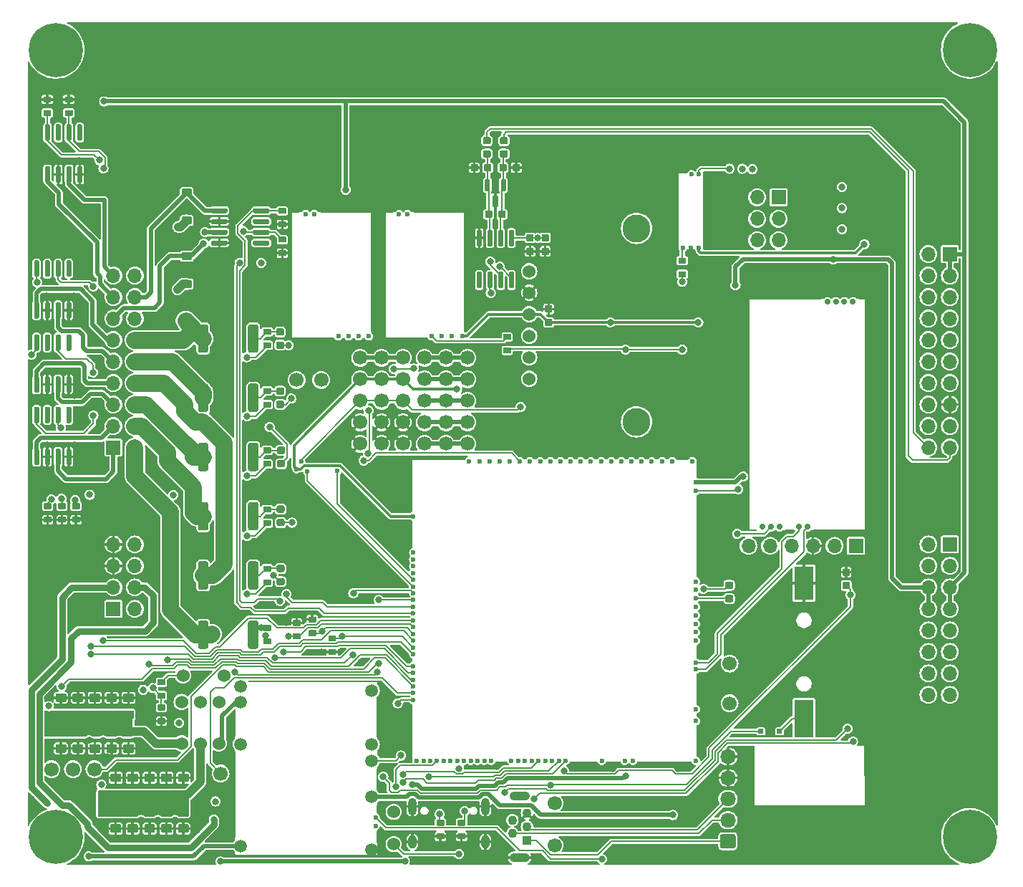
<source format=gbl>
G04 #@! TF.GenerationSoftware,KiCad,Pcbnew,8.0.6-8.0.6-0~ubuntu22.04.1*
G04 #@! TF.CreationDate,2024-11-12T10:34:40+00:00*
G04 #@! TF.ProjectId,uefi2,75656669-322e-46b6-9963-61645f706362,A0*
G04 #@! TF.SameCoordinates,PX2fb21b8PY98952e8*
G04 #@! TF.FileFunction,Copper,L4,Bot*
G04 #@! TF.FilePolarity,Positive*
%FSLAX46Y46*%
G04 Gerber Fmt 4.6, Leading zero omitted, Abs format (unit mm)*
G04 Created by KiCad (PCBNEW 8.0.6-8.0.6-0~ubuntu22.04.1) date 2024-11-12 10:34:40*
%MOMM*%
%LPD*%
G01*
G04 APERTURE LIST*
G04 #@! TA.AperFunction,ComponentPad*
%ADD10C,1.700000*%
G04 #@! TD*
G04 #@! TA.AperFunction,ComponentPad*
%ADD11C,0.700000*%
G04 #@! TD*
G04 #@! TA.AperFunction,SMDPad,CuDef*
%ADD12R,1.100000X0.250000*%
G04 #@! TD*
G04 #@! TA.AperFunction,SMDPad,CuDef*
%ADD13R,0.980000X0.250000*%
G04 #@! TD*
G04 #@! TA.AperFunction,SMDPad,CuDef*
%ADD14R,6.300000X0.250000*%
G04 #@! TD*
G04 #@! TA.AperFunction,SMDPad,CuDef*
%ADD15R,0.250000X27.600000*%
G04 #@! TD*
G04 #@! TA.AperFunction,SMDPad,CuDef*
%ADD16R,8.750000X0.250000*%
G04 #@! TD*
G04 #@! TA.AperFunction,SMDPad,CuDef*
%ADD17R,0.950000X0.250000*%
G04 #@! TD*
G04 #@! TA.AperFunction,ComponentPad*
%ADD18C,0.800000*%
G04 #@! TD*
G04 #@! TA.AperFunction,ComponentPad*
%ADD19C,6.400000*%
G04 #@! TD*
G04 #@! TA.AperFunction,ComponentPad*
%ADD20C,1.524000*%
G04 #@! TD*
G04 #@! TA.AperFunction,ComponentPad*
%ADD21O,1.850000X1.700000*%
G04 #@! TD*
G04 #@! TA.AperFunction,ComponentPad*
%ADD22C,0.600000*%
G04 #@! TD*
G04 #@! TA.AperFunction,SMDPad,CuDef*
%ADD23R,6.185000X0.250000*%
G04 #@! TD*
G04 #@! TA.AperFunction,SMDPad,CuDef*
%ADD24R,1.115000X0.250000*%
G04 #@! TD*
G04 #@! TA.AperFunction,SMDPad,CuDef*
%ADD25R,0.250000X14.275000*%
G04 #@! TD*
G04 #@! TA.AperFunction,SMDPad,CuDef*
%ADD26R,0.250000X15.100000*%
G04 #@! TD*
G04 #@! TA.AperFunction,SMDPad,CuDef*
%ADD27R,5.175000X0.250000*%
G04 #@! TD*
G04 #@! TA.AperFunction,ComponentPad*
%ADD28R,1.100000X1.100000*%
G04 #@! TD*
G04 #@! TA.AperFunction,ComponentPad*
%ADD29C,1.100000*%
G04 #@! TD*
G04 #@! TA.AperFunction,ComponentPad*
%ADD30O,2.400000X1.100000*%
G04 #@! TD*
G04 #@! TA.AperFunction,SMDPad,CuDef*
%ADD31O,1.225000X0.200000*%
G04 #@! TD*
G04 #@! TA.AperFunction,SMDPad,CuDef*
%ADD32O,0.200000X9.300000*%
G04 #@! TD*
G04 #@! TA.AperFunction,ComponentPad*
%ADD33C,1.500000*%
G04 #@! TD*
G04 #@! TA.AperFunction,SMDPad,CuDef*
%ADD34O,0.200000X3.300000*%
G04 #@! TD*
G04 #@! TA.AperFunction,SMDPad,CuDef*
%ADD35O,0.200000X10.200000*%
G04 #@! TD*
G04 #@! TA.AperFunction,SMDPad,CuDef*
%ADD36O,0.200000X0.300000*%
G04 #@! TD*
G04 #@! TA.AperFunction,SMDPad,CuDef*
%ADD37O,17.000000X0.200000*%
G04 #@! TD*
G04 #@! TA.AperFunction,SMDPad,CuDef*
%ADD38O,15.400000X0.200000*%
G04 #@! TD*
G04 #@! TA.AperFunction,SMDPad,CuDef*
%ADD39O,0.200000X4.800000*%
G04 #@! TD*
G04 #@! TA.AperFunction,SMDPad,CuDef*
%ADD40O,0.200000X2.600000*%
G04 #@! TD*
G04 #@! TA.AperFunction,SMDPad,CuDef*
%ADD41O,0.200000X1.000000*%
G04 #@! TD*
G04 #@! TA.AperFunction,SMDPad,CuDef*
%ADD42O,0.200000X1.500000*%
G04 #@! TD*
G04 #@! TA.AperFunction,ComponentPad*
%ADD43C,0.599999*%
G04 #@! TD*
G04 #@! TA.AperFunction,SMDPad,CuDef*
%ADD44R,0.200000X3.700000*%
G04 #@! TD*
G04 #@! TA.AperFunction,SMDPad,CuDef*
%ADD45R,0.200000X0.400000*%
G04 #@! TD*
G04 #@! TA.AperFunction,SMDPad,CuDef*
%ADD46R,0.200000X1.600000*%
G04 #@! TD*
G04 #@! TA.AperFunction,SMDPad,CuDef*
%ADD47R,0.200000X9.700000*%
G04 #@! TD*
G04 #@! TA.AperFunction,SMDPad,CuDef*
%ADD48R,0.200000X2.300000*%
G04 #@! TD*
G04 #@! TA.AperFunction,SMDPad,CuDef*
%ADD49R,1.400000X0.200000*%
G04 #@! TD*
G04 #@! TA.AperFunction,SMDPad,CuDef*
%ADD50R,6.400000X0.200000*%
G04 #@! TD*
G04 #@! TA.AperFunction,SMDPad,CuDef*
%ADD51R,1.700000X0.200000*%
G04 #@! TD*
G04 #@! TA.AperFunction,SMDPad,CuDef*
%ADD52R,3.300000X0.200000*%
G04 #@! TD*
G04 #@! TA.AperFunction,SMDPad,CuDef*
%ADD53R,0.200000X7.000000*%
G04 #@! TD*
G04 #@! TA.AperFunction,SMDPad,CuDef*
%ADD54R,0.200000X3.300000*%
G04 #@! TD*
G04 #@! TA.AperFunction,SMDPad,CuDef*
%ADD55R,0.200000X6.300000*%
G04 #@! TD*
G04 #@! TA.AperFunction,ComponentPad*
%ADD56O,1.000000X2.100000*%
G04 #@! TD*
G04 #@! TA.AperFunction,ComponentPad*
%ADD57O,1.000000X1.600000*%
G04 #@! TD*
G04 #@! TA.AperFunction,ComponentPad*
%ADD58R,1.700000X1.700000*%
G04 #@! TD*
G04 #@! TA.AperFunction,ComponentPad*
%ADD59O,1.700000X1.700000*%
G04 #@! TD*
G04 #@! TA.AperFunction,ComponentPad*
%ADD60C,3.302000*%
G04 #@! TD*
G04 #@! TA.AperFunction,SMDPad,CuDef*
%ADD61R,2.299995X4.399991*%
G04 #@! TD*
G04 #@! TA.AperFunction,SMDPad,CuDef*
%ADD62R,2.299995X3.999992*%
G04 #@! TD*
G04 #@! TA.AperFunction,ViaPad*
%ADD63C,0.800000*%
G04 #@! TD*
G04 #@! TA.AperFunction,Conductor*
%ADD64C,0.200000*%
G04 #@! TD*
G04 #@! TA.AperFunction,Conductor*
%ADD65C,0.800000*%
G04 #@! TD*
G04 #@! TA.AperFunction,Conductor*
%ADD66C,0.300000*%
G04 #@! TD*
G04 #@! TA.AperFunction,Conductor*
%ADD67C,1.000000*%
G04 #@! TD*
G04 #@! TA.AperFunction,Conductor*
%ADD68C,0.500000*%
G04 #@! TD*
G04 #@! TA.AperFunction,Conductor*
%ADD69C,2.000000*%
G04 #@! TD*
G04 #@! TA.AperFunction,Conductor*
%ADD70C,0.150000*%
G04 #@! TD*
G04 APERTURE END LIST*
D10*
G04 #@! TO.P,P8,1,Pin_1*
G04 #@! TO.N,Net-(M6-UART2_TX_(PD5))*
X83187400Y19294600D03*
G04 #@! TD*
D11*
G04 #@! TO.P,M5,E1,LSU_Un*
G04 #@! TO.N,/WBO_Un*
X97762400Y66744600D03*
G04 #@! TO.P,M5,E2,LSU_Vm*
G04 #@! TO.N,/WBO_Vm*
X94762400Y66744600D03*
G04 #@! TO.P,M5,E3,LSU_Ip*
G04 #@! TO.N,/WBO_Ip*
X95762400Y66744600D03*
G04 #@! TO.P,M5,E4,LSU_Rtrim*
G04 #@! TO.N,/WBO_Rtrim*
X96762400Y66744600D03*
D12*
G04 #@! TO.P,M5,G,GND*
G04 #@! TO.N,GND*
X85912400Y39769600D03*
D13*
X90252400Y39769600D03*
D14*
X96212400Y39769600D03*
D15*
X85487400Y53444600D03*
X99237400Y53444600D03*
D16*
X89737400Y67119600D03*
D17*
X98887400Y67119600D03*
D11*
G04 #@! TO.P,M5,W1,V5_IN*
G04 #@! TO.N,+5VA*
X88112400Y40153400D03*
G04 #@! TO.P,M5,W2,CAN_VIO*
G04 #@! TO.N,unconnected-(M5-CAN_VIO-PadW2)*
X89112400Y40153400D03*
G04 #@! TO.P,M5,W3,CANL*
G04 #@! TO.N,/CAN-*
X92408400Y40153400D03*
G04 #@! TO.P,M5,W4,CANH*
G04 #@! TO.N,/CAN+*
X91392400Y40153400D03*
G04 #@! TO.P,M5,W9,VDDA*
G04 #@! TO.N,unconnected-(M5-VDDA-PadW9)*
X87112400Y40153400D03*
G04 #@! TD*
D18*
G04 #@! TO.P,H1,1*
G04 #@! TO.N,N/C*
X111584600Y98912600D03*
X113281656Y98209656D03*
X109887544Y98209656D03*
X113984600Y96512600D03*
D19*
X111584600Y96512600D03*
D18*
X109184600Y96512600D03*
X113281656Y94815544D03*
X109887544Y94815544D03*
X111584600Y94112600D03*
G04 #@! TD*
D10*
G04 #@! TO.P,P1,1,Pin_1*
G04 #@! TO.N,Net-(M7-CANL)*
X31987400Y57494600D03*
G04 #@! TD*
G04 #@! TO.P,P2,1,Pin_1*
G04 #@! TO.N,Net-(M7-CANH)*
X34887400Y57494600D03*
G04 #@! TD*
G04 #@! TO.P,P15,1,Pin_1*
G04 #@! TO.N,/DC1_DIR*
X5527400Y11494600D03*
G04 #@! TD*
D18*
G04 #@! TO.P,H1,1*
G04 #@! TO.N,N/C*
X1087400Y96494600D03*
X1790344Y98191656D03*
X1790344Y94797544D03*
X3487400Y98894600D03*
D19*
X3487400Y96494600D03*
D18*
X3487400Y94094600D03*
X5184456Y98191656D03*
X5184456Y94797544D03*
X5887400Y96494600D03*
G04 #@! TD*
D20*
G04 #@! TO.P,F4,1,1*
G04 #@! TO.N,+12V*
X18387400Y19444600D03*
G04 #@! TO.P,F4,2,2*
G04 #@! TO.N,/DC Driver 1/PWR*
X18387400Y14544600D03*
G04 #@! TD*
G04 #@! TO.P,J7,1,Pin_1*
G04 #@! TO.N,/VBUS*
G04 #@! TA.AperFunction,ComponentPad*
G36*
G01*
X83662400Y2144600D02*
X82312400Y2144600D01*
G75*
G02*
X82062400Y2394600I0J250000D01*
G01*
X82062400Y3594600D01*
G75*
G02*
X82312400Y3844600I250000J0D01*
G01*
X83662400Y3844600D01*
G75*
G02*
X83912400Y3594600I0J-250000D01*
G01*
X83912400Y2394600D01*
G75*
G02*
X83662400Y2144600I-250000J0D01*
G01*
G37*
G04 #@! TD.AperFunction*
D21*
G04 #@! TO.P,J7,2,Pin_2*
G04 #@! TO.N,/USB-*
X82987400Y5494600D03*
G04 #@! TO.P,J7,3,Pin_3*
G04 #@! TO.N,/USB+*
X82987400Y7994600D03*
G04 #@! TO.P,J7,4,Pin_4*
G04 #@! TO.N,GND*
X82987400Y10494600D03*
G04 #@! TO.P,J7,5,Pin_5*
X82987400Y12994600D03*
G04 #@! TD*
D10*
G04 #@! TO.P,P4,1,Pin_1*
G04 #@! TO.N,Net-(M6-LED_GREEN)*
X62487400Y7494600D03*
G04 #@! TD*
D18*
G04 #@! TO.P,H2,1*
G04 #@! TO.N,N/C*
X1087400Y3494600D03*
X1790344Y5191656D03*
X1790344Y1797544D03*
X3487400Y5894600D03*
D19*
X3487400Y3494600D03*
D18*
X3487400Y1094600D03*
X5184456Y5191656D03*
X5184456Y1797544D03*
X5887400Y3494600D03*
G04 #@! TD*
G04 #@! TO.P,H1,1*
G04 #@! TO.N,N/C*
X114002600Y3505400D03*
X113299656Y1808344D03*
X113299656Y5202456D03*
X111602600Y1105400D03*
D19*
X111602600Y3505400D03*
D18*
X111602600Y5905400D03*
X109905544Y1808344D03*
X109905544Y5202456D03*
X109202600Y3505400D03*
G04 #@! TD*
D22*
G04 #@! TO.P,M3,E1,Thresh_IN*
G04 #@! TO.N,/VR_DISCRETE_THR*
X49162400Y62669600D03*
G04 #@! TO.P,M3,E2,OUT_A*
G04 #@! TO.N,/VR_DISCRETE_A*
X47962400Y62669600D03*
G04 #@! TO.P,M3,E3,OUT*
G04 #@! TO.N,/VR_DISCRETE*
X50362400Y62669600D03*
G04 #@! TO.P,M3,E4,V5_IN*
G04 #@! TO.N,+5VA*
X51562400Y62669600D03*
D23*
G04 #@! TO.P,M3,G,GND*
G04 #@! TO.N,GND*
X48894900Y77319600D03*
D24*
X42844900Y77319600D03*
D25*
X51862400Y70307100D03*
D26*
X42412400Y69894600D03*
D27*
X44874900Y62469600D03*
D22*
G04 #@! TO.P,M3,W1,VR-*
G04 #@! TO.N,/VR_DISCRETE-*
X45102400Y77094600D03*
G04 #@! TO.P,M3,W2,VR+*
G04 #@! TO.N,/VR_DISCRETE+*
X44102400Y77094600D03*
G04 #@! TD*
D10*
G04 #@! TO.P,P17,1,Pin_1*
G04 #@! TO.N,/DC1_PWM*
X2987400Y11494600D03*
G04 #@! TD*
D28*
G04 #@! TO.P,J8,1,VBUS*
G04 #@! TO.N,/VBUS*
X59237400Y3094600D03*
D29*
G04 #@! TO.P,J8,2,D-*
G04 #@! TO.N,/USB-*
X57487400Y3894600D03*
G04 #@! TO.P,J8,3,D+*
G04 #@! TO.N,/USB+*
X59237400Y4694600D03*
G04 #@! TO.P,J8,4,ID*
G04 #@! TO.N,unconnected-(J8-ID-Pad4)*
X57487400Y5494600D03*
G04 #@! TO.P,J8,5,GND*
G04 #@! TO.N,GND*
X59237400Y6294600D03*
D30*
G04 #@! TO.P,J8,6,Shield*
X58362400Y1044600D03*
X58362400Y8344600D03*
G04 #@! TD*
D20*
G04 #@! TO.P,F3,1,1*
G04 #@! TO.N,+12V*
X20587400Y19444600D03*
G04 #@! TO.P,F3,2,2*
G04 #@! TO.N,/DC Driver 2/PWR*
X20587400Y14544600D03*
G04 #@! TD*
D22*
G04 #@! TO.P,M2,E1,V5A*
G04 #@! TO.N,+5VA*
X79562399Y73119600D03*
D31*
G04 #@! TO.P,M2,E2,GND*
G04 #@! TO.N,GND*
X77587399Y82019600D03*
D32*
X80162399Y77469600D03*
X77062399Y77469600D03*
D22*
X78612399Y73119600D03*
G04 #@! TO.P,M2,E3,OUT_KNOCK*
G04 #@! TO.N,/IN_KNOCK*
X77662401Y73119600D03*
G04 #@! TO.P,M2,W1,IN_KNOCK*
G04 #@! TO.N,/IN_KNOCK_RAW*
X78662399Y81819600D03*
G04 #@! TO.P,M2,W2,VREF*
G04 #@! TO.N,/VREF1*
X79562399Y81819600D03*
G04 #@! TD*
D10*
G04 #@! TO.P,P18,1,Pin_1*
G04 #@! TO.N,/DC2_PWM*
X22987400Y10994600D03*
G04 #@! TD*
D33*
G04 #@! TO.P,M1,E1,VBAT*
G04 #@! TO.N,/VBAT*
X40862395Y20819599D03*
G04 #@! TO.P,M1,E2,V12*
G04 #@! TO.N,unconnected-(M1-V12-PadE2)*
X40862395Y14419602D03*
G04 #@! TO.P,M1,E3,VIGN*
G04 #@! TO.N,/VIGN*
X40862395Y12519599D03*
G04 #@! TO.P,M1,E4,V5*
G04 #@! TO.N,+5V*
X40862395Y8219599D03*
D22*
G04 #@! TO.P,M1,E5,EN_5VP*
G04 #@! TO.N,/PWR_EN*
X41312394Y5819602D03*
G04 #@! TO.P,M1,E6,PG_5VP*
G04 #@! TO.N,Net-(M1-PG_5VP)*
X41312394Y4819601D03*
D34*
G04 #@! TO.P,M1,S1,GND*
G04 #@! TO.N,GND*
X24712399Y16969599D03*
D35*
X24712399Y8469601D03*
D36*
X24712399Y1369599D03*
D37*
X33112397Y1319599D03*
D38*
X33912398Y21919599D03*
D33*
X40862395Y1969599D03*
D36*
X41512396Y21869599D03*
D39*
X41512396Y17669601D03*
D40*
X41512396Y10319599D03*
D41*
X41512396Y6819602D03*
D42*
X41512396Y3519601D03*
D33*
G04 #@! TO.P,M1,V1,V12_PERM*
G04 #@! TO.N,+12V_RAW*
X25362398Y21269601D03*
G04 #@! TO.P,M1,V2,IN_VIGN*
G04 #@! TO.N,/IN_VIGN*
X25362398Y19419602D03*
G04 #@! TO.P,M1,V3,V12_RAW*
G04 #@! TO.N,+12V_RAW*
X25362398Y14469599D03*
G04 #@! TO.P,M1,V4,5VP*
G04 #@! TO.N,+5VP*
X25362398Y2419601D03*
G04 #@! TD*
D43*
G04 #@! TO.P,M7,V1,V5*
G04 #@! TO.N,+5VA*
X31987399Y46969601D03*
G04 #@! TO.P,M7,V2,CAN_VIO*
G04 #@! TO.N,+3.3VA*
X32512399Y47844603D03*
G04 #@! TO.P,M7,V5,CAN_TX*
G04 #@! TO.N,Net-(M6-SPI2_SCK_{slash}_CAN2_TX_(PB13))*
X33262397Y46669599D03*
G04 #@! TO.P,M7,V6,CAN_RX*
G04 #@! TO.N,Net-(M6-SPI2_CS_{slash}_CAN2_RX_(PB12))*
X36812398Y46744602D03*
G04 #@! TD*
D20*
G04 #@! TO.P,F1,1,1*
G04 #@! TO.N,/12V_KEY*
X22787400Y19444600D03*
G04 #@! TO.P,F1,2,2*
G04 #@! TO.N,/IN_VIGN*
X22787400Y14544600D03*
G04 #@! TD*
D10*
G04 #@! TO.P,G3,1*
G04 #@! TO.N,GND*
X39487400Y49954600D03*
G04 #@! TO.P,G3,2*
X39487400Y52494600D03*
G04 #@! TO.P,G3,3*
G04 #@! TO.N,+3.3VA*
X39487400Y55034600D03*
G04 #@! TO.P,G3,4*
G04 #@! TO.N,+5VA*
X39487400Y57574600D03*
G04 #@! TO.P,G3,5*
G04 #@! TO.N,+12V_RAW*
X39487400Y60114600D03*
G04 #@! TO.P,G3,6*
G04 #@! TO.N,GND*
X42027400Y49954600D03*
G04 #@! TO.P,G3,7*
X42027400Y52494600D03*
G04 #@! TO.P,G3,8*
G04 #@! TO.N,+3.3VA*
X42027400Y55034600D03*
G04 #@! TO.P,G3,9*
G04 #@! TO.N,+5VA*
X42027400Y57574600D03*
G04 #@! TO.P,G3,10*
G04 #@! TO.N,+12V_RAW*
X42027400Y60114600D03*
G04 #@! TO.P,G3,11*
G04 #@! TO.N,GND*
X44567400Y49954600D03*
G04 #@! TO.P,G3,12*
X44567400Y52494600D03*
G04 #@! TO.P,G3,13*
G04 #@! TO.N,+3.3VA*
X44567400Y55034600D03*
G04 #@! TO.P,G3,14*
G04 #@! TO.N,+5VA*
X44567400Y57574600D03*
G04 #@! TO.P,G3,15*
G04 #@! TO.N,+12V_RAW*
X44567400Y60114600D03*
G04 #@! TD*
G04 #@! TO.P,P3,1,Pin_1*
G04 #@! TO.N,Net-(M6-LED_YELLOW)*
X62487400Y2494600D03*
G04 #@! TD*
D20*
G04 #@! TO.P,R4,1,1*
G04 #@! TO.N,Net-(M1-PG_5VP)*
X43462009Y6469209D03*
G04 #@! TO.P,R4,2,2*
G04 #@! TO.N,/PG_5VP*
X43462009Y2659209D03*
G04 #@! TD*
D10*
G04 #@! TO.P,P7,1,Pin_1*
G04 #@! TO.N,Net-(M6-UART2_RX_(PD6))*
X83187400Y23994600D03*
G04 #@! TD*
D22*
G04 #@! TO.P,M6,E1,V5A_SWITCHABLE*
G04 #@! TO.N,+5VA*
X45787410Y41394600D03*
G04 #@! TO.P,M6,E2,GNDA*
G04 #@! TO.N,unconnected-(M6-GNDA-PadE2)*
X45787400Y37094600D03*
G04 #@! TO.P,M6,E3,I2C_SCL_(PB10)*
G04 #@! TO.N,unconnected-(M6-I2C_SCL_(PB10)-PadE3)*
X45787400Y36294610D03*
G04 #@! TO.P,M6,E4,I2C_SDA_(PB11)*
G04 #@! TO.N,unconnected-(M6-I2C_SDA_(PB11)-PadE4)*
X45787400Y35494600D03*
G04 #@! TO.P,M6,E5,IN_VIGN_(PA5)*
G04 #@! TO.N,/VIGN*
X45787400Y34694600D03*
G04 #@! TO.P,M6,E6,SPI2_CS_/_CAN2_RX_(PB12)*
G04 #@! TO.N,Net-(M6-SPI2_CS_{slash}_CAN2_RX_(PB12))*
X45787400Y33894600D03*
G04 #@! TO.P,M6,E7,SPI2_SCK_/_CAN2_TX_(PB13)*
G04 #@! TO.N,Net-(M6-SPI2_SCK_{slash}_CAN2_TX_(PB13))*
X45787400Y33094600D03*
G04 #@! TO.P,M6,E8,SPI2_MISO_(PB14)*
G04 #@! TO.N,/DC1_DIS*
X45787400Y32294600D03*
G04 #@! TO.P,M6,E9,SPI2_MOSI_(PB15)*
G04 #@! TO.N,/DC2_DIR*
X45787400Y31494600D03*
G04 #@! TO.P,M6,E10,OUT_INJ8_(PD12)*
G04 #@! TO.N,/LS2*
X45787400Y30694600D03*
G04 #@! TO.P,M6,E11,OUT_INJ7_(PD15)*
G04 #@! TO.N,/LS1*
X45787400Y29894600D03*
G04 #@! TO.P,M6,E12,OUT_INJ6_(PA8)*
G04 #@! TO.N,/INJ6*
X45787400Y29094600D03*
G04 #@! TO.P,M6,E13,OUT_INJ5_(PD2)*
G04 #@! TO.N,/INJ5*
X45787400Y28294600D03*
G04 #@! TO.P,M6,E14,OUT_INJ4_(PD10)*
G04 #@! TO.N,/INJ4*
X45787400Y27494600D03*
G04 #@! TO.P,M6,E15,OUT_INJ3_(PD11)*
G04 #@! TO.N,/INJ3*
X45787400Y26694600D03*
G04 #@! TO.P,M6,E16,OUT_INJ2_(PA9)*
G04 #@! TO.N,/INJ2*
X45787410Y25894610D03*
G04 #@! TO.P,M6,E17,OUT_INJ1_(PD3)*
G04 #@! TO.N,/INJ1*
X45787400Y25094600D03*
G04 #@! TO.P,M6,E18,OUT_PWM1_(PD13)*
G04 #@! TO.N,/LS3*
X45787400Y23694600D03*
G04 #@! TO.P,M6,E19,OUT_PWM2_(PC6)*
G04 #@! TO.N,/LS4*
X45787400Y22894610D03*
G04 #@! TO.P,M6,E20,OUT_PWM3_(PC7)*
G04 #@! TO.N,/DC1_PWM*
X45787400Y22094610D03*
G04 #@! TO.P,M6,E21,OUT_PWM4_(PC8)*
G04 #@! TO.N,/DC1_DIR*
X45787400Y21294610D03*
G04 #@! TO.P,M6,E22,OUT_PWM5_(PC9)*
G04 #@! TO.N,/DC2_PWM*
X45787400Y20494610D03*
G04 #@! TO.P,M6,E23,OUT_PWM6_(PD14)*
G04 #@! TO.N,/VR_DISCRETE_THR*
X45787400Y19694600D03*
D44*
G04 #@! TO.P,M6,G,GND*
G04 #@! TO.N,GND*
X79387410Y14844610D03*
D45*
X79387410Y17894600D03*
D44*
X79387410Y20944610D03*
D46*
X79387410Y25394600D03*
D47*
X79387410Y39044600D03*
D48*
X79387410Y47044600D03*
D49*
X77587400Y48094610D03*
D50*
X75487410Y12294610D03*
D51*
X69437410Y12294610D03*
D52*
X65937410Y12294610D03*
D49*
X56187410Y12294610D03*
D50*
X48687410Y48094610D03*
D53*
X45587400Y15694590D03*
D45*
X45587400Y24394610D03*
D54*
X45587400Y39244610D03*
D55*
X45587400Y45044610D03*
D22*
G04 #@! TO.P,M6,N1,VBUS*
G04 #@! TO.N,/VBUS*
X46187400Y12494600D03*
G04 #@! TO.P,M6,N2,USBM_(PA11)*
G04 #@! TO.N,/USB-*
X46987400Y12494600D03*
G04 #@! TO.P,M6,N3,USBP_(PA12)*
G04 #@! TO.N,/USB+*
X47787400Y12494600D03*
G04 #@! TO.P,M6,N4,USBID_(PA10)*
G04 #@! TO.N,/DC2_DIS*
X48587410Y12494600D03*
G04 #@! TO.P,M6,N5,SWDIO_(PA13)*
G04 #@! TO.N,unconnected-(M6-SWDIO_(PA13)-PadN5)*
X49387400Y12494600D03*
G04 #@! TO.P,M6,N6,SWCLK_(PA14)*
G04 #@! TO.N,unconnected-(M6-SWCLK_(PA14)-PadN6)*
X50187400Y12494600D03*
G04 #@! TO.P,M6,N7,nReset*
G04 #@! TO.N,unconnected-(M6-nReset-PadN7)*
X50987400Y12494600D03*
G04 #@! TO.P,M6,N8,SWO_(PB3)*
G04 #@! TO.N,unconnected-(M6-SWO_(PB3)-PadN8)*
X51787410Y12494600D03*
G04 #@! TO.P,M6,N9,SPI3_CS_(PA15)*
G04 #@! TO.N,/EGT/SPI_CS*
X52587400Y12494610D03*
G04 #@! TO.P,M6,N10,SPI3_SCK_(PC10)*
G04 #@! TO.N,/EGT/SPI_SCK*
X53387400Y12494610D03*
G04 #@! TO.P,M6,N11,SPI3_MISO_(PC11)*
G04 #@! TO.N,/EGT/SPI_SO*
X54187400Y12494610D03*
G04 #@! TO.P,M6,N12,SPI3_MOSI_(PC12)*
G04 #@! TO.N,/PG_5VP*
X54987400Y12494610D03*
G04 #@! TO.P,M6,N13,UART2_TX_(PD5)*
G04 #@! TO.N,Net-(M6-UART2_TX_(PD5))*
X57387410Y12494610D03*
G04 #@! TO.P,M6,N14,UART2_RX_(PD6)*
G04 #@! TO.N,Net-(M6-UART2_RX_(PD6))*
X58187410Y12494610D03*
G04 #@! TO.P,M6,N14a,LED_GREEN*
G04 #@! TO.N,Net-(M6-LED_GREEN)*
X58987400Y12494600D03*
G04 #@! TO.P,M6,N14b,LED_YELLOW*
G04 #@! TO.N,Net-(M6-LED_YELLOW)*
X59787410Y12494600D03*
G04 #@! TO.P,M6,N15,V33_SWITCHABLE*
G04 #@! TO.N,+3.3VA*
X60587410Y12494600D03*
G04 #@! TO.P,M6,N16,BOOT0*
G04 #@! TO.N,unconnected-(M6-BOOT0-PadN16)*
X61387410Y12494600D03*
G04 #@! TO.P,M6,N17,VBAT*
G04 #@! TO.N,/VBAT*
X62187410Y12494600D03*
G04 #@! TO.P,M6,N18,UART8_RX_(PE0)*
G04 #@! TO.N,/VR_DISCRETE*
X62987410Y12494610D03*
G04 #@! TO.P,M6,N19,UART8_TX_(PE1)*
G04 #@! TO.N,/VR_MAX9924*
X63787410Y12494610D03*
G04 #@! TO.P,M6,N20,OUT_PWR_EN_(PE10)*
G04 #@! TO.N,/PWR_EN*
X68087410Y12494610D03*
G04 #@! TO.P,M6,N21,V33*
G04 #@! TO.N,+3.3V*
X70787410Y12494610D03*
G04 #@! TO.P,M6,N22,VCC*
G04 #@! TO.N,+5V*
X71787400Y12494610D03*
G04 #@! TO.P,M6,N23,V33*
G04 #@! TO.N,unconnected-(M6-V33-PadN23)*
X79187410Y12494610D03*
G04 #@! TO.P,M6,S1,IN_D4_(PE15)*
G04 #@! TO.N,/IN_BUTTON3*
X52387390Y47894610D03*
G04 #@! TO.P,M6,S2,IN_D3_(PE14)*
G04 #@! TO.N,/IN_HALL3*
X53587400Y47894610D03*
G04 #@! TO.P,M6,S3,IN_D2_(PE13)*
G04 #@! TO.N,/IN_HALL2*
X54787400Y47894610D03*
G04 #@! TO.P,M6,S4,IN_D1_(PE12)*
G04 #@! TO.N,/IN_HALL1*
X55987400Y47894610D03*
G04 #@! TO.P,M6,S5,VREF2*
G04 #@! TO.N,unconnected-(M6-VREF2-PadS5)*
X57187400Y47894610D03*
G04 #@! TO.P,M6,S6,IN_AUX4_(PC5)*
G04 #@! TO.N,/IN_VMAIN*
X58387400Y47894610D03*
G04 #@! TO.P,M6,S7,IN_AUX3_(PA7)*
G04 #@! TO.N,/IN_AUX3*
X59587400Y47894610D03*
G04 #@! TO.P,M6,S8,IN_AUX2_(PC4/PE9)*
G04 #@! TO.N,/IN_PPS2*
X60787400Y47894610D03*
G04 #@! TO.P,M6,S9,IN_AUX1_(PB0)*
G04 #@! TO.N,/IN_TPS2*
X61987400Y47894610D03*
G04 #@! TO.P,M6,S10,IN_O2S2_(PA1)*
G04 #@! TO.N,/IN_AUX2*
X63187400Y47894610D03*
G04 #@! TO.P,M6,S11,IN_O2S_/_CAN_WAKEUP_(PA0)*
G04 #@! TO.N,/IN_AUX1*
X64387400Y47894610D03*
G04 #@! TO.P,M6,S12,IN_MAP2_(PC1)*
G04 #@! TO.N,/INTERNAL_MAP*
X65587400Y47894610D03*
G04 #@! TO.P,M6,S13,IN_MAP1_(PC0)*
G04 #@! TO.N,/IN_MAP*
X66787400Y47894610D03*
G04 #@! TO.P,M6,S14,IN_CRANK_(PB1)*
G04 #@! TO.N,/IN_BUTTON1*
X67987400Y47894610D03*
G04 #@! TO.P,M6,S15,IN_KNOCK_(PA2)*
G04 #@! TO.N,/ADC3*
X69187400Y47894610D03*
G04 #@! TO.P,M6,S16,IN_CAM_(PA6)*
G04 #@! TO.N,/IN_BUTTON2*
X70387400Y47894610D03*
G04 #@! TO.P,M6,S17,IN_VSS_(PE11)*
G04 #@! TO.N,/IN_FLEX*
X71587400Y47894610D03*
G04 #@! TO.P,M6,S18,IN_TPS_(PA4)*
G04 #@! TO.N,/IN_TPS1*
X72787410Y47894610D03*
G04 #@! TO.P,M6,S19,IN_PPS_(PA3)*
G04 #@! TO.N,/IN_PPS1*
X73987410Y47894610D03*
G04 #@! TO.P,M6,S20,IN_IAT_(PC3)*
G04 #@! TO.N,/IN_IAT*
X75187410Y47894610D03*
G04 #@! TO.P,M6,S21,IN_CLT_(PC2)*
G04 #@! TO.N,/IN_CLT*
X76387410Y47894610D03*
G04 #@! TO.P,M6,S22,VREF1*
G04 #@! TO.N,/VREF1*
X78787410Y47894610D03*
G04 #@! TO.P,M6,W1,GNDA*
G04 #@! TO.N,GNDA*
X79187410Y45394600D03*
G04 #@! TO.P,M6,W2,V5A_SWITCHABLE*
G04 #@! TO.N,+5VA*
X79187410Y44394600D03*
G04 #@! TO.P,M6,W3,IGN8_(PE6)*
G04 #@! TO.N,/LS_HOT2*
X79187410Y33694610D03*
G04 #@! TO.P,M6,W4,IGN7_(PB9)*
G04 #@! TO.N,/LS_HOT1*
X79187410Y32694600D03*
G04 #@! TO.P,M6,W5,IGN6_(PB8)*
G04 #@! TO.N,/IGN6*
X79187410Y31694610D03*
G04 #@! TO.P,M6,W6,IGN5_(PE2)*
G04 #@! TO.N,/IGN5*
X79187410Y30694610D03*
G04 #@! TO.P,M6,W7,IGN4_(PE3)*
G04 #@! TO.N,/IGN4*
X79187410Y29694610D03*
G04 #@! TO.P,M6,W8,IGN3_(PE4)*
G04 #@! TO.N,/IGN3*
X79187410Y28694610D03*
G04 #@! TO.P,M6,W9,IGN2_(PE5)*
G04 #@! TO.N,/IGN2*
X79187410Y27694610D03*
G04 #@! TO.P,M6,W10,IGN1_(PC13)*
G04 #@! TO.N,/IGN1*
X79187410Y26694610D03*
G04 #@! TO.P,M6,W11,CANH*
G04 #@! TO.N,/CAN+*
X79187410Y24094610D03*
G04 #@! TO.P,M6,W12,CANL*
G04 #@! TO.N,/CAN-*
X79187410Y23294610D03*
G04 #@! TO.P,M6,W13,V33_REF*
G04 #@! TO.N,unconnected-(M6-V33_REF-PadW13)*
X79187410Y18594600D03*
G04 #@! TO.P,M6,W14,V5A_SWITCHABLE*
G04 #@! TO.N,unconnected-(M6-V5A_SWITCHABLE-PadW14)*
X79187410Y17194610D03*
G04 #@! TD*
D56*
G04 #@! TO.P,J9,S1,SHIELD*
G04 #@! TO.N,GND*
X45667400Y7099600D03*
D57*
X45667400Y2919600D03*
D56*
X54307400Y7099600D03*
D57*
X54307400Y2919600D03*
G04 #@! TD*
D22*
G04 #@! TO.P,M4,E1,NC*
G04 #@! TO.N,unconnected-(M4-NC-PadE1)*
X38112400Y62669600D03*
G04 #@! TO.P,M4,E2,NC*
G04 #@! TO.N,unconnected-(M4-NC-PadE2)*
X36912400Y62669600D03*
G04 #@! TO.P,M4,E3,OUT*
G04 #@! TO.N,/VR_MAX9924*
X39312400Y62669600D03*
G04 #@! TO.P,M4,E4,V5_IN*
G04 #@! TO.N,+5VA*
X40512400Y62669600D03*
D23*
G04 #@! TO.P,M4,G,GND*
G04 #@! TO.N,GND*
X37844900Y77319600D03*
D24*
X31794900Y77319600D03*
D25*
X40812400Y70307100D03*
D26*
X31362400Y69894600D03*
D27*
X33824900Y62469600D03*
D22*
G04 #@! TO.P,M4,W1,VR-*
G04 #@! TO.N,/VR_MAX9924-*
X34052400Y77094600D03*
G04 #@! TO.P,M4,W2,VR+*
G04 #@! TO.N,/VR_MAX9924+*
X33052400Y77094600D03*
G04 #@! TD*
D20*
G04 #@! TO.P,F2,1,1*
G04 #@! TO.N,+12V*
X18537400Y22594600D03*
G04 #@! TO.P,F2,2,2*
G04 #@! TO.N,+12V_RAW*
X23437400Y22594600D03*
G04 #@! TD*
D58*
G04 #@! TO.P,J6,1,Pin_1*
G04 #@! TO.N,Net-(J6-Pin_1)*
X98137400Y37894600D03*
D59*
G04 #@! TO.P,J6,2,Pin_2*
G04 #@! TO.N,Net-(J6-Pin_2)*
X95597400Y37894600D03*
G04 #@! TO.P,J6,3,Pin_3*
G04 #@! TO.N,GND*
X93057400Y37894600D03*
G04 #@! TO.P,J6,4,Pin_4*
G04 #@! TO.N,Net-(J6-Pin_4)*
X90517400Y37894600D03*
G04 #@! TO.P,J6,5,Pin_5*
G04 #@! TO.N,Net-(J6-Pin_5)*
X87977400Y37894600D03*
G04 #@! TO.P,J6,6,Pin_6*
G04 #@! TO.N,unconnected-(J6-Pin_6-Pad6)*
X85437400Y37894600D03*
G04 #@! TD*
D60*
G04 #@! TO.P,U3,*
G04 #@! TO.N,*
X72190650Y75424600D03*
X72190650Y52564600D03*
D20*
G04 #@! TO.P,U3,1,VOUT*
G04 #@! TO.N,/INTERNAL_MAP*
X59490650Y70344600D03*
G04 #@! TO.P,U3,2,GND*
G04 #@! TO.N,GND*
X59490650Y67804600D03*
G04 #@! TO.P,U3,3,VCC*
G04 #@! TO.N,+5VA*
X59490650Y65264600D03*
G04 #@! TO.P,U3,4,V1*
G04 #@! TO.N,unconnected-(U3-V1-Pad4)*
X59490650Y62724600D03*
G04 #@! TO.P,U3,5,V2*
G04 #@! TO.N,unconnected-(U3-V2-Pad5)*
X59490650Y60184600D03*
G04 #@! TO.P,U3,6,V_EX*
G04 #@! TO.N,unconnected-(U3-V_EX-Pad6)*
X59490650Y57644600D03*
G04 #@! TD*
D10*
G04 #@! TO.P,P16,1,Pin_1*
G04 #@! TO.N,/DC2_DIR*
X8067400Y11494600D03*
G04 #@! TD*
G04 #@! TO.P,G4,1*
G04 #@! TO.N,Net-(G4-Pad1)*
X47107400Y49954600D03*
G04 #@! TO.P,G4,2*
G04 #@! TO.N,Net-(G4-Pad12)*
X47107400Y52494600D03*
G04 #@! TO.P,G4,3*
G04 #@! TO.N,Net-(G4-Pad13)*
X47107400Y55034600D03*
G04 #@! TO.P,G4,4*
G04 #@! TO.N,Net-(G4-Pad14)*
X47107400Y57574600D03*
G04 #@! TO.P,G4,5*
G04 #@! TO.N,Net-(G4-Pad10)*
X47107400Y60114600D03*
G04 #@! TO.P,G4,6*
G04 #@! TO.N,Net-(G4-Pad1)*
X49647400Y49954600D03*
G04 #@! TO.P,G4,7*
G04 #@! TO.N,Net-(G4-Pad12)*
X49647400Y52494600D03*
G04 #@! TO.P,G4,8*
G04 #@! TO.N,Net-(G4-Pad13)*
X49647400Y55034600D03*
G04 #@! TO.P,G4,9*
G04 #@! TO.N,Net-(G4-Pad14)*
X49647400Y57574600D03*
G04 #@! TO.P,G4,10*
G04 #@! TO.N,Net-(G4-Pad10)*
X49647400Y60114600D03*
G04 #@! TO.P,G4,11*
G04 #@! TO.N,Net-(G4-Pad1)*
X52187400Y49954600D03*
G04 #@! TO.P,G4,12*
G04 #@! TO.N,Net-(G4-Pad12)*
X52187400Y52494600D03*
G04 #@! TO.P,G4,13*
G04 #@! TO.N,Net-(G4-Pad13)*
X52187400Y55034600D03*
G04 #@! TO.P,G4,14*
G04 #@! TO.N,Net-(G4-Pad14)*
X52187400Y57574600D03*
G04 #@! TO.P,G4,15*
G04 #@! TO.N,Net-(G4-Pad10)*
X52187400Y60114600D03*
G04 #@! TD*
G04 #@! TO.P,D8,1,K*
G04 #@! TO.N,Net-(U4-T-)*
G04 #@! TA.AperFunction,SMDPad,CuDef*
G36*
G01*
X54387400Y81251623D02*
X54687400Y81251623D01*
G75*
G02*
X54837400Y81101623I0J-150000D01*
G01*
X54837400Y79926623D01*
G75*
G02*
X54687400Y79776623I-150000J0D01*
G01*
X54387400Y79776623D01*
G75*
G02*
X54237400Y79926623I0J150000D01*
G01*
X54237400Y81101623D01*
G75*
G02*
X54387400Y81251623I150000J0D01*
G01*
G37*
G04 #@! TD.AperFunction*
G04 #@! TO.P,D8,2,K*
G04 #@! TO.N,Net-(U4-T+)*
G04 #@! TA.AperFunction,SMDPad,CuDef*
G36*
G01*
X56287400Y81251623D02*
X56587400Y81251623D01*
G75*
G02*
X56737400Y81101623I0J-150000D01*
G01*
X56737400Y79926623D01*
G75*
G02*
X56587400Y79776623I-150000J0D01*
G01*
X56287400Y79776623D01*
G75*
G02*
X56137400Y79926623I0J150000D01*
G01*
X56137400Y81101623D01*
G75*
G02*
X56287400Y81251623I150000J0D01*
G01*
G37*
G04 #@! TD.AperFunction*
G04 #@! TO.P,D8,3,A*
G04 #@! TO.N,GND*
G04 #@! TA.AperFunction,SMDPad,CuDef*
G36*
G01*
X55337400Y79376623D02*
X55637400Y79376623D01*
G75*
G02*
X55787400Y79226623I0J-150000D01*
G01*
X55787400Y78051623D01*
G75*
G02*
X55637400Y77901623I-150000J0D01*
G01*
X55337400Y77901623D01*
G75*
G02*
X55187400Y78051623I0J150000D01*
G01*
X55187400Y79226623D01*
G75*
G02*
X55337400Y79376623I150000J0D01*
G01*
G37*
G04 #@! TD.AperFunction*
G04 #@! TD*
G04 #@! TO.P,C10,1*
G04 #@! TO.N,GND*
G04 #@! TA.AperFunction,SMDPad,CuDef*
G36*
G01*
X12637400Y13454600D02*
X11587400Y13454600D01*
G75*
G02*
X11487400Y13554600I0J100000D01*
G01*
X11487400Y14354600D01*
G75*
G02*
X11587400Y14454600I100000J0D01*
G01*
X12637400Y14454600D01*
G75*
G02*
X12737400Y14354600I0J-100000D01*
G01*
X12737400Y13554600D01*
G75*
G02*
X12637400Y13454600I-100000J0D01*
G01*
G37*
G04 #@! TD.AperFunction*
G04 #@! TO.P,C10,2*
G04 #@! TO.N,/DC Driver 1/PWR*
G04 #@! TA.AperFunction,SMDPad,CuDef*
G36*
G01*
X12637400Y15454600D02*
X11587400Y15454600D01*
G75*
G02*
X11487400Y15554600I0J100000D01*
G01*
X11487400Y16354600D01*
G75*
G02*
X11587400Y16454600I100000J0D01*
G01*
X12637400Y16454600D01*
G75*
G02*
X12737400Y16354600I0J-100000D01*
G01*
X12737400Y15554600D01*
G75*
G02*
X12637400Y15454600I-100000J0D01*
G01*
G37*
G04 #@! TD.AperFunction*
G04 #@! TD*
G04 #@! TO.P,C27,1*
G04 #@! TO.N,GND*
G04 #@! TA.AperFunction,SMDPad,CuDef*
G36*
G01*
X61447400Y66309601D02*
X62127400Y66309601D01*
G75*
G02*
X62212400Y66224601I0J-85000D01*
G01*
X62212400Y65544601D01*
G75*
G02*
X62127400Y65459601I-85000J0D01*
G01*
X61447400Y65459601D01*
G75*
G02*
X61362400Y65544601I0J85000D01*
G01*
X61362400Y66224601D01*
G75*
G02*
X61447400Y66309601I85000J0D01*
G01*
G37*
G04 #@! TD.AperFunction*
G04 #@! TO.P,C27,2*
G04 #@! TO.N,+5VA*
G04 #@! TA.AperFunction,SMDPad,CuDef*
G36*
G01*
X61447400Y64729599D02*
X62127400Y64729599D01*
G75*
G02*
X62212400Y64644599I0J-85000D01*
G01*
X62212400Y63964599D01*
G75*
G02*
X62127400Y63879599I-85000J0D01*
G01*
X61447400Y63879599D01*
G75*
G02*
X61362400Y63964599I0J85000D01*
G01*
X61362400Y64644599D01*
G75*
G02*
X61447400Y64729599I85000J0D01*
G01*
G37*
G04 #@! TD.AperFunction*
G04 #@! TD*
G04 #@! TO.P,D4,1,K*
G04 #@! TO.N,+12V_RAW*
G04 #@! TA.AperFunction,SMDPad,CuDef*
G36*
G01*
X19497400Y75894600D02*
X18477400Y75894600D01*
G75*
G02*
X18387400Y75984600I0J90000D01*
G01*
X18387400Y76704600D01*
G75*
G02*
X18477400Y76794600I90000J0D01*
G01*
X19497400Y76794600D01*
G75*
G02*
X19587400Y76704600I0J-90000D01*
G01*
X19587400Y75984600D01*
G75*
G02*
X19497400Y75894600I-90000J0D01*
G01*
G37*
G04 #@! TD.AperFunction*
G04 #@! TO.P,D4,2,A*
G04 #@! TO.N,/OUT_LS3*
G04 #@! TA.AperFunction,SMDPad,CuDef*
G36*
G01*
X19497400Y79194600D02*
X18477400Y79194600D01*
G75*
G02*
X18387400Y79284600I0J90000D01*
G01*
X18387400Y80004600D01*
G75*
G02*
X18477400Y80094600I90000J0D01*
G01*
X19497400Y80094600D01*
G75*
G02*
X19587400Y80004600I0J-90000D01*
G01*
X19587400Y79284600D01*
G75*
G02*
X19497400Y79194600I-90000J0D01*
G01*
G37*
G04 #@! TD.AperFunction*
G04 #@! TD*
D61*
G04 #@! TO.P,BT1,1,+*
G04 #@! TO.N,Net-(BT1-+)*
X91987400Y17494648D03*
D62*
G04 #@! TO.P,BT1,2,-*
G04 #@! TO.N,GND*
X91987400Y33494667D03*
G04 #@! TD*
G04 #@! TO.P,U10,1,IN1*
G04 #@! TO.N,/INJ3*
G04 #@! TA.AperFunction,SMDPad,CuDef*
G36*
G01*
X1082400Y62894600D02*
X1382400Y62894600D01*
G75*
G02*
X1532400Y62744600I0J-150000D01*
G01*
X1532400Y61094600D01*
G75*
G02*
X1382400Y60944600I-150000J0D01*
G01*
X1082400Y60944600D01*
G75*
G02*
X932400Y61094600I0J150000D01*
G01*
X932400Y62744600D01*
G75*
G02*
X1082400Y62894600I150000J0D01*
G01*
G37*
G04 #@! TD.AperFunction*
G04 #@! TO.P,U10,2,STATUS1*
G04 #@! TO.N,unconnected-(U10-STATUS1-Pad2)*
G04 #@! TA.AperFunction,SMDPad,CuDef*
G36*
G01*
X2352400Y62894600D02*
X2652400Y62894600D01*
G75*
G02*
X2802400Y62744600I0J-150000D01*
G01*
X2802400Y61094600D01*
G75*
G02*
X2652400Y60944600I-150000J0D01*
G01*
X2352400Y60944600D01*
G75*
G02*
X2202400Y61094600I0J150000D01*
G01*
X2202400Y62744600D01*
G75*
G02*
X2352400Y62894600I150000J0D01*
G01*
G37*
G04 #@! TD.AperFunction*
G04 #@! TO.P,U10,3,IN2*
G04 #@! TO.N,/INJ4*
G04 #@! TA.AperFunction,SMDPad,CuDef*
G36*
G01*
X3622400Y62894600D02*
X3922400Y62894600D01*
G75*
G02*
X4072400Y62744600I0J-150000D01*
G01*
X4072400Y61094600D01*
G75*
G02*
X3922400Y60944600I-150000J0D01*
G01*
X3622400Y60944600D01*
G75*
G02*
X3472400Y61094600I0J150000D01*
G01*
X3472400Y62744600D01*
G75*
G02*
X3622400Y62894600I150000J0D01*
G01*
G37*
G04 #@! TD.AperFunction*
G04 #@! TO.P,U10,4,STATUS2*
G04 #@! TO.N,unconnected-(U10-STATUS2-Pad4)*
G04 #@! TA.AperFunction,SMDPad,CuDef*
G36*
G01*
X4892400Y62894600D02*
X5192400Y62894600D01*
G75*
G02*
X5342400Y62744600I0J-150000D01*
G01*
X5342400Y61094600D01*
G75*
G02*
X5192400Y60944600I-150000J0D01*
G01*
X4892400Y60944600D01*
G75*
G02*
X4742400Y61094600I0J150000D01*
G01*
X4742400Y62744600D01*
G75*
G02*
X4892400Y62894600I150000J0D01*
G01*
G37*
G04 #@! TD.AperFunction*
G04 #@! TO.P,U10,5,S2*
G04 #@! TO.N,GND*
G04 #@! TA.AperFunction,SMDPad,CuDef*
G36*
G01*
X4892400Y57944600D02*
X5192400Y57944600D01*
G75*
G02*
X5342400Y57794600I0J-150000D01*
G01*
X5342400Y56144600D01*
G75*
G02*
X5192400Y55994600I-150000J0D01*
G01*
X4892400Y55994600D01*
G75*
G02*
X4742400Y56144600I0J150000D01*
G01*
X4742400Y57794600D01*
G75*
G02*
X4892400Y57944600I150000J0D01*
G01*
G37*
G04 #@! TD.AperFunction*
G04 #@! TO.P,U10,6,D2*
G04 #@! TO.N,/OUT_INJ4*
G04 #@! TA.AperFunction,SMDPad,CuDef*
G36*
G01*
X3622400Y57944600D02*
X3922400Y57944600D01*
G75*
G02*
X4072400Y57794600I0J-150000D01*
G01*
X4072400Y56144600D01*
G75*
G02*
X3922400Y55994600I-150000J0D01*
G01*
X3622400Y55994600D01*
G75*
G02*
X3472400Y56144600I0J150000D01*
G01*
X3472400Y57794600D01*
G75*
G02*
X3622400Y57944600I150000J0D01*
G01*
G37*
G04 #@! TD.AperFunction*
G04 #@! TO.P,U10,7,S1*
G04 #@! TO.N,GND*
G04 #@! TA.AperFunction,SMDPad,CuDef*
G36*
G01*
X2352400Y57944600D02*
X2652400Y57944600D01*
G75*
G02*
X2802400Y57794600I0J-150000D01*
G01*
X2802400Y56144600D01*
G75*
G02*
X2652400Y55994600I-150000J0D01*
G01*
X2352400Y55994600D01*
G75*
G02*
X2202400Y56144600I0J150000D01*
G01*
X2202400Y57794600D01*
G75*
G02*
X2352400Y57944600I150000J0D01*
G01*
G37*
G04 #@! TD.AperFunction*
G04 #@! TO.P,U10,8,D1*
G04 #@! TO.N,/OUT_INJ3*
G04 #@! TA.AperFunction,SMDPad,CuDef*
G36*
G01*
X1082400Y57944600D02*
X1382400Y57944600D01*
G75*
G02*
X1532400Y57794600I0J-150000D01*
G01*
X1532400Y56144600D01*
G75*
G02*
X1382400Y55994600I-150000J0D01*
G01*
X1082400Y55994600D01*
G75*
G02*
X932400Y56144600I0J150000D01*
G01*
X932400Y57794600D01*
G75*
G02*
X1082400Y57944600I150000J0D01*
G01*
G37*
G04 #@! TD.AperFunction*
G04 #@! TD*
G04 #@! TO.P,R31,1*
G04 #@! TO.N,GND*
G04 #@! TA.AperFunction,SMDPad,CuDef*
G36*
G01*
X2927400Y40644600D02*
X2147400Y40644600D01*
G75*
G02*
X2077400Y40714600I0J70000D01*
G01*
X2077400Y41274600D01*
G75*
G02*
X2147400Y41344600I70000J0D01*
G01*
X2927400Y41344600D01*
G75*
G02*
X2997400Y41274600I0J-70000D01*
G01*
X2997400Y40714600D01*
G75*
G02*
X2927400Y40644600I-70000J0D01*
G01*
G37*
G04 #@! TD.AperFunction*
G04 #@! TO.P,R31,2*
G04 #@! TO.N,/INJ3*
G04 #@! TA.AperFunction,SMDPad,CuDef*
G36*
G01*
X2927400Y42244600D02*
X2147400Y42244600D01*
G75*
G02*
X2077400Y42314600I0J70000D01*
G01*
X2077400Y42874600D01*
G75*
G02*
X2147400Y42944600I70000J0D01*
G01*
X2927400Y42944600D01*
G75*
G02*
X2997400Y42874600I0J-70000D01*
G01*
X2997400Y42314600D01*
G75*
G02*
X2927400Y42244600I-70000J0D01*
G01*
G37*
G04 #@! TD.AperFunction*
G04 #@! TD*
G04 #@! TO.P,C30,1*
G04 #@! TO.N,GND*
G04 #@! TA.AperFunction,SMDPad,CuDef*
G36*
G01*
X58392402Y82934600D02*
X58392402Y82254600D01*
G75*
G02*
X58307402Y82169600I-85000J0D01*
G01*
X57627402Y82169600D01*
G75*
G02*
X57542402Y82254600I0J85000D01*
G01*
X57542402Y82934600D01*
G75*
G02*
X57627402Y83019600I85000J0D01*
G01*
X58307402Y83019600D01*
G75*
G02*
X58392402Y82934600I0J-85000D01*
G01*
G37*
G04 #@! TD.AperFunction*
G04 #@! TO.P,C30,2*
G04 #@! TO.N,Net-(U4-T+)*
G04 #@! TA.AperFunction,SMDPad,CuDef*
G36*
G01*
X56812400Y82934600D02*
X56812400Y82254600D01*
G75*
G02*
X56727400Y82169600I-85000J0D01*
G01*
X56047400Y82169600D01*
G75*
G02*
X55962400Y82254600I0J85000D01*
G01*
X55962400Y82934600D01*
G75*
G02*
X56047400Y83019600I85000J0D01*
G01*
X56727400Y83019600D01*
G75*
G02*
X56812400Y82934600I0J-85000D01*
G01*
G37*
G04 #@! TD.AperFunction*
G04 #@! TD*
G04 #@! TO.P,C7,1*
G04 #@! TO.N,GND*
G04 #@! TA.AperFunction,SMDPad,CuDef*
G36*
G01*
X6637400Y13454600D02*
X5587400Y13454600D01*
G75*
G02*
X5487400Y13554600I0J100000D01*
G01*
X5487400Y14354600D01*
G75*
G02*
X5587400Y14454600I100000J0D01*
G01*
X6637400Y14454600D01*
G75*
G02*
X6737400Y14354600I0J-100000D01*
G01*
X6737400Y13554600D01*
G75*
G02*
X6637400Y13454600I-100000J0D01*
G01*
G37*
G04 #@! TD.AperFunction*
G04 #@! TO.P,C7,2*
G04 #@! TO.N,/DC Driver 1/PWR*
G04 #@! TA.AperFunction,SMDPad,CuDef*
G36*
G01*
X6637400Y15454600D02*
X5587400Y15454600D01*
G75*
G02*
X5487400Y15554600I0J100000D01*
G01*
X5487400Y16354600D01*
G75*
G02*
X5587400Y16454600I100000J0D01*
G01*
X6637400Y16454600D01*
G75*
G02*
X6737400Y16354600I0J-100000D01*
G01*
X6737400Y15554600D01*
G75*
G02*
X6637400Y15454600I-100000J0D01*
G01*
G37*
G04 #@! TD.AperFunction*
G04 #@! TD*
G04 #@! TO.P,C33,1*
G04 #@! TO.N,GND*
G04 #@! TA.AperFunction,SMDPad,CuDef*
G36*
G01*
X96647400Y35209601D02*
X97327400Y35209601D01*
G75*
G02*
X97412400Y35124601I0J-85000D01*
G01*
X97412400Y34444601D01*
G75*
G02*
X97327400Y34359601I-85000J0D01*
G01*
X96647400Y34359601D01*
G75*
G02*
X96562400Y34444601I0J85000D01*
G01*
X96562400Y35124601D01*
G75*
G02*
X96647400Y35209601I85000J0D01*
G01*
G37*
G04 #@! TD.AperFunction*
G04 #@! TO.P,C33,2*
G04 #@! TO.N,+3.3VA*
G04 #@! TA.AperFunction,SMDPad,CuDef*
G36*
G01*
X96647400Y33629599D02*
X97327400Y33629599D01*
G75*
G02*
X97412400Y33544599I0J-85000D01*
G01*
X97412400Y32864599D01*
G75*
G02*
X97327400Y32779599I-85000J0D01*
G01*
X96647400Y32779599D01*
G75*
G02*
X96562400Y32864599I0J85000D01*
G01*
X96562400Y33544599D01*
G75*
G02*
X96647400Y33629599I85000J0D01*
G01*
G37*
G04 #@! TD.AperFunction*
G04 #@! TD*
G04 #@! TO.P,C29,1*
G04 #@! TO.N,Net-(U4-T-)*
G04 #@! TA.AperFunction,SMDPad,CuDef*
G36*
G01*
X54272399Y76736623D02*
X54272399Y77416623D01*
G75*
G02*
X54357399Y77501623I85000J0D01*
G01*
X55037399Y77501623D01*
G75*
G02*
X55122399Y77416623I0J-85000D01*
G01*
X55122399Y76736623D01*
G75*
G02*
X55037399Y76651623I-85000J0D01*
G01*
X54357399Y76651623D01*
G75*
G02*
X54272399Y76736623I0J85000D01*
G01*
G37*
G04 #@! TD.AperFunction*
G04 #@! TO.P,C29,2*
G04 #@! TO.N,Net-(U4-T+)*
G04 #@! TA.AperFunction,SMDPad,CuDef*
G36*
G01*
X55852401Y76736623D02*
X55852401Y77416623D01*
G75*
G02*
X55937401Y77501623I85000J0D01*
G01*
X56617401Y77501623D01*
G75*
G02*
X56702401Y77416623I0J-85000D01*
G01*
X56702401Y76736623D01*
G75*
G02*
X56617401Y76651623I-85000J0D01*
G01*
X55937401Y76651623D01*
G75*
G02*
X55852401Y76736623I0J85000D01*
G01*
G37*
G04 #@! TD.AperFunction*
G04 #@! TD*
G04 #@! TO.P,R34,1*
G04 #@! TO.N,GND*
G04 #@! TA.AperFunction,SMDPad,CuDef*
G36*
G01*
X6277400Y40644600D02*
X5497400Y40644600D01*
G75*
G02*
X5427400Y40714600I0J70000D01*
G01*
X5427400Y41274600D01*
G75*
G02*
X5497400Y41344600I70000J0D01*
G01*
X6277400Y41344600D01*
G75*
G02*
X6347400Y41274600I0J-70000D01*
G01*
X6347400Y40714600D01*
G75*
G02*
X6277400Y40644600I-70000J0D01*
G01*
G37*
G04 #@! TD.AperFunction*
G04 #@! TO.P,R34,2*
G04 #@! TO.N,/INJ6*
G04 #@! TA.AperFunction,SMDPad,CuDef*
G36*
G01*
X6277400Y42244600D02*
X5497400Y42244600D01*
G75*
G02*
X5427400Y42314600I0J70000D01*
G01*
X5427400Y42874600D01*
G75*
G02*
X5497400Y42944600I70000J0D01*
G01*
X6277400Y42944600D01*
G75*
G02*
X6347400Y42874600I0J-70000D01*
G01*
X6347400Y42314600D01*
G75*
G02*
X6277400Y42244600I-70000J0D01*
G01*
G37*
G04 #@! TD.AperFunction*
G04 #@! TD*
G04 #@! TO.P,C17,1*
G04 #@! TO.N,GND*
G04 #@! TA.AperFunction,SMDPad,CuDef*
G36*
G01*
X16062400Y10994600D02*
X17112400Y10994600D01*
G75*
G02*
X17212400Y10894600I0J-100000D01*
G01*
X17212400Y10094600D01*
G75*
G02*
X17112400Y9994600I-100000J0D01*
G01*
X16062400Y9994600D01*
G75*
G02*
X15962400Y10094600I0J100000D01*
G01*
X15962400Y10894600D01*
G75*
G02*
X16062400Y10994600I100000J0D01*
G01*
G37*
G04 #@! TD.AperFunction*
G04 #@! TO.P,C17,2*
G04 #@! TO.N,/DC Driver 2/PWR*
G04 #@! TA.AperFunction,SMDPad,CuDef*
G36*
G01*
X16062400Y8994600D02*
X17112400Y8994600D01*
G75*
G02*
X17212400Y8894600I0J-100000D01*
G01*
X17212400Y8094600D01*
G75*
G02*
X17112400Y7994600I-100000J0D01*
G01*
X16062400Y7994600D01*
G75*
G02*
X15962400Y8094600I0J100000D01*
G01*
X15962400Y8894600D01*
G75*
G02*
X16062400Y8994600I100000J0D01*
G01*
G37*
G04 #@! TD.AperFunction*
G04 #@! TD*
G04 #@! TO.P,R20,1*
G04 #@! TO.N,Net-(F6-Pad1)*
G04 #@! TA.AperFunction,SMDPad,CuDef*
G36*
G01*
X27462400Y63819600D02*
X27462400Y60969600D01*
G75*
G02*
X27212400Y60719600I-250000J0D01*
G01*
X26487400Y60719600D01*
G75*
G02*
X26237400Y60969600I0J250000D01*
G01*
X26237400Y63819600D01*
G75*
G02*
X26487400Y64069600I250000J0D01*
G01*
X27212400Y64069600D01*
G75*
G02*
X27462400Y63819600I0J-250000D01*
G01*
G37*
G04 #@! TD.AperFunction*
G04 #@! TO.P,R20,2*
G04 #@! TO.N,/OUT_IGN1*
G04 #@! TA.AperFunction,SMDPad,CuDef*
G36*
G01*
X21537400Y63819600D02*
X21537400Y60969600D01*
G75*
G02*
X21287400Y60719600I-250000J0D01*
G01*
X20562400Y60719600D01*
G75*
G02*
X20312400Y60969600I0J250000D01*
G01*
X20312400Y63819600D01*
G75*
G02*
X20562400Y64069600I250000J0D01*
G01*
X21287400Y64069600D01*
G75*
G02*
X21537400Y63819600I0J-250000D01*
G01*
G37*
G04 #@! TD.AperFunction*
G04 #@! TD*
D58*
G04 #@! TO.P,J2,1,Pin_1*
G04 #@! TO.N,+5VP*
X109237400Y72374600D03*
D59*
G04 #@! TO.P,J2,2,Pin_2*
G04 #@! TO.N,GNDA*
X106697400Y72374600D03*
G04 #@! TO.P,J2,3,Pin_3*
G04 #@! TO.N,+5VP*
X109237400Y69834600D03*
G04 #@! TO.P,J2,4,Pin_4*
G04 #@! TO.N,GNDA*
X106697400Y69834600D03*
G04 #@! TO.P,J2,5,Pin_5*
G04 #@! TO.N,/IN_AUX2*
X109237400Y67294600D03*
G04 #@! TO.P,J2,6,Pin_6*
G04 #@! TO.N,GNDA*
X106697400Y67294600D03*
G04 #@! TO.P,J2,7,Pin_7*
G04 #@! TO.N,/IN_PPS2*
X109237400Y64754600D03*
G04 #@! TO.P,J2,8,Pin_8*
G04 #@! TO.N,/IN_TPS2*
X106697400Y64754600D03*
G04 #@! TO.P,J2,9,Pin_9*
G04 #@! TO.N,/IN_HALL1*
X109237400Y62214600D03*
G04 #@! TO.P,J2,10,Pin_10*
G04 #@! TO.N,/IN_AUX3*
X106697400Y62214600D03*
G04 #@! TO.P,J2,11,Pin_11*
G04 #@! TO.N,/IN_HALL2*
X109237400Y59674600D03*
G04 #@! TO.P,J2,12,Pin_12*
G04 #@! TO.N,/VR_MAX9924+*
X106697400Y59674600D03*
G04 #@! TO.P,J2,13,Pin_13*
G04 #@! TO.N,/IN_HALL3*
X109237400Y57134600D03*
G04 #@! TO.P,J2,14,Pin_14*
G04 #@! TO.N,/VR_MAX9924-*
X106697400Y57134600D03*
G04 #@! TO.P,J2,15,Pin_15*
G04 #@! TO.N,GND*
X109237400Y54594600D03*
G04 #@! TO.P,J2,16,Pin_16*
G04 #@! TO.N,/VR_DISCRETE+*
X106697400Y54594600D03*
G04 #@! TO.P,J2,17,Pin_17*
G04 #@! TO.N,/IN_BUTTON3*
X109237400Y52054600D03*
G04 #@! TO.P,J2,18,Pin_18*
G04 #@! TO.N,/VR_DISCRETE-*
X106697400Y52054600D03*
G04 #@! TO.P,J2,19,Pin_19*
G04 #@! TO.N,/EGT+*
X109237400Y49514600D03*
G04 #@! TO.P,J2,20,Pin_20*
G04 #@! TO.N,/EGT-*
X106697400Y49514600D03*
G04 #@! TD*
G04 #@! TO.P,C3,1*
G04 #@! TO.N,GND*
G04 #@! TA.AperFunction,SMDPad,CuDef*
G36*
G01*
X7587400Y20454600D02*
X8637400Y20454600D01*
G75*
G02*
X8737400Y20354600I0J-100000D01*
G01*
X8737400Y19554600D01*
G75*
G02*
X8637400Y19454600I-100000J0D01*
G01*
X7587400Y19454600D01*
G75*
G02*
X7487400Y19554600I0J100000D01*
G01*
X7487400Y20354600D01*
G75*
G02*
X7587400Y20454600I100000J0D01*
G01*
G37*
G04 #@! TD.AperFunction*
G04 #@! TO.P,C3,2*
G04 #@! TO.N,/DC Driver 1/PWR*
G04 #@! TA.AperFunction,SMDPad,CuDef*
G36*
G01*
X7587400Y18454600D02*
X8637400Y18454600D01*
G75*
G02*
X8737400Y18354600I0J-100000D01*
G01*
X8737400Y17554600D01*
G75*
G02*
X8637400Y17454600I-100000J0D01*
G01*
X7587400Y17454600D01*
G75*
G02*
X7487400Y17554600I0J100000D01*
G01*
X7487400Y18354600D01*
G75*
G02*
X7587400Y18454600I100000J0D01*
G01*
G37*
G04 #@! TD.AperFunction*
G04 #@! TD*
G04 #@! TO.P,C23,1*
G04 #@! TO.N,GND*
G04 #@! TA.AperFunction,SMDPad,CuDef*
G36*
G01*
X19112400Y3994600D02*
X18062400Y3994600D01*
G75*
G02*
X17962400Y4094600I0J100000D01*
G01*
X17962400Y4894600D01*
G75*
G02*
X18062400Y4994600I100000J0D01*
G01*
X19112400Y4994600D01*
G75*
G02*
X19212400Y4894600I0J-100000D01*
G01*
X19212400Y4094600D01*
G75*
G02*
X19112400Y3994600I-100000J0D01*
G01*
G37*
G04 #@! TD.AperFunction*
G04 #@! TO.P,C23,2*
G04 #@! TO.N,/DC Driver 2/PWR*
G04 #@! TA.AperFunction,SMDPad,CuDef*
G36*
G01*
X19112400Y5994600D02*
X18062400Y5994600D01*
G75*
G02*
X17962400Y6094600I0J100000D01*
G01*
X17962400Y6894600D01*
G75*
G02*
X18062400Y6994600I100000J0D01*
G01*
X19112400Y6994600D01*
G75*
G02*
X19212400Y6894600I0J-100000D01*
G01*
X19212400Y6094600D01*
G75*
G02*
X19112400Y5994600I-100000J0D01*
G01*
G37*
G04 #@! TD.AperFunction*
G04 #@! TD*
G04 #@! TO.P,U4,1,GND*
G04 #@! TO.N,GND*
G04 #@! TA.AperFunction,SMDPad,CuDef*
G36*
G01*
X53432400Y75244600D02*
X53732400Y75244600D01*
G75*
G02*
X53882400Y75094600I0J-150000D01*
G01*
X53882400Y73444600D01*
G75*
G02*
X53732400Y73294600I-150000J0D01*
G01*
X53432400Y73294600D01*
G75*
G02*
X53282400Y73444600I0J150000D01*
G01*
X53282400Y75094600D01*
G75*
G02*
X53432400Y75244600I150000J0D01*
G01*
G37*
G04 #@! TD.AperFunction*
G04 #@! TO.P,U4,2,T-*
G04 #@! TO.N,Net-(U4-T-)*
G04 #@! TA.AperFunction,SMDPad,CuDef*
G36*
G01*
X54702400Y75244600D02*
X55002400Y75244600D01*
G75*
G02*
X55152400Y75094600I0J-150000D01*
G01*
X55152400Y73444600D01*
G75*
G02*
X55002400Y73294600I-150000J0D01*
G01*
X54702400Y73294600D01*
G75*
G02*
X54552400Y73444600I0J150000D01*
G01*
X54552400Y75094600D01*
G75*
G02*
X54702400Y75244600I150000J0D01*
G01*
G37*
G04 #@! TD.AperFunction*
G04 #@! TO.P,U4,3,T+*
G04 #@! TO.N,Net-(U4-T+)*
G04 #@! TA.AperFunction,SMDPad,CuDef*
G36*
G01*
X55972400Y75244600D02*
X56272400Y75244600D01*
G75*
G02*
X56422400Y75094600I0J-150000D01*
G01*
X56422400Y73444600D01*
G75*
G02*
X56272400Y73294600I-150000J0D01*
G01*
X55972400Y73294600D01*
G75*
G02*
X55822400Y73444600I0J150000D01*
G01*
X55822400Y75094600D01*
G75*
G02*
X55972400Y75244600I150000J0D01*
G01*
G37*
G04 #@! TD.AperFunction*
G04 #@! TO.P,U4,4,V_CC*
G04 #@! TO.N,+3.3VA*
G04 #@! TA.AperFunction,SMDPad,CuDef*
G36*
G01*
X57242400Y75244600D02*
X57542400Y75244600D01*
G75*
G02*
X57692400Y75094600I0J-150000D01*
G01*
X57692400Y73444600D01*
G75*
G02*
X57542400Y73294600I-150000J0D01*
G01*
X57242400Y73294600D01*
G75*
G02*
X57092400Y73444600I0J150000D01*
G01*
X57092400Y75094600D01*
G75*
G02*
X57242400Y75244600I150000J0D01*
G01*
G37*
G04 #@! TD.AperFunction*
G04 #@! TO.P,U4,5,SCK*
G04 #@! TO.N,/EGT/SPI_SCK*
G04 #@! TA.AperFunction,SMDPad,CuDef*
G36*
G01*
X57242400Y70294600D02*
X57542400Y70294600D01*
G75*
G02*
X57692400Y70144600I0J-150000D01*
G01*
X57692400Y68494600D01*
G75*
G02*
X57542400Y68344600I-150000J0D01*
G01*
X57242400Y68344600D01*
G75*
G02*
X57092400Y68494600I0J150000D01*
G01*
X57092400Y70144600D01*
G75*
G02*
X57242400Y70294600I150000J0D01*
G01*
G37*
G04 #@! TD.AperFunction*
G04 #@! TO.P,U4,6,~{CS}*
G04 #@! TO.N,/EGT/SPI_CS*
G04 #@! TA.AperFunction,SMDPad,CuDef*
G36*
G01*
X55972400Y70294600D02*
X56272400Y70294600D01*
G75*
G02*
X56422400Y70144600I0J-150000D01*
G01*
X56422400Y68494600D01*
G75*
G02*
X56272400Y68344600I-150000J0D01*
G01*
X55972400Y68344600D01*
G75*
G02*
X55822400Y68494600I0J150000D01*
G01*
X55822400Y70144600D01*
G75*
G02*
X55972400Y70294600I150000J0D01*
G01*
G37*
G04 #@! TD.AperFunction*
G04 #@! TO.P,U4,7,SO*
G04 #@! TO.N,/EGT/SPI_SO*
G04 #@! TA.AperFunction,SMDPad,CuDef*
G36*
G01*
X54702400Y70294600D02*
X55002400Y70294600D01*
G75*
G02*
X55152400Y70144600I0J-150000D01*
G01*
X55152400Y68494600D01*
G75*
G02*
X55002400Y68344600I-150000J0D01*
G01*
X54702400Y68344600D01*
G75*
G02*
X54552400Y68494600I0J150000D01*
G01*
X54552400Y70144600D01*
G75*
G02*
X54702400Y70294600I150000J0D01*
G01*
G37*
G04 #@! TD.AperFunction*
G04 #@! TO.P,U4,8*
G04 #@! TO.N,N/C*
G04 #@! TA.AperFunction,SMDPad,CuDef*
G36*
G01*
X53432400Y70294600D02*
X53732400Y70294600D01*
G75*
G02*
X53882400Y70144600I0J-150000D01*
G01*
X53882400Y68494600D01*
G75*
G02*
X53732400Y68344600I-150000J0D01*
G01*
X53432400Y68344600D01*
G75*
G02*
X53282400Y68494600I0J150000D01*
G01*
X53282400Y70144600D01*
G75*
G02*
X53432400Y70294600I150000J0D01*
G01*
G37*
G04 #@! TD.AperFunction*
G04 #@! TD*
G04 #@! TO.P,C1,1*
G04 #@! TO.N,GND*
G04 #@! TA.AperFunction,SMDPad,CuDef*
G36*
G01*
X3587400Y20454600D02*
X4637400Y20454600D01*
G75*
G02*
X4737400Y20354600I0J-100000D01*
G01*
X4737400Y19554600D01*
G75*
G02*
X4637400Y19454600I-100000J0D01*
G01*
X3587400Y19454600D01*
G75*
G02*
X3487400Y19554600I0J100000D01*
G01*
X3487400Y20354600D01*
G75*
G02*
X3587400Y20454600I100000J0D01*
G01*
G37*
G04 #@! TD.AperFunction*
G04 #@! TO.P,C1,2*
G04 #@! TO.N,/DC Driver 1/PWR*
G04 #@! TA.AperFunction,SMDPad,CuDef*
G36*
G01*
X3587400Y18454600D02*
X4637400Y18454600D01*
G75*
G02*
X4737400Y18354600I0J-100000D01*
G01*
X4737400Y17554600D01*
G75*
G02*
X4637400Y17454600I-100000J0D01*
G01*
X3587400Y17454600D01*
G75*
G02*
X3487400Y17554600I0J100000D01*
G01*
X3487400Y18354600D01*
G75*
G02*
X3587400Y18454600I100000J0D01*
G01*
G37*
G04 #@! TD.AperFunction*
G04 #@! TD*
G04 #@! TO.P,R26,1*
G04 #@! TO.N,Net-(F8-Pad1)*
G04 #@! TA.AperFunction,SMDPad,CuDef*
G36*
G01*
X27462400Y42819600D02*
X27462400Y39969600D01*
G75*
G02*
X27212400Y39719600I-250000J0D01*
G01*
X26487400Y39719600D01*
G75*
G02*
X26237400Y39969600I0J250000D01*
G01*
X26237400Y42819600D01*
G75*
G02*
X26487400Y43069600I250000J0D01*
G01*
X27212400Y43069600D01*
G75*
G02*
X27462400Y42819600I0J-250000D01*
G01*
G37*
G04 #@! TD.AperFunction*
G04 #@! TO.P,R26,2*
G04 #@! TO.N,/OUT_IGN4*
G04 #@! TA.AperFunction,SMDPad,CuDef*
G36*
G01*
X21537400Y42819600D02*
X21537400Y39969600D01*
G75*
G02*
X21287400Y39719600I-250000J0D01*
G01*
X20562400Y39719600D01*
G75*
G02*
X20312400Y39969600I0J250000D01*
G01*
X20312400Y42819600D01*
G75*
G02*
X20562400Y43069600I250000J0D01*
G01*
X21287400Y43069600D01*
G75*
G02*
X21537400Y42819600I0J-250000D01*
G01*
G37*
G04 #@! TD.AperFunction*
G04 #@! TD*
G04 #@! TO.P,U11,1,IN1*
G04 #@! TO.N,/INJ5*
G04 #@! TA.AperFunction,SMDPad,CuDef*
G36*
G01*
X1082400Y54344600D02*
X1382400Y54344600D01*
G75*
G02*
X1532400Y54194600I0J-150000D01*
G01*
X1532400Y52544600D01*
G75*
G02*
X1382400Y52394600I-150000J0D01*
G01*
X1082400Y52394600D01*
G75*
G02*
X932400Y52544600I0J150000D01*
G01*
X932400Y54194600D01*
G75*
G02*
X1082400Y54344600I150000J0D01*
G01*
G37*
G04 #@! TD.AperFunction*
G04 #@! TO.P,U11,2,STATUS1*
G04 #@! TO.N,unconnected-(U11-STATUS1-Pad2)*
G04 #@! TA.AperFunction,SMDPad,CuDef*
G36*
G01*
X2352400Y54344600D02*
X2652400Y54344600D01*
G75*
G02*
X2802400Y54194600I0J-150000D01*
G01*
X2802400Y52544600D01*
G75*
G02*
X2652400Y52394600I-150000J0D01*
G01*
X2352400Y52394600D01*
G75*
G02*
X2202400Y52544600I0J150000D01*
G01*
X2202400Y54194600D01*
G75*
G02*
X2352400Y54344600I150000J0D01*
G01*
G37*
G04 #@! TD.AperFunction*
G04 #@! TO.P,U11,3,IN2*
G04 #@! TO.N,/INJ6*
G04 #@! TA.AperFunction,SMDPad,CuDef*
G36*
G01*
X3622400Y54344600D02*
X3922400Y54344600D01*
G75*
G02*
X4072400Y54194600I0J-150000D01*
G01*
X4072400Y52544600D01*
G75*
G02*
X3922400Y52394600I-150000J0D01*
G01*
X3622400Y52394600D01*
G75*
G02*
X3472400Y52544600I0J150000D01*
G01*
X3472400Y54194600D01*
G75*
G02*
X3622400Y54344600I150000J0D01*
G01*
G37*
G04 #@! TD.AperFunction*
G04 #@! TO.P,U11,4,STATUS2*
G04 #@! TO.N,unconnected-(U11-STATUS2-Pad4)*
G04 #@! TA.AperFunction,SMDPad,CuDef*
G36*
G01*
X4892400Y54344600D02*
X5192400Y54344600D01*
G75*
G02*
X5342400Y54194600I0J-150000D01*
G01*
X5342400Y52544600D01*
G75*
G02*
X5192400Y52394600I-150000J0D01*
G01*
X4892400Y52394600D01*
G75*
G02*
X4742400Y52544600I0J150000D01*
G01*
X4742400Y54194600D01*
G75*
G02*
X4892400Y54344600I150000J0D01*
G01*
G37*
G04 #@! TD.AperFunction*
G04 #@! TO.P,U11,5,S2*
G04 #@! TO.N,GND*
G04 #@! TA.AperFunction,SMDPad,CuDef*
G36*
G01*
X4892400Y49394600D02*
X5192400Y49394600D01*
G75*
G02*
X5342400Y49244600I0J-150000D01*
G01*
X5342400Y47594600D01*
G75*
G02*
X5192400Y47444600I-150000J0D01*
G01*
X4892400Y47444600D01*
G75*
G02*
X4742400Y47594600I0J150000D01*
G01*
X4742400Y49244600D01*
G75*
G02*
X4892400Y49394600I150000J0D01*
G01*
G37*
G04 #@! TD.AperFunction*
G04 #@! TO.P,U11,6,D2*
G04 #@! TO.N,/OUT_INJ6*
G04 #@! TA.AperFunction,SMDPad,CuDef*
G36*
G01*
X3622400Y49394600D02*
X3922400Y49394600D01*
G75*
G02*
X4072400Y49244600I0J-150000D01*
G01*
X4072400Y47594600D01*
G75*
G02*
X3922400Y47444600I-150000J0D01*
G01*
X3622400Y47444600D01*
G75*
G02*
X3472400Y47594600I0J150000D01*
G01*
X3472400Y49244600D01*
G75*
G02*
X3622400Y49394600I150000J0D01*
G01*
G37*
G04 #@! TD.AperFunction*
G04 #@! TO.P,U11,7,S1*
G04 #@! TO.N,GND*
G04 #@! TA.AperFunction,SMDPad,CuDef*
G36*
G01*
X2352400Y49394600D02*
X2652400Y49394600D01*
G75*
G02*
X2802400Y49244600I0J-150000D01*
G01*
X2802400Y47594600D01*
G75*
G02*
X2652400Y47444600I-150000J0D01*
G01*
X2352400Y47444600D01*
G75*
G02*
X2202400Y47594600I0J150000D01*
G01*
X2202400Y49244600D01*
G75*
G02*
X2352400Y49394600I150000J0D01*
G01*
G37*
G04 #@! TD.AperFunction*
G04 #@! TO.P,U11,8,D1*
G04 #@! TO.N,/OUT_INJ5*
G04 #@! TA.AperFunction,SMDPad,CuDef*
G36*
G01*
X1082400Y49394600D02*
X1382400Y49394600D01*
G75*
G02*
X1532400Y49244600I0J-150000D01*
G01*
X1532400Y47594600D01*
G75*
G02*
X1382400Y47444600I-150000J0D01*
G01*
X1082400Y47444600D01*
G75*
G02*
X932400Y47594600I0J150000D01*
G01*
X932400Y49244600D01*
G75*
G02*
X1082400Y49394600I150000J0D01*
G01*
G37*
G04 #@! TD.AperFunction*
G04 #@! TD*
G04 #@! TO.P,C31,1*
G04 #@! TO.N,GND*
G04 #@! TA.AperFunction,SMDPad,CuDef*
G36*
G01*
X59927400Y72279599D02*
X59247400Y72279599D01*
G75*
G02*
X59162400Y72364599I0J85000D01*
G01*
X59162400Y73044599D01*
G75*
G02*
X59247400Y73129599I85000J0D01*
G01*
X59927400Y73129599D01*
G75*
G02*
X60012400Y73044599I0J-85000D01*
G01*
X60012400Y72364599D01*
G75*
G02*
X59927400Y72279599I-85000J0D01*
G01*
G37*
G04 #@! TD.AperFunction*
G04 #@! TO.P,C31,2*
G04 #@! TO.N,+3.3VA*
G04 #@! TA.AperFunction,SMDPad,CuDef*
G36*
G01*
X59927400Y73859601D02*
X59247400Y73859601D01*
G75*
G02*
X59162400Y73944601I0J85000D01*
G01*
X59162400Y74624601D01*
G75*
G02*
X59247400Y74709601I85000J0D01*
G01*
X59927400Y74709601D01*
G75*
G02*
X60012400Y74624601I0J-85000D01*
G01*
X60012400Y73944601D01*
G75*
G02*
X59927400Y73859601I-85000J0D01*
G01*
G37*
G04 #@! TD.AperFunction*
G04 #@! TD*
G04 #@! TO.P,F9,1*
G04 #@! TO.N,Net-(F9-Pad1)*
G04 #@! TA.AperFunction,SMDPad,CuDef*
G36*
G01*
X29831150Y35669600D02*
X30343650Y35669600D01*
G75*
G02*
X30562400Y35450850I0J-218750D01*
G01*
X30562400Y35013350D01*
G75*
G02*
X30343650Y34794600I-218750J0D01*
G01*
X29831150Y34794600D01*
G75*
G02*
X29612400Y35013350I0J218750D01*
G01*
X29612400Y35450850D01*
G75*
G02*
X29831150Y35669600I218750J0D01*
G01*
G37*
G04 #@! TD.AperFunction*
G04 #@! TO.P,F9,2*
G04 #@! TO.N,/IGN5*
G04 #@! TA.AperFunction,SMDPad,CuDef*
G36*
G01*
X29831150Y34094600D02*
X30343650Y34094600D01*
G75*
G02*
X30562400Y33875850I0J-218750D01*
G01*
X30562400Y33438350D01*
G75*
G02*
X30343650Y33219600I-218750J0D01*
G01*
X29831150Y33219600D01*
G75*
G02*
X29612400Y33438350I0J218750D01*
G01*
X29612400Y33875850D01*
G75*
G02*
X29831150Y34094600I218750J0D01*
G01*
G37*
G04 #@! TD.AperFunction*
G04 #@! TD*
G04 #@! TO.P,C14,1*
G04 #@! TO.N,GND*
G04 #@! TA.AperFunction,SMDPad,CuDef*
G36*
G01*
X10062400Y10994600D02*
X11112400Y10994600D01*
G75*
G02*
X11212400Y10894600I0J-100000D01*
G01*
X11212400Y10094600D01*
G75*
G02*
X11112400Y9994600I-100000J0D01*
G01*
X10062400Y9994600D01*
G75*
G02*
X9962400Y10094600I0J100000D01*
G01*
X9962400Y10894600D01*
G75*
G02*
X10062400Y10994600I100000J0D01*
G01*
G37*
G04 #@! TD.AperFunction*
G04 #@! TO.P,C14,2*
G04 #@! TO.N,/DC Driver 2/PWR*
G04 #@! TA.AperFunction,SMDPad,CuDef*
G36*
G01*
X10062400Y8994600D02*
X11112400Y8994600D01*
G75*
G02*
X11212400Y8894600I0J-100000D01*
G01*
X11212400Y8094600D01*
G75*
G02*
X11112400Y7994600I-100000J0D01*
G01*
X10062400Y7994600D01*
G75*
G02*
X9962400Y8094600I0J100000D01*
G01*
X9962400Y8894600D01*
G75*
G02*
X10062400Y8994600I100000J0D01*
G01*
G37*
G04 #@! TD.AperFunction*
G04 #@! TD*
G04 #@! TO.P,C19,1*
G04 #@! TO.N,GND*
G04 #@! TA.AperFunction,SMDPad,CuDef*
G36*
G01*
X11112400Y3994600D02*
X10062400Y3994600D01*
G75*
G02*
X9962400Y4094600I0J100000D01*
G01*
X9962400Y4894600D01*
G75*
G02*
X10062400Y4994600I100000J0D01*
G01*
X11112400Y4994600D01*
G75*
G02*
X11212400Y4894600I0J-100000D01*
G01*
X11212400Y4094600D01*
G75*
G02*
X11112400Y3994600I-100000J0D01*
G01*
G37*
G04 #@! TD.AperFunction*
G04 #@! TO.P,C19,2*
G04 #@! TO.N,/DC Driver 2/PWR*
G04 #@! TA.AperFunction,SMDPad,CuDef*
G36*
G01*
X11112400Y5994600D02*
X10062400Y5994600D01*
G75*
G02*
X9962400Y6094600I0J100000D01*
G01*
X9962400Y6894600D01*
G75*
G02*
X10062400Y6994600I100000J0D01*
G01*
X11112400Y6994600D01*
G75*
G02*
X11212400Y6894600I0J-100000D01*
G01*
X11212400Y6094600D01*
G75*
G02*
X11112400Y5994600I-100000J0D01*
G01*
G37*
G04 #@! TD.AperFunction*
G04 #@! TD*
G04 #@! TO.P,F6,1*
G04 #@! TO.N,Net-(F6-Pad1)*
G04 #@! TA.AperFunction,SMDPad,CuDef*
G36*
G01*
X29781150Y63619600D02*
X30293650Y63619600D01*
G75*
G02*
X30512400Y63400850I0J-218750D01*
G01*
X30512400Y62963350D01*
G75*
G02*
X30293650Y62744600I-218750J0D01*
G01*
X29781150Y62744600D01*
G75*
G02*
X29562400Y62963350I0J218750D01*
G01*
X29562400Y63400850D01*
G75*
G02*
X29781150Y63619600I218750J0D01*
G01*
G37*
G04 #@! TD.AperFunction*
G04 #@! TO.P,F6,2*
G04 #@! TO.N,/IGN1*
G04 #@! TA.AperFunction,SMDPad,CuDef*
G36*
G01*
X29781150Y62044600D02*
X30293650Y62044600D01*
G75*
G02*
X30512400Y61825850I0J-218750D01*
G01*
X30512400Y61388350D01*
G75*
G02*
X30293650Y61169600I-218750J0D01*
G01*
X29781150Y61169600D01*
G75*
G02*
X29562400Y61388350I0J218750D01*
G01*
X29562400Y61825850D01*
G75*
G02*
X29781150Y62044600I218750J0D01*
G01*
G37*
G04 #@! TD.AperFunction*
G04 #@! TD*
G04 #@! TO.P,R27,1*
G04 #@! TO.N,Net-(F9-Pad1)*
G04 #@! TA.AperFunction,SMDPad,CuDef*
G36*
G01*
X27462400Y35819600D02*
X27462400Y32969600D01*
G75*
G02*
X27212400Y32719600I-250000J0D01*
G01*
X26487400Y32719600D01*
G75*
G02*
X26237400Y32969600I0J250000D01*
G01*
X26237400Y35819600D01*
G75*
G02*
X26487400Y36069600I250000J0D01*
G01*
X27212400Y36069600D01*
G75*
G02*
X27462400Y35819600I0J-250000D01*
G01*
G37*
G04 #@! TD.AperFunction*
G04 #@! TO.P,R27,2*
G04 #@! TO.N,/OUT_IGN5*
G04 #@! TA.AperFunction,SMDPad,CuDef*
G36*
G01*
X21537400Y35819600D02*
X21537400Y32969600D01*
G75*
G02*
X21287400Y32719600I-250000J0D01*
G01*
X20562400Y32719600D01*
G75*
G02*
X20312400Y32969600I0J250000D01*
G01*
X20312400Y35819600D01*
G75*
G02*
X20562400Y36069600I250000J0D01*
G01*
X21287400Y36069600D01*
G75*
G02*
X21537400Y35819600I0J-250000D01*
G01*
G37*
G04 #@! TD.AperFunction*
G04 #@! TD*
G04 #@! TO.P,R21,1*
G04 #@! TO.N,Net-(F5-Pad1)*
G04 #@! TA.AperFunction,SMDPad,CuDef*
G36*
G01*
X27462400Y56819600D02*
X27462400Y53969600D01*
G75*
G02*
X27212400Y53719600I-250000J0D01*
G01*
X26487400Y53719600D01*
G75*
G02*
X26237400Y53969600I0J250000D01*
G01*
X26237400Y56819600D01*
G75*
G02*
X26487400Y57069600I250000J0D01*
G01*
X27212400Y57069600D01*
G75*
G02*
X27462400Y56819600I0J-250000D01*
G01*
G37*
G04 #@! TD.AperFunction*
G04 #@! TO.P,R21,2*
G04 #@! TO.N,/OUT_IGN2*
G04 #@! TA.AperFunction,SMDPad,CuDef*
G36*
G01*
X21537400Y56819600D02*
X21537400Y53969600D01*
G75*
G02*
X21287400Y53719600I-250000J0D01*
G01*
X20562400Y53719600D01*
G75*
G02*
X20312400Y53969600I0J250000D01*
G01*
X20312400Y56819600D01*
G75*
G02*
X20562400Y57069600I250000J0D01*
G01*
X21287400Y57069600D01*
G75*
G02*
X21537400Y56819600I0J-250000D01*
G01*
G37*
G04 #@! TD.AperFunction*
G04 #@! TD*
G04 #@! TO.P,C4,1*
G04 #@! TO.N,GND*
G04 #@! TA.AperFunction,SMDPad,CuDef*
G36*
G01*
X9587400Y20454600D02*
X10637400Y20454600D01*
G75*
G02*
X10737400Y20354600I0J-100000D01*
G01*
X10737400Y19554600D01*
G75*
G02*
X10637400Y19454600I-100000J0D01*
G01*
X9587400Y19454600D01*
G75*
G02*
X9487400Y19554600I0J100000D01*
G01*
X9487400Y20354600D01*
G75*
G02*
X9587400Y20454600I100000J0D01*
G01*
G37*
G04 #@! TD.AperFunction*
G04 #@! TO.P,C4,2*
G04 #@! TO.N,/DC Driver 1/PWR*
G04 #@! TA.AperFunction,SMDPad,CuDef*
G36*
G01*
X9587400Y18454600D02*
X10637400Y18454600D01*
G75*
G02*
X10737400Y18354600I0J-100000D01*
G01*
X10737400Y17554600D01*
G75*
G02*
X10637400Y17454600I-100000J0D01*
G01*
X9587400Y17454600D01*
G75*
G02*
X9487400Y17554600I0J100000D01*
G01*
X9487400Y18354600D01*
G75*
G02*
X9587400Y18454600I100000J0D01*
G01*
G37*
G04 #@! TD.AperFunction*
G04 #@! TD*
G04 #@! TO.P,F10,1*
G04 #@! TO.N,Net-(F10-Pad1)*
G04 #@! TA.AperFunction,SMDPad,CuDef*
G36*
G01*
X82881150Y33669600D02*
X83393650Y33669600D01*
G75*
G02*
X83612400Y33450850I0J-218750D01*
G01*
X83612400Y33013350D01*
G75*
G02*
X83393650Y32794600I-218750J0D01*
G01*
X82881150Y32794600D01*
G75*
G02*
X82662400Y33013350I0J218750D01*
G01*
X82662400Y33450850D01*
G75*
G02*
X82881150Y33669600I218750J0D01*
G01*
G37*
G04 #@! TD.AperFunction*
G04 #@! TO.P,F10,2*
G04 #@! TO.N,/IGN6*
G04 #@! TA.AperFunction,SMDPad,CuDef*
G36*
G01*
X82881150Y32094600D02*
X83393650Y32094600D01*
G75*
G02*
X83612400Y31875850I0J-218750D01*
G01*
X83612400Y31438350D01*
G75*
G02*
X83393650Y31219600I-218750J0D01*
G01*
X82881150Y31219600D01*
G75*
G02*
X82662400Y31438350I0J218750D01*
G01*
X82662400Y31875850D01*
G75*
G02*
X82881150Y32094600I218750J0D01*
G01*
G37*
G04 #@! TD.AperFunction*
G04 #@! TD*
G04 #@! TO.P,D2,1,K*
G04 #@! TO.N,+12V_RAW*
G04 #@! TA.AperFunction,SMDPad,CuDef*
G36*
G01*
X19497400Y68394600D02*
X18477400Y68394600D01*
G75*
G02*
X18387400Y68484600I0J90000D01*
G01*
X18387400Y69204600D01*
G75*
G02*
X18477400Y69294600I90000J0D01*
G01*
X19497400Y69294600D01*
G75*
G02*
X19587400Y69204600I0J-90000D01*
G01*
X19587400Y68484600D01*
G75*
G02*
X19497400Y68394600I-90000J0D01*
G01*
G37*
G04 #@! TD.AperFunction*
G04 #@! TO.P,D2,2,A*
G04 #@! TO.N,/OUT_LS1*
G04 #@! TA.AperFunction,SMDPad,CuDef*
G36*
G01*
X19497400Y71694600D02*
X18477400Y71694600D01*
G75*
G02*
X18387400Y71784600I0J90000D01*
G01*
X18387400Y72504600D01*
G75*
G02*
X18477400Y72594600I90000J0D01*
G01*
X19497400Y72594600D01*
G75*
G02*
X19587400Y72504600I0J-90000D01*
G01*
X19587400Y71784600D01*
G75*
G02*
X19497400Y71694600I-90000J0D01*
G01*
G37*
G04 #@! TD.AperFunction*
G04 #@! TD*
G04 #@! TO.P,D1,1,K*
G04 #@! TO.N,/VBAT*
G04 #@! TA.AperFunction,SMDPad,CuDef*
G36*
G01*
X87127400Y15694600D02*
X86647400Y15694600D01*
G75*
G02*
X86587400Y15754600I0J60000D01*
G01*
X86587400Y16234600D01*
G75*
G02*
X86647400Y16294600I60000J0D01*
G01*
X87127400Y16294600D01*
G75*
G02*
X87187400Y16234600I0J-60000D01*
G01*
X87187400Y15754600D01*
G75*
G02*
X87127400Y15694600I-60000J0D01*
G01*
G37*
G04 #@! TD.AperFunction*
G04 #@! TO.P,D1,2,A*
G04 #@! TO.N,Net-(BT1-+)*
G04 #@! TA.AperFunction,SMDPad,CuDef*
G36*
G01*
X89327400Y15694600D02*
X88847400Y15694600D01*
G75*
G02*
X88787400Y15754600I0J60000D01*
G01*
X88787400Y16234600D01*
G75*
G02*
X88847400Y16294600I60000J0D01*
G01*
X89327400Y16294600D01*
G75*
G02*
X89387400Y16234600I0J-60000D01*
G01*
X89387400Y15754600D01*
G75*
G02*
X89327400Y15694600I-60000J0D01*
G01*
G37*
G04 #@! TD.AperFunction*
G04 #@! TD*
G04 #@! TO.P,R19,1*
G04 #@! TO.N,Net-(Q9-G)*
G04 #@! TA.AperFunction,SMDPad,CuDef*
G36*
G01*
X28889900Y47244600D02*
X28109900Y47244600D01*
G75*
G02*
X28039900Y47314600I0J70000D01*
G01*
X28039900Y47874600D01*
G75*
G02*
X28109900Y47944600I70000J0D01*
G01*
X28889900Y47944600D01*
G75*
G02*
X28959900Y47874600I0J-70000D01*
G01*
X28959900Y47314600D01*
G75*
G02*
X28889900Y47244600I-70000J0D01*
G01*
G37*
G04 #@! TD.AperFunction*
G04 #@! TO.P,R19,2*
G04 #@! TO.N,Net-(F7-Pad1)*
G04 #@! TA.AperFunction,SMDPad,CuDef*
G36*
G01*
X28889900Y48844600D02*
X28109900Y48844600D01*
G75*
G02*
X28039900Y48914600I0J70000D01*
G01*
X28039900Y49474600D01*
G75*
G02*
X28109900Y49544600I70000J0D01*
G01*
X28889900Y49544600D01*
G75*
G02*
X28959900Y49474600I0J-70000D01*
G01*
X28959900Y48914600D01*
G75*
G02*
X28889900Y48844600I-70000J0D01*
G01*
G37*
G04 #@! TD.AperFunction*
G04 #@! TD*
G04 #@! TO.P,R33,1*
G04 #@! TO.N,GND*
G04 #@! TA.AperFunction,SMDPad,CuDef*
G36*
G01*
X31597400Y29144600D02*
X32377400Y29144600D01*
G75*
G02*
X32447400Y29074600I0J-70000D01*
G01*
X32447400Y28514600D01*
G75*
G02*
X32377400Y28444600I-70000J0D01*
G01*
X31597400Y28444600D01*
G75*
G02*
X31527400Y28514600I0J70000D01*
G01*
X31527400Y29074600D01*
G75*
G02*
X31597400Y29144600I70000J0D01*
G01*
G37*
G04 #@! TD.AperFunction*
G04 #@! TO.P,R33,2*
G04 #@! TO.N,/INJ5*
G04 #@! TA.AperFunction,SMDPad,CuDef*
G36*
G01*
X31597400Y27544600D02*
X32377400Y27544600D01*
G75*
G02*
X32447400Y27474600I0J-70000D01*
G01*
X32447400Y26914600D01*
G75*
G02*
X32377400Y26844600I-70000J0D01*
G01*
X31597400Y26844600D01*
G75*
G02*
X31527400Y26914600I0J70000D01*
G01*
X31527400Y27474600D01*
G75*
G02*
X31597400Y27544600I70000J0D01*
G01*
G37*
G04 #@! TD.AperFunction*
G04 #@! TD*
G04 #@! TO.P,C21,1*
G04 #@! TO.N,GND*
G04 #@! TA.AperFunction,SMDPad,CuDef*
G36*
G01*
X15112400Y3994600D02*
X14062400Y3994600D01*
G75*
G02*
X13962400Y4094600I0J100000D01*
G01*
X13962400Y4894600D01*
G75*
G02*
X14062400Y4994600I100000J0D01*
G01*
X15112400Y4994600D01*
G75*
G02*
X15212400Y4894600I0J-100000D01*
G01*
X15212400Y4094600D01*
G75*
G02*
X15112400Y3994600I-100000J0D01*
G01*
G37*
G04 #@! TD.AperFunction*
G04 #@! TO.P,C21,2*
G04 #@! TO.N,/DC Driver 2/PWR*
G04 #@! TA.AperFunction,SMDPad,CuDef*
G36*
G01*
X15112400Y5994600D02*
X14062400Y5994600D01*
G75*
G02*
X13962400Y6094600I0J100000D01*
G01*
X13962400Y6894600D01*
G75*
G02*
X14062400Y6994600I100000J0D01*
G01*
X15112400Y6994600D01*
G75*
G02*
X15212400Y6894600I0J-100000D01*
G01*
X15212400Y6094600D01*
G75*
G02*
X15112400Y5994600I-100000J0D01*
G01*
G37*
G04 #@! TD.AperFunction*
G04 #@! TD*
G04 #@! TO.P,F8,1*
G04 #@! TO.N,Net-(F8-Pad1)*
G04 #@! TA.AperFunction,SMDPad,CuDef*
G36*
G01*
X29831150Y42669600D02*
X30343650Y42669600D01*
G75*
G02*
X30562400Y42450850I0J-218750D01*
G01*
X30562400Y42013350D01*
G75*
G02*
X30343650Y41794600I-218750J0D01*
G01*
X29831150Y41794600D01*
G75*
G02*
X29612400Y42013350I0J218750D01*
G01*
X29612400Y42450850D01*
G75*
G02*
X29831150Y42669600I218750J0D01*
G01*
G37*
G04 #@! TD.AperFunction*
G04 #@! TO.P,F8,2*
G04 #@! TO.N,/IGN4*
G04 #@! TA.AperFunction,SMDPad,CuDef*
G36*
G01*
X29831150Y41094600D02*
X30343650Y41094600D01*
G75*
G02*
X30562400Y40875850I0J-218750D01*
G01*
X30562400Y40438350D01*
G75*
G02*
X30343650Y40219600I-218750J0D01*
G01*
X29831150Y40219600D01*
G75*
G02*
X29612400Y40438350I0J218750D01*
G01*
X29612400Y40875850D01*
G75*
G02*
X29831150Y41094600I218750J0D01*
G01*
G37*
G04 #@! TD.AperFunction*
G04 #@! TD*
D58*
G04 #@! TO.P,J3,1,Pin_1*
G04 #@! TO.N,+12V_RAW*
X88982400Y79089600D03*
D59*
G04 #@! TO.P,J3,2,Pin_2*
G04 #@! TO.N,/WBO_Un*
X86442400Y79089600D03*
G04 #@! TO.P,J3,3,Pin_3*
G04 #@! TO.N,/WBO_Rtrim*
X88982400Y76549600D03*
G04 #@! TO.P,J3,4,Pin_4*
G04 #@! TO.N,/WBO_Ip*
X86442400Y76549600D03*
G04 #@! TO.P,J3,5,Pin_5*
G04 #@! TO.N,/WBO_Heater*
X88982400Y74009600D03*
G04 #@! TO.P,J3,6,Pin_6*
G04 #@! TO.N,/WBO_Vm*
X86442400Y74009600D03*
G04 #@! TD*
G04 #@! TO.P,R23,1*
G04 #@! TO.N,Net-(Q10-G)*
G04 #@! TA.AperFunction,SMDPad,CuDef*
G36*
G01*
X28889900Y40244600D02*
X28109900Y40244600D01*
G75*
G02*
X28039900Y40314600I0J70000D01*
G01*
X28039900Y40874600D01*
G75*
G02*
X28109900Y40944600I70000J0D01*
G01*
X28889900Y40944600D01*
G75*
G02*
X28959900Y40874600I0J-70000D01*
G01*
X28959900Y40314600D01*
G75*
G02*
X28889900Y40244600I-70000J0D01*
G01*
G37*
G04 #@! TD.AperFunction*
G04 #@! TO.P,R23,2*
G04 #@! TO.N,Net-(F8-Pad1)*
G04 #@! TA.AperFunction,SMDPad,CuDef*
G36*
G01*
X28889900Y41844600D02*
X28109900Y41844600D01*
G75*
G02*
X28039900Y41914600I0J70000D01*
G01*
X28039900Y42474600D01*
G75*
G02*
X28109900Y42544600I70000J0D01*
G01*
X28889900Y42544600D01*
G75*
G02*
X28959900Y42474600I0J-70000D01*
G01*
X28959900Y41914600D01*
G75*
G02*
X28889900Y41844600I-70000J0D01*
G01*
G37*
G04 #@! TD.AperFunction*
G04 #@! TD*
G04 #@! TO.P,R7,1*
G04 #@! TO.N,GND*
G04 #@! TA.AperFunction,SMDPad,CuDef*
G36*
G01*
X49377400Y3222918D02*
X48597400Y3222918D01*
G75*
G02*
X48527400Y3292918I0J70000D01*
G01*
X48527400Y3852918D01*
G75*
G02*
X48597400Y3922918I70000J0D01*
G01*
X49377400Y3922918D01*
G75*
G02*
X49447400Y3852918I0J-70000D01*
G01*
X49447400Y3292918D01*
G75*
G02*
X49377400Y3222918I-70000J0D01*
G01*
G37*
G04 #@! TD.AperFunction*
G04 #@! TO.P,R7,2*
G04 #@! TO.N,Net-(J9-CC1)*
G04 #@! TA.AperFunction,SMDPad,CuDef*
G36*
G01*
X49377400Y4822918D02*
X48597400Y4822918D01*
G75*
G02*
X48527400Y4892918I0J70000D01*
G01*
X48527400Y5452918D01*
G75*
G02*
X48597400Y5522918I70000J0D01*
G01*
X49377400Y5522918D01*
G75*
G02*
X49447400Y5452918I0J-70000D01*
G01*
X49447400Y4892918D01*
G75*
G02*
X49377400Y4822918I-70000J0D01*
G01*
G37*
G04 #@! TD.AperFunction*
G04 #@! TD*
G04 #@! TO.P,R24,1*
G04 #@! TO.N,Net-(Q11-G)*
G04 #@! TA.AperFunction,SMDPad,CuDef*
G36*
G01*
X28889900Y33244600D02*
X28109900Y33244600D01*
G75*
G02*
X28039900Y33314600I0J70000D01*
G01*
X28039900Y33874600D01*
G75*
G02*
X28109900Y33944600I70000J0D01*
G01*
X28889900Y33944600D01*
G75*
G02*
X28959900Y33874600I0J-70000D01*
G01*
X28959900Y33314600D01*
G75*
G02*
X28889900Y33244600I-70000J0D01*
G01*
G37*
G04 #@! TD.AperFunction*
G04 #@! TO.P,R24,2*
G04 #@! TO.N,Net-(F9-Pad1)*
G04 #@! TA.AperFunction,SMDPad,CuDef*
G36*
G01*
X28889900Y34844600D02*
X28109900Y34844600D01*
G75*
G02*
X28039900Y34914600I0J70000D01*
G01*
X28039900Y35474600D01*
G75*
G02*
X28109900Y35544600I70000J0D01*
G01*
X28889900Y35544600D01*
G75*
G02*
X28959900Y35474600I0J-70000D01*
G01*
X28959900Y34914600D01*
G75*
G02*
X28889900Y34844600I-70000J0D01*
G01*
G37*
G04 #@! TD.AperFunction*
G04 #@! TD*
G04 #@! TO.P,F7,1*
G04 #@! TO.N,Net-(F7-Pad1)*
G04 #@! TA.AperFunction,SMDPad,CuDef*
G36*
G01*
X29881150Y49619600D02*
X30393650Y49619600D01*
G75*
G02*
X30612400Y49400850I0J-218750D01*
G01*
X30612400Y48963350D01*
G75*
G02*
X30393650Y48744600I-218750J0D01*
G01*
X29881150Y48744600D01*
G75*
G02*
X29662400Y48963350I0J218750D01*
G01*
X29662400Y49400850D01*
G75*
G02*
X29881150Y49619600I218750J0D01*
G01*
G37*
G04 #@! TD.AperFunction*
G04 #@! TO.P,F7,2*
G04 #@! TO.N,/IGN3*
G04 #@! TA.AperFunction,SMDPad,CuDef*
G36*
G01*
X29881150Y48044600D02*
X30393650Y48044600D01*
G75*
G02*
X30612400Y47825850I0J-218750D01*
G01*
X30612400Y47388350D01*
G75*
G02*
X30393650Y47169600I-218750J0D01*
G01*
X29881150Y47169600D01*
G75*
G02*
X29662400Y47388350I0J218750D01*
G01*
X29662400Y47825850D01*
G75*
G02*
X29881150Y48044600I218750J0D01*
G01*
G37*
G04 #@! TD.AperFunction*
G04 #@! TD*
G04 #@! TO.P,C32,1*
G04 #@! TO.N,GND*
G04 #@! TA.AperFunction,SMDPad,CuDef*
G36*
G01*
X61727400Y72279599D02*
X61047400Y72279599D01*
G75*
G02*
X60962400Y72364599I0J85000D01*
G01*
X60962400Y73044599D01*
G75*
G02*
X61047400Y73129599I85000J0D01*
G01*
X61727400Y73129599D01*
G75*
G02*
X61812400Y73044599I0J-85000D01*
G01*
X61812400Y72364599D01*
G75*
G02*
X61727400Y72279599I-85000J0D01*
G01*
G37*
G04 #@! TD.AperFunction*
G04 #@! TO.P,C32,2*
G04 #@! TO.N,+3.3VA*
G04 #@! TA.AperFunction,SMDPad,CuDef*
G36*
G01*
X61727400Y73859601D02*
X61047400Y73859601D01*
G75*
G02*
X60962400Y73944601I0J85000D01*
G01*
X60962400Y74624601D01*
G75*
G02*
X61047400Y74709601I85000J0D01*
G01*
X61727400Y74709601D01*
G75*
G02*
X61812400Y74624601I0J-85000D01*
G01*
X61812400Y73944601D01*
G75*
G02*
X61727400Y73859601I-85000J0D01*
G01*
G37*
G04 #@! TD.AperFunction*
G04 #@! TD*
G04 #@! TO.P,R16,1*
G04 #@! TO.N,/LS_HOT1*
G04 #@! TA.AperFunction,SMDPad,CuDef*
G36*
G01*
X5427400Y88694600D02*
X4647400Y88694600D01*
G75*
G02*
X4577400Y88764600I0J70000D01*
G01*
X4577400Y89324600D01*
G75*
G02*
X4647400Y89394600I70000J0D01*
G01*
X5427400Y89394600D01*
G75*
G02*
X5497400Y89324600I0J-70000D01*
G01*
X5497400Y88764600D01*
G75*
G02*
X5427400Y88694600I-70000J0D01*
G01*
G37*
G04 #@! TD.AperFunction*
G04 #@! TO.P,R16,2*
G04 #@! TO.N,GND*
G04 #@! TA.AperFunction,SMDPad,CuDef*
G36*
G01*
X5427400Y90294600D02*
X4647400Y90294600D01*
G75*
G02*
X4577400Y90364600I0J70000D01*
G01*
X4577400Y90924600D01*
G75*
G02*
X4647400Y90994600I70000J0D01*
G01*
X5427400Y90994600D01*
G75*
G02*
X5497400Y90924600I0J-70000D01*
G01*
X5497400Y90364600D01*
G75*
G02*
X5427400Y90294600I-70000J0D01*
G01*
G37*
G04 #@! TD.AperFunction*
G04 #@! TD*
G04 #@! TO.P,U9,1,IN1*
G04 #@! TO.N,/INJ1*
G04 #@! TA.AperFunction,SMDPad,CuDef*
G36*
G01*
X1082400Y71644600D02*
X1382400Y71644600D01*
G75*
G02*
X1532400Y71494600I0J-150000D01*
G01*
X1532400Y69844600D01*
G75*
G02*
X1382400Y69694600I-150000J0D01*
G01*
X1082400Y69694600D01*
G75*
G02*
X932400Y69844600I0J150000D01*
G01*
X932400Y71494600D01*
G75*
G02*
X1082400Y71644600I150000J0D01*
G01*
G37*
G04 #@! TD.AperFunction*
G04 #@! TO.P,U9,2,STATUS1*
G04 #@! TO.N,unconnected-(U9-STATUS1-Pad2)*
G04 #@! TA.AperFunction,SMDPad,CuDef*
G36*
G01*
X2352400Y71644600D02*
X2652400Y71644600D01*
G75*
G02*
X2802400Y71494600I0J-150000D01*
G01*
X2802400Y69844600D01*
G75*
G02*
X2652400Y69694600I-150000J0D01*
G01*
X2352400Y69694600D01*
G75*
G02*
X2202400Y69844600I0J150000D01*
G01*
X2202400Y71494600D01*
G75*
G02*
X2352400Y71644600I150000J0D01*
G01*
G37*
G04 #@! TD.AperFunction*
G04 #@! TO.P,U9,3,IN2*
G04 #@! TO.N,/INJ2*
G04 #@! TA.AperFunction,SMDPad,CuDef*
G36*
G01*
X3622400Y71644600D02*
X3922400Y71644600D01*
G75*
G02*
X4072400Y71494600I0J-150000D01*
G01*
X4072400Y69844600D01*
G75*
G02*
X3922400Y69694600I-150000J0D01*
G01*
X3622400Y69694600D01*
G75*
G02*
X3472400Y69844600I0J150000D01*
G01*
X3472400Y71494600D01*
G75*
G02*
X3622400Y71644600I150000J0D01*
G01*
G37*
G04 #@! TD.AperFunction*
G04 #@! TO.P,U9,4,STATUS2*
G04 #@! TO.N,unconnected-(U9-STATUS2-Pad4)*
G04 #@! TA.AperFunction,SMDPad,CuDef*
G36*
G01*
X4892400Y71644600D02*
X5192400Y71644600D01*
G75*
G02*
X5342400Y71494600I0J-150000D01*
G01*
X5342400Y69844600D01*
G75*
G02*
X5192400Y69694600I-150000J0D01*
G01*
X4892400Y69694600D01*
G75*
G02*
X4742400Y69844600I0J150000D01*
G01*
X4742400Y71494600D01*
G75*
G02*
X4892400Y71644600I150000J0D01*
G01*
G37*
G04 #@! TD.AperFunction*
G04 #@! TO.P,U9,5,S2*
G04 #@! TO.N,GND*
G04 #@! TA.AperFunction,SMDPad,CuDef*
G36*
G01*
X4892400Y66694600D02*
X5192400Y66694600D01*
G75*
G02*
X5342400Y66544600I0J-150000D01*
G01*
X5342400Y64894600D01*
G75*
G02*
X5192400Y64744600I-150000J0D01*
G01*
X4892400Y64744600D01*
G75*
G02*
X4742400Y64894600I0J150000D01*
G01*
X4742400Y66544600D01*
G75*
G02*
X4892400Y66694600I150000J0D01*
G01*
G37*
G04 #@! TD.AperFunction*
G04 #@! TO.P,U9,6,D2*
G04 #@! TO.N,/OUT_INJ2*
G04 #@! TA.AperFunction,SMDPad,CuDef*
G36*
G01*
X3622400Y66694600D02*
X3922400Y66694600D01*
G75*
G02*
X4072400Y66544600I0J-150000D01*
G01*
X4072400Y64894600D01*
G75*
G02*
X3922400Y64744600I-150000J0D01*
G01*
X3622400Y64744600D01*
G75*
G02*
X3472400Y64894600I0J150000D01*
G01*
X3472400Y66544600D01*
G75*
G02*
X3622400Y66694600I150000J0D01*
G01*
G37*
G04 #@! TD.AperFunction*
G04 #@! TO.P,U9,7,S1*
G04 #@! TO.N,GND*
G04 #@! TA.AperFunction,SMDPad,CuDef*
G36*
G01*
X2352400Y66694600D02*
X2652400Y66694600D01*
G75*
G02*
X2802400Y66544600I0J-150000D01*
G01*
X2802400Y64894600D01*
G75*
G02*
X2652400Y64744600I-150000J0D01*
G01*
X2352400Y64744600D01*
G75*
G02*
X2202400Y64894600I0J150000D01*
G01*
X2202400Y66544600D01*
G75*
G02*
X2352400Y66694600I150000J0D01*
G01*
G37*
G04 #@! TD.AperFunction*
G04 #@! TO.P,U9,8,D1*
G04 #@! TO.N,/OUT_INJ1*
G04 #@! TA.AperFunction,SMDPad,CuDef*
G36*
G01*
X1082400Y66694600D02*
X1382400Y66694600D01*
G75*
G02*
X1532400Y66544600I0J-150000D01*
G01*
X1532400Y64894600D01*
G75*
G02*
X1382400Y64744600I-150000J0D01*
G01*
X1082400Y64744600D01*
G75*
G02*
X932400Y64894600I0J150000D01*
G01*
X932400Y66544600D01*
G75*
G02*
X1082400Y66694600I150000J0D01*
G01*
G37*
G04 #@! TD.AperFunction*
G04 #@! TD*
G04 #@! TO.P,R30,1*
G04 #@! TO.N,GND*
G04 #@! TA.AperFunction,SMDPad,CuDef*
G36*
G01*
X36577400Y24994600D02*
X35797400Y24994600D01*
G75*
G02*
X35727400Y25064600I0J70000D01*
G01*
X35727400Y25624600D01*
G75*
G02*
X35797400Y25694600I70000J0D01*
G01*
X36577400Y25694600D01*
G75*
G02*
X36647400Y25624600I0J-70000D01*
G01*
X36647400Y25064600D01*
G75*
G02*
X36577400Y24994600I-70000J0D01*
G01*
G37*
G04 #@! TD.AperFunction*
G04 #@! TO.P,R30,2*
G04 #@! TO.N,/INJ2*
G04 #@! TA.AperFunction,SMDPad,CuDef*
G36*
G01*
X36577400Y26594600D02*
X35797400Y26594600D01*
G75*
G02*
X35727400Y26664600I0J70000D01*
G01*
X35727400Y27224600D01*
G75*
G02*
X35797400Y27294600I70000J0D01*
G01*
X36577400Y27294600D01*
G75*
G02*
X36647400Y27224600I0J-70000D01*
G01*
X36647400Y26664600D01*
G75*
G02*
X36577400Y26594600I-70000J0D01*
G01*
G37*
G04 #@! TD.AperFunction*
G04 #@! TD*
G04 #@! TO.P,R22,1*
G04 #@! TO.N,Net-(F7-Pad1)*
G04 #@! TA.AperFunction,SMDPad,CuDef*
G36*
G01*
X27462400Y49819600D02*
X27462400Y46969600D01*
G75*
G02*
X27212400Y46719600I-250000J0D01*
G01*
X26487400Y46719600D01*
G75*
G02*
X26237400Y46969600I0J250000D01*
G01*
X26237400Y49819600D01*
G75*
G02*
X26487400Y50069600I250000J0D01*
G01*
X27212400Y50069600D01*
G75*
G02*
X27462400Y49819600I0J-250000D01*
G01*
G37*
G04 #@! TD.AperFunction*
G04 #@! TO.P,R22,2*
G04 #@! TO.N,/OUT_IGN3*
G04 #@! TA.AperFunction,SMDPad,CuDef*
G36*
G01*
X21537400Y49819600D02*
X21537400Y46969600D01*
G75*
G02*
X21287400Y46719600I-250000J0D01*
G01*
X20562400Y46719600D01*
G75*
G02*
X20312400Y46969600I0J250000D01*
G01*
X20312400Y49819600D01*
G75*
G02*
X20562400Y50069600I250000J0D01*
G01*
X21287400Y50069600D01*
G75*
G02*
X21537400Y49819600I0J-250000D01*
G01*
G37*
G04 #@! TD.AperFunction*
G04 #@! TD*
G04 #@! TO.P,R25,1*
G04 #@! TO.N,Net-(Q12-G)*
G04 #@! TA.AperFunction,SMDPad,CuDef*
G36*
G01*
X28889900Y26244600D02*
X28109900Y26244600D01*
G75*
G02*
X28039900Y26314600I0J70000D01*
G01*
X28039900Y26874600D01*
G75*
G02*
X28109900Y26944600I70000J0D01*
G01*
X28889900Y26944600D01*
G75*
G02*
X28959900Y26874600I0J-70000D01*
G01*
X28959900Y26314600D01*
G75*
G02*
X28889900Y26244600I-70000J0D01*
G01*
G37*
G04 #@! TD.AperFunction*
G04 #@! TO.P,R25,2*
G04 #@! TO.N,Net-(F10-Pad1)*
G04 #@! TA.AperFunction,SMDPad,CuDef*
G36*
G01*
X28889900Y27844600D02*
X28109900Y27844600D01*
G75*
G02*
X28039900Y27914600I0J70000D01*
G01*
X28039900Y28474600D01*
G75*
G02*
X28109900Y28544600I70000J0D01*
G01*
X28889900Y28544600D01*
G75*
G02*
X28959900Y28474600I0J-70000D01*
G01*
X28959900Y27914600D01*
G75*
G02*
X28889900Y27844600I-70000J0D01*
G01*
G37*
G04 #@! TD.AperFunction*
G04 #@! TD*
G04 #@! TO.P,L2,1,1*
G04 #@! TO.N,/EGT-*
G04 #@! TA.AperFunction,SMDPad,CuDef*
G36*
G01*
X54231150Y86219600D02*
X54743650Y86219600D01*
G75*
G02*
X54962400Y86000850I0J-218750D01*
G01*
X54962400Y85563350D01*
G75*
G02*
X54743650Y85344600I-218750J0D01*
G01*
X54231150Y85344600D01*
G75*
G02*
X54012400Y85563350I0J218750D01*
G01*
X54012400Y86000850D01*
G75*
G02*
X54231150Y86219600I218750J0D01*
G01*
G37*
G04 #@! TD.AperFunction*
G04 #@! TO.P,L2,2,2*
G04 #@! TO.N,Net-(U4-T-)*
G04 #@! TA.AperFunction,SMDPad,CuDef*
G36*
G01*
X54231150Y84644600D02*
X54743650Y84644600D01*
G75*
G02*
X54962400Y84425850I0J-218750D01*
G01*
X54962400Y83988350D01*
G75*
G02*
X54743650Y83769600I-218750J0D01*
G01*
X54231150Y83769600D01*
G75*
G02*
X54012400Y83988350I0J218750D01*
G01*
X54012400Y84425850D01*
G75*
G02*
X54231150Y84644600I218750J0D01*
G01*
G37*
G04 #@! TD.AperFunction*
G04 #@! TD*
G04 #@! TO.P,C16,1*
G04 #@! TO.N,GND*
G04 #@! TA.AperFunction,SMDPad,CuDef*
G36*
G01*
X14062400Y10994600D02*
X15112400Y10994600D01*
G75*
G02*
X15212400Y10894600I0J-100000D01*
G01*
X15212400Y10094600D01*
G75*
G02*
X15112400Y9994600I-100000J0D01*
G01*
X14062400Y9994600D01*
G75*
G02*
X13962400Y10094600I0J100000D01*
G01*
X13962400Y10894600D01*
G75*
G02*
X14062400Y10994600I100000J0D01*
G01*
G37*
G04 #@! TD.AperFunction*
G04 #@! TO.P,C16,2*
G04 #@! TO.N,/DC Driver 2/PWR*
G04 #@! TA.AperFunction,SMDPad,CuDef*
G36*
G01*
X14062400Y8994600D02*
X15112400Y8994600D01*
G75*
G02*
X15212400Y8894600I0J-100000D01*
G01*
X15212400Y8094600D01*
G75*
G02*
X15112400Y7994600I-100000J0D01*
G01*
X14062400Y7994600D01*
G75*
G02*
X13962400Y8094600I0J100000D01*
G01*
X13962400Y8894600D01*
G75*
G02*
X14062400Y8994600I100000J0D01*
G01*
G37*
G04 #@! TD.AperFunction*
G04 #@! TD*
G04 #@! TO.P,R17,1*
G04 #@! TO.N,Net-(Q7-G)*
G04 #@! TA.AperFunction,SMDPad,CuDef*
G36*
G01*
X28889900Y61244600D02*
X28109900Y61244600D01*
G75*
G02*
X28039900Y61314600I0J70000D01*
G01*
X28039900Y61874600D01*
G75*
G02*
X28109900Y61944600I70000J0D01*
G01*
X28889900Y61944600D01*
G75*
G02*
X28959900Y61874600I0J-70000D01*
G01*
X28959900Y61314600D01*
G75*
G02*
X28889900Y61244600I-70000J0D01*
G01*
G37*
G04 #@! TD.AperFunction*
G04 #@! TO.P,R17,2*
G04 #@! TO.N,Net-(F6-Pad1)*
G04 #@! TA.AperFunction,SMDPad,CuDef*
G36*
G01*
X28889900Y62844600D02*
X28109900Y62844600D01*
G75*
G02*
X28039900Y62914600I0J70000D01*
G01*
X28039900Y63474600D01*
G75*
G02*
X28109900Y63544600I70000J0D01*
G01*
X28889900Y63544600D01*
G75*
G02*
X28959900Y63474600I0J-70000D01*
G01*
X28959900Y62914600D01*
G75*
G02*
X28889900Y62844600I-70000J0D01*
G01*
G37*
G04 #@! TD.AperFunction*
G04 #@! TD*
G04 #@! TO.P,C22,1*
G04 #@! TO.N,GND*
G04 #@! TA.AperFunction,SMDPad,CuDef*
G36*
G01*
X17112400Y3994600D02*
X16062400Y3994600D01*
G75*
G02*
X15962400Y4094600I0J100000D01*
G01*
X15962400Y4894600D01*
G75*
G02*
X16062400Y4994600I100000J0D01*
G01*
X17112400Y4994600D01*
G75*
G02*
X17212400Y4894600I0J-100000D01*
G01*
X17212400Y4094600D01*
G75*
G02*
X17112400Y3994600I-100000J0D01*
G01*
G37*
G04 #@! TD.AperFunction*
G04 #@! TO.P,C22,2*
G04 #@! TO.N,/DC Driver 2/PWR*
G04 #@! TA.AperFunction,SMDPad,CuDef*
G36*
G01*
X17112400Y5994600D02*
X16062400Y5994600D01*
G75*
G02*
X15962400Y6094600I0J100000D01*
G01*
X15962400Y6894600D01*
G75*
G02*
X16062400Y6994600I100000J0D01*
G01*
X17112400Y6994600D01*
G75*
G02*
X17212400Y6894600I0J-100000D01*
G01*
X17212400Y6094600D01*
G75*
G02*
X17112400Y5994600I-100000J0D01*
G01*
G37*
G04 #@! TD.AperFunction*
G04 #@! TD*
G04 #@! TO.P,R8,1*
G04 #@! TO.N,GND*
G04 #@! TA.AperFunction,SMDPad,CuDef*
G36*
G01*
X51877400Y3222918D02*
X51097400Y3222918D01*
G75*
G02*
X51027400Y3292918I0J70000D01*
G01*
X51027400Y3852918D01*
G75*
G02*
X51097400Y3922918I70000J0D01*
G01*
X51877400Y3922918D01*
G75*
G02*
X51947400Y3852918I0J-70000D01*
G01*
X51947400Y3292918D01*
G75*
G02*
X51877400Y3222918I-70000J0D01*
G01*
G37*
G04 #@! TD.AperFunction*
G04 #@! TO.P,R8,2*
G04 #@! TO.N,Net-(J9-CC2)*
G04 #@! TA.AperFunction,SMDPad,CuDef*
G36*
G01*
X51877400Y4822918D02*
X51097400Y4822918D01*
G75*
G02*
X51027400Y4892918I0J70000D01*
G01*
X51027400Y5452918D01*
G75*
G02*
X51097400Y5522918I70000J0D01*
G01*
X51877400Y5522918D01*
G75*
G02*
X51947400Y5452918I0J-70000D01*
G01*
X51947400Y4892918D01*
G75*
G02*
X51877400Y4822918I-70000J0D01*
G01*
G37*
G04 #@! TD.AperFunction*
G04 #@! TD*
G04 #@! TO.P,R3,1*
G04 #@! TO.N,GND*
G04 #@! TA.AperFunction,SMDPad,CuDef*
G36*
G01*
X16377400Y16844600D02*
X15597400Y16844600D01*
G75*
G02*
X15527400Y16914600I0J70000D01*
G01*
X15527400Y17474600D01*
G75*
G02*
X15597400Y17544600I70000J0D01*
G01*
X16377400Y17544600D01*
G75*
G02*
X16447400Y17474600I0J-70000D01*
G01*
X16447400Y16914600D01*
G75*
G02*
X16377400Y16844600I-70000J0D01*
G01*
G37*
G04 #@! TD.AperFunction*
G04 #@! TO.P,R3,2*
G04 #@! TO.N,/IN_VMAIN*
G04 #@! TA.AperFunction,SMDPad,CuDef*
G36*
G01*
X16377400Y18444600D02*
X15597400Y18444600D01*
G75*
G02*
X15527400Y18514600I0J70000D01*
G01*
X15527400Y19074600D01*
G75*
G02*
X15597400Y19144600I70000J0D01*
G01*
X16377400Y19144600D01*
G75*
G02*
X16447400Y19074600I0J-70000D01*
G01*
X16447400Y18514600D01*
G75*
G02*
X16377400Y18444600I-70000J0D01*
G01*
G37*
G04 #@! TD.AperFunction*
G04 #@! TD*
G04 #@! TO.P,R15,1*
G04 #@! TO.N,/LS_HOT2*
G04 #@! TA.AperFunction,SMDPad,CuDef*
G36*
G01*
X2877400Y88694600D02*
X2097400Y88694600D01*
G75*
G02*
X2027400Y88764600I0J70000D01*
G01*
X2027400Y89324600D01*
G75*
G02*
X2097400Y89394600I70000J0D01*
G01*
X2877400Y89394600D01*
G75*
G02*
X2947400Y89324600I0J-70000D01*
G01*
X2947400Y88764600D01*
G75*
G02*
X2877400Y88694600I-70000J0D01*
G01*
G37*
G04 #@! TD.AperFunction*
G04 #@! TO.P,R15,2*
G04 #@! TO.N,GND*
G04 #@! TA.AperFunction,SMDPad,CuDef*
G36*
G01*
X2877400Y90294600D02*
X2097400Y90294600D01*
G75*
G02*
X2027400Y90364600I0J70000D01*
G01*
X2027400Y90924600D01*
G75*
G02*
X2097400Y90994600I70000J0D01*
G01*
X2877400Y90994600D01*
G75*
G02*
X2947400Y90924600I0J-70000D01*
G01*
X2947400Y90364600D01*
G75*
G02*
X2877400Y90294600I-70000J0D01*
G01*
G37*
G04 #@! TD.AperFunction*
G04 #@! TD*
G04 #@! TO.P,R13,1*
G04 #@! TO.N,GND*
G04 #@! TA.AperFunction,SMDPad,CuDef*
G36*
G01*
X30677400Y72144600D02*
X29897400Y72144600D01*
G75*
G02*
X29827400Y72214600I0J70000D01*
G01*
X29827400Y72774600D01*
G75*
G02*
X29897400Y72844600I70000J0D01*
G01*
X30677400Y72844600D01*
G75*
G02*
X30747400Y72774600I0J-70000D01*
G01*
X30747400Y72214600D01*
G75*
G02*
X30677400Y72144600I-70000J0D01*
G01*
G37*
G04 #@! TD.AperFunction*
G04 #@! TO.P,R13,2*
G04 #@! TO.N,/LS4*
G04 #@! TA.AperFunction,SMDPad,CuDef*
G36*
G01*
X30677400Y73744600D02*
X29897400Y73744600D01*
G75*
G02*
X29827400Y73814600I0J70000D01*
G01*
X29827400Y74374600D01*
G75*
G02*
X29897400Y74444600I70000J0D01*
G01*
X30677400Y74444600D01*
G75*
G02*
X30747400Y74374600I0J-70000D01*
G01*
X30747400Y73814600D01*
G75*
G02*
X30677400Y73744600I-70000J0D01*
G01*
G37*
G04 #@! TD.AperFunction*
G04 #@! TD*
G04 #@! TO.P,C5,1*
G04 #@! TO.N,GND*
G04 #@! TA.AperFunction,SMDPad,CuDef*
G36*
G01*
X11587400Y20454600D02*
X12637400Y20454600D01*
G75*
G02*
X12737400Y20354600I0J-100000D01*
G01*
X12737400Y19554600D01*
G75*
G02*
X12637400Y19454600I-100000J0D01*
G01*
X11587400Y19454600D01*
G75*
G02*
X11487400Y19554600I0J100000D01*
G01*
X11487400Y20354600D01*
G75*
G02*
X11587400Y20454600I100000J0D01*
G01*
G37*
G04 #@! TD.AperFunction*
G04 #@! TO.P,C5,2*
G04 #@! TO.N,/DC Driver 1/PWR*
G04 #@! TA.AperFunction,SMDPad,CuDef*
G36*
G01*
X11587400Y18454600D02*
X12637400Y18454600D01*
G75*
G02*
X12737400Y18354600I0J-100000D01*
G01*
X12737400Y17554600D01*
G75*
G02*
X12637400Y17454600I-100000J0D01*
G01*
X11587400Y17454600D01*
G75*
G02*
X11487400Y17554600I0J100000D01*
G01*
X11487400Y18354600D01*
G75*
G02*
X11587400Y18454600I100000J0D01*
G01*
G37*
G04 #@! TD.AperFunction*
G04 #@! TD*
G04 #@! TO.P,F5,1*
G04 #@! TO.N,Net-(F5-Pad1)*
G04 #@! TA.AperFunction,SMDPad,CuDef*
G36*
G01*
X29781150Y56619600D02*
X30293650Y56619600D01*
G75*
G02*
X30512400Y56400850I0J-218750D01*
G01*
X30512400Y55963350D01*
G75*
G02*
X30293650Y55744600I-218750J0D01*
G01*
X29781150Y55744600D01*
G75*
G02*
X29562400Y55963350I0J218750D01*
G01*
X29562400Y56400850D01*
G75*
G02*
X29781150Y56619600I218750J0D01*
G01*
G37*
G04 #@! TD.AperFunction*
G04 #@! TO.P,F5,2*
G04 #@! TO.N,/IGN2*
G04 #@! TA.AperFunction,SMDPad,CuDef*
G36*
G01*
X29781150Y55044600D02*
X30293650Y55044600D01*
G75*
G02*
X30512400Y54825850I0J-218750D01*
G01*
X30512400Y54388350D01*
G75*
G02*
X30293650Y54169600I-218750J0D01*
G01*
X29781150Y54169600D01*
G75*
G02*
X29562400Y54388350I0J218750D01*
G01*
X29562400Y54825850D01*
G75*
G02*
X29781150Y55044600I218750J0D01*
G01*
G37*
G04 #@! TD.AperFunction*
G04 #@! TD*
D58*
G04 #@! TO.P,J4,1,Pin_1*
G04 #@! TO.N,/OUT_DC1-*
X10317400Y30454600D03*
D59*
G04 #@! TO.P,J4,2,Pin_2*
G04 #@! TO.N,/OUT_DC1+*
X12857400Y30454600D03*
G04 #@! TO.P,J4,3,Pin_3*
G04 #@! TO.N,/OUT_DC2-*
X10317400Y32994600D03*
G04 #@! TO.P,J4,4,Pin_4*
G04 #@! TO.N,/OUT_DC2+*
X12857400Y32994600D03*
G04 #@! TO.P,J4,5,Pin_5*
G04 #@! TO.N,GND*
X10317400Y35534600D03*
G04 #@! TO.P,J4,6,Pin_6*
G04 #@! TO.N,/12V_KEY*
X12857400Y35534600D03*
G04 #@! TO.P,J4,7,Pin_7*
G04 #@! TO.N,GND*
X10317400Y38074600D03*
G04 #@! TO.P,J4,8,Pin_8*
G04 #@! TO.N,+12V*
X12857400Y38074600D03*
G04 #@! TD*
G04 #@! TO.P,R32,1*
G04 #@! TO.N,GND*
G04 #@! TA.AperFunction,SMDPad,CuDef*
G36*
G01*
X33447400Y29544600D02*
X34227400Y29544600D01*
G75*
G02*
X34297400Y29474600I0J-70000D01*
G01*
X34297400Y28914600D01*
G75*
G02*
X34227400Y28844600I-70000J0D01*
G01*
X33447400Y28844600D01*
G75*
G02*
X33377400Y28914600I0J70000D01*
G01*
X33377400Y29474600D01*
G75*
G02*
X33447400Y29544600I70000J0D01*
G01*
G37*
G04 #@! TD.AperFunction*
G04 #@! TO.P,R32,2*
G04 #@! TO.N,/INJ4*
G04 #@! TA.AperFunction,SMDPad,CuDef*
G36*
G01*
X33447400Y27944600D02*
X34227400Y27944600D01*
G75*
G02*
X34297400Y27874600I0J-70000D01*
G01*
X34297400Y27314600D01*
G75*
G02*
X34227400Y27244600I-70000J0D01*
G01*
X33447400Y27244600D01*
G75*
G02*
X33377400Y27314600I0J70000D01*
G01*
X33377400Y27874600D01*
G75*
G02*
X33447400Y27944600I70000J0D01*
G01*
G37*
G04 #@! TD.AperFunction*
G04 #@! TD*
G04 #@! TO.P,C28,1*
G04 #@! TO.N,GND*
G04 #@! TA.AperFunction,SMDPad,CuDef*
G36*
G01*
X52572399Y82254600D02*
X52572399Y82934600D01*
G75*
G02*
X52657399Y83019600I85000J0D01*
G01*
X53337399Y83019600D01*
G75*
G02*
X53422399Y82934600I0J-85000D01*
G01*
X53422399Y82254600D01*
G75*
G02*
X53337399Y82169600I-85000J0D01*
G01*
X52657399Y82169600D01*
G75*
G02*
X52572399Y82254600I0J85000D01*
G01*
G37*
G04 #@! TD.AperFunction*
G04 #@! TO.P,C28,2*
G04 #@! TO.N,Net-(U4-T-)*
G04 #@! TA.AperFunction,SMDPad,CuDef*
G36*
G01*
X54152401Y82254600D02*
X54152401Y82934600D01*
G75*
G02*
X54237401Y83019600I85000J0D01*
G01*
X54917401Y83019600D01*
G75*
G02*
X55002401Y82934600I0J-85000D01*
G01*
X55002401Y82254600D01*
G75*
G02*
X54917401Y82169600I-85000J0D01*
G01*
X54237401Y82169600D01*
G75*
G02*
X54152401Y82254600I0J85000D01*
G01*
G37*
G04 #@! TD.AperFunction*
G04 #@! TD*
D58*
G04 #@! TO.P,J5,1,Pin_1*
G04 #@! TO.N,/OUT_INJ6*
X10307400Y49514600D03*
D59*
G04 #@! TO.P,J5,2,Pin_2*
G04 #@! TO.N,/OUT_IGN6*
X12847400Y49514600D03*
G04 #@! TO.P,J5,3,Pin_3*
G04 #@! TO.N,/OUT_INJ5*
X10307400Y52054600D03*
G04 #@! TO.P,J5,4,Pin_4*
G04 #@! TO.N,/OUT_IGN4*
X12847400Y52054600D03*
G04 #@! TO.P,J5,5,Pin_5*
G04 #@! TO.N,/OUT_INJ4*
X10307400Y54594600D03*
G04 #@! TO.P,J5,6,Pin_6*
G04 #@! TO.N,/OUT_IGN3*
X12847400Y54594600D03*
G04 #@! TO.P,J5,7,Pin_7*
G04 #@! TO.N,/OUT_INJ3*
X10307400Y57134600D03*
G04 #@! TO.P,J5,8,Pin_8*
G04 #@! TO.N,/OUT_IGN5*
X12847400Y57134600D03*
G04 #@! TO.P,J5,9,Pin_9*
G04 #@! TO.N,/OUT_INJ2*
X10307400Y59674600D03*
G04 #@! TO.P,J5,10,Pin_10*
G04 #@! TO.N,/OUT_IGN2*
X12847400Y59674600D03*
G04 #@! TO.P,J5,11,Pin_11*
G04 #@! TO.N,/OUT_INJ1*
X10307400Y62214600D03*
G04 #@! TO.P,J5,12,Pin_12*
G04 #@! TO.N,/OUT_IGN1*
X12847400Y62214600D03*
G04 #@! TO.P,J5,13,Pin_13*
G04 #@! TO.N,/OUT_LS1*
X10307400Y64754600D03*
G04 #@! TO.P,J5,14,Pin_14*
G04 #@! TO.N,/OUT_LS4*
X12847400Y64754600D03*
G04 #@! TO.P,J5,15,Pin_15*
G04 #@! TO.N,/OUT_LS_HOT2*
X10307400Y67294600D03*
G04 #@! TO.P,J5,16,Pin_16*
G04 #@! TO.N,/OUT_LS3*
X12847400Y67294600D03*
G04 #@! TO.P,J5,17,Pin_17*
G04 #@! TO.N,/OUT_LS_HOT1*
X10307400Y69834600D03*
G04 #@! TO.P,J5,18,Pin_18*
G04 #@! TO.N,/OUT_LS2*
X12847400Y69834600D03*
G04 #@! TD*
G04 #@! TO.P,U6,1,IN1*
G04 #@! TO.N,/LS_HOT2*
G04 #@! TA.AperFunction,SMDPad,CuDef*
G36*
G01*
X2367400Y87719600D02*
X2667400Y87719600D01*
G75*
G02*
X2817400Y87569600I0J-150000D01*
G01*
X2817400Y85919600D01*
G75*
G02*
X2667400Y85769600I-150000J0D01*
G01*
X2367400Y85769600D01*
G75*
G02*
X2217400Y85919600I0J150000D01*
G01*
X2217400Y87569600D01*
G75*
G02*
X2367400Y87719600I150000J0D01*
G01*
G37*
G04 #@! TD.AperFunction*
G04 #@! TO.P,U6,2,STATUS1*
G04 #@! TO.N,unconnected-(U6-STATUS1-Pad2)*
G04 #@! TA.AperFunction,SMDPad,CuDef*
G36*
G01*
X3637400Y87719600D02*
X3937400Y87719600D01*
G75*
G02*
X4087400Y87569600I0J-150000D01*
G01*
X4087400Y85919600D01*
G75*
G02*
X3937400Y85769600I-150000J0D01*
G01*
X3637400Y85769600D01*
G75*
G02*
X3487400Y85919600I0J150000D01*
G01*
X3487400Y87569600D01*
G75*
G02*
X3637400Y87719600I150000J0D01*
G01*
G37*
G04 #@! TD.AperFunction*
G04 #@! TO.P,U6,3,IN2*
G04 #@! TO.N,/LS_HOT1*
G04 #@! TA.AperFunction,SMDPad,CuDef*
G36*
G01*
X4907400Y87719600D02*
X5207400Y87719600D01*
G75*
G02*
X5357400Y87569600I0J-150000D01*
G01*
X5357400Y85919600D01*
G75*
G02*
X5207400Y85769600I-150000J0D01*
G01*
X4907400Y85769600D01*
G75*
G02*
X4757400Y85919600I0J150000D01*
G01*
X4757400Y87569600D01*
G75*
G02*
X4907400Y87719600I150000J0D01*
G01*
G37*
G04 #@! TD.AperFunction*
G04 #@! TO.P,U6,4,STATUS2*
G04 #@! TO.N,unconnected-(U6-STATUS2-Pad4)*
G04 #@! TA.AperFunction,SMDPad,CuDef*
G36*
G01*
X6177400Y87719600D02*
X6477400Y87719600D01*
G75*
G02*
X6627400Y87569600I0J-150000D01*
G01*
X6627400Y85919600D01*
G75*
G02*
X6477400Y85769600I-150000J0D01*
G01*
X6177400Y85769600D01*
G75*
G02*
X6027400Y85919600I0J150000D01*
G01*
X6027400Y87569600D01*
G75*
G02*
X6177400Y87719600I150000J0D01*
G01*
G37*
G04 #@! TD.AperFunction*
G04 #@! TO.P,U6,5,S2*
G04 #@! TO.N,GND*
G04 #@! TA.AperFunction,SMDPad,CuDef*
G36*
G01*
X6177400Y82769600D02*
X6477400Y82769600D01*
G75*
G02*
X6627400Y82619600I0J-150000D01*
G01*
X6627400Y80969600D01*
G75*
G02*
X6477400Y80819600I-150000J0D01*
G01*
X6177400Y80819600D01*
G75*
G02*
X6027400Y80969600I0J150000D01*
G01*
X6027400Y82619600D01*
G75*
G02*
X6177400Y82769600I150000J0D01*
G01*
G37*
G04 #@! TD.AperFunction*
G04 #@! TO.P,U6,6,D2*
G04 #@! TO.N,/OUT_LS_HOT1*
G04 #@! TA.AperFunction,SMDPad,CuDef*
G36*
G01*
X4907400Y82769600D02*
X5207400Y82769600D01*
G75*
G02*
X5357400Y82619600I0J-150000D01*
G01*
X5357400Y80969600D01*
G75*
G02*
X5207400Y80819600I-150000J0D01*
G01*
X4907400Y80819600D01*
G75*
G02*
X4757400Y80969600I0J150000D01*
G01*
X4757400Y82619600D01*
G75*
G02*
X4907400Y82769600I150000J0D01*
G01*
G37*
G04 #@! TD.AperFunction*
G04 #@! TO.P,U6,7,S1*
G04 #@! TO.N,GND*
G04 #@! TA.AperFunction,SMDPad,CuDef*
G36*
G01*
X3637400Y82769600D02*
X3937400Y82769600D01*
G75*
G02*
X4087400Y82619600I0J-150000D01*
G01*
X4087400Y80969600D01*
G75*
G02*
X3937400Y80819600I-150000J0D01*
G01*
X3637400Y80819600D01*
G75*
G02*
X3487400Y80969600I0J150000D01*
G01*
X3487400Y82619600D01*
G75*
G02*
X3637400Y82769600I150000J0D01*
G01*
G37*
G04 #@! TD.AperFunction*
G04 #@! TO.P,U6,8,D1*
G04 #@! TO.N,/OUT_LS_HOT2*
G04 #@! TA.AperFunction,SMDPad,CuDef*
G36*
G01*
X2367400Y82769600D02*
X2667400Y82769600D01*
G75*
G02*
X2817400Y82619600I0J-150000D01*
G01*
X2817400Y80969600D01*
G75*
G02*
X2667400Y80819600I-150000J0D01*
G01*
X2367400Y80819600D01*
G75*
G02*
X2217400Y80969600I0J150000D01*
G01*
X2217400Y82619600D01*
G75*
G02*
X2367400Y82769600I150000J0D01*
G01*
G37*
G04 #@! TD.AperFunction*
G04 #@! TD*
G04 #@! TO.P,R29,1*
G04 #@! TO.N,GND*
G04 #@! TA.AperFunction,SMDPad,CuDef*
G36*
G01*
X4627400Y40644600D02*
X3847400Y40644600D01*
G75*
G02*
X3777400Y40714600I0J70000D01*
G01*
X3777400Y41274600D01*
G75*
G02*
X3847400Y41344600I70000J0D01*
G01*
X4627400Y41344600D01*
G75*
G02*
X4697400Y41274600I0J-70000D01*
G01*
X4697400Y40714600D01*
G75*
G02*
X4627400Y40644600I-70000J0D01*
G01*
G37*
G04 #@! TD.AperFunction*
G04 #@! TO.P,R29,2*
G04 #@! TO.N,/INJ1*
G04 #@! TA.AperFunction,SMDPad,CuDef*
G36*
G01*
X4627400Y42244600D02*
X3847400Y42244600D01*
G75*
G02*
X3777400Y42314600I0J70000D01*
G01*
X3777400Y42874600D01*
G75*
G02*
X3847400Y42944600I70000J0D01*
G01*
X4627400Y42944600D01*
G75*
G02*
X4697400Y42874600I0J-70000D01*
G01*
X4697400Y42314600D01*
G75*
G02*
X4627400Y42244600I-70000J0D01*
G01*
G37*
G04 #@! TD.AperFunction*
G04 #@! TD*
G04 #@! TO.P,R18,1*
G04 #@! TO.N,Net-(Q8-G)*
G04 #@! TA.AperFunction,SMDPad,CuDef*
G36*
G01*
X28889900Y54244600D02*
X28109900Y54244600D01*
G75*
G02*
X28039900Y54314600I0J70000D01*
G01*
X28039900Y54874600D01*
G75*
G02*
X28109900Y54944600I70000J0D01*
G01*
X28889900Y54944600D01*
G75*
G02*
X28959900Y54874600I0J-70000D01*
G01*
X28959900Y54314600D01*
G75*
G02*
X28889900Y54244600I-70000J0D01*
G01*
G37*
G04 #@! TD.AperFunction*
G04 #@! TO.P,R18,2*
G04 #@! TO.N,Net-(F5-Pad1)*
G04 #@! TA.AperFunction,SMDPad,CuDef*
G36*
G01*
X28889900Y55844600D02*
X28109900Y55844600D01*
G75*
G02*
X28039900Y55914600I0J70000D01*
G01*
X28039900Y56474600D01*
G75*
G02*
X28109900Y56544600I70000J0D01*
G01*
X28889900Y56544600D01*
G75*
G02*
X28959900Y56474600I0J-70000D01*
G01*
X28959900Y55914600D01*
G75*
G02*
X28889900Y55844600I-70000J0D01*
G01*
G37*
G04 #@! TD.AperFunction*
G04 #@! TD*
G04 #@! TO.P,L1,1,1*
G04 #@! TO.N,/EGT+*
G04 #@! TA.AperFunction,SMDPad,CuDef*
G36*
G01*
X56231150Y86219600D02*
X56743650Y86219600D01*
G75*
G02*
X56962400Y86000850I0J-218750D01*
G01*
X56962400Y85563350D01*
G75*
G02*
X56743650Y85344600I-218750J0D01*
G01*
X56231150Y85344600D01*
G75*
G02*
X56012400Y85563350I0J218750D01*
G01*
X56012400Y86000850D01*
G75*
G02*
X56231150Y86219600I218750J0D01*
G01*
G37*
G04 #@! TD.AperFunction*
G04 #@! TO.P,L1,2,2*
G04 #@! TO.N,Net-(U4-T+)*
G04 #@! TA.AperFunction,SMDPad,CuDef*
G36*
G01*
X56231150Y84644600D02*
X56743650Y84644600D01*
G75*
G02*
X56962400Y84425850I0J-218750D01*
G01*
X56962400Y83988350D01*
G75*
G02*
X56743650Y83769600I-218750J0D01*
G01*
X56231150Y83769600D01*
G75*
G02*
X56012400Y83988350I0J218750D01*
G01*
X56012400Y84425850D01*
G75*
G02*
X56231150Y84644600I218750J0D01*
G01*
G37*
G04 #@! TD.AperFunction*
G04 #@! TD*
G04 #@! TO.P,C15,1*
G04 #@! TO.N,GND*
G04 #@! TA.AperFunction,SMDPad,CuDef*
G36*
G01*
X12062400Y10994600D02*
X13112400Y10994600D01*
G75*
G02*
X13212400Y10894600I0J-100000D01*
G01*
X13212400Y10094600D01*
G75*
G02*
X13112400Y9994600I-100000J0D01*
G01*
X12062400Y9994600D01*
G75*
G02*
X11962400Y10094600I0J100000D01*
G01*
X11962400Y10894600D01*
G75*
G02*
X12062400Y10994600I100000J0D01*
G01*
G37*
G04 #@! TD.AperFunction*
G04 #@! TO.P,C15,2*
G04 #@! TO.N,/DC Driver 2/PWR*
G04 #@! TA.AperFunction,SMDPad,CuDef*
G36*
G01*
X12062400Y8994600D02*
X13112400Y8994600D01*
G75*
G02*
X13212400Y8894600I0J-100000D01*
G01*
X13212400Y8094600D01*
G75*
G02*
X13112400Y7994600I-100000J0D01*
G01*
X12062400Y7994600D01*
G75*
G02*
X11962400Y8094600I0J100000D01*
G01*
X11962400Y8894600D01*
G75*
G02*
X12062400Y8994600I100000J0D01*
G01*
G37*
G04 #@! TD.AperFunction*
G04 #@! TD*
G04 #@! TO.P,R28,1*
G04 #@! TO.N,Net-(F10-Pad1)*
G04 #@! TA.AperFunction,SMDPad,CuDef*
G36*
G01*
X27462400Y28819600D02*
X27462400Y25969600D01*
G75*
G02*
X27212400Y25719600I-250000J0D01*
G01*
X26487400Y25719600D01*
G75*
G02*
X26237400Y25969600I0J250000D01*
G01*
X26237400Y28819600D01*
G75*
G02*
X26487400Y29069600I250000J0D01*
G01*
X27212400Y29069600D01*
G75*
G02*
X27462400Y28819600I0J-250000D01*
G01*
G37*
G04 #@! TD.AperFunction*
G04 #@! TO.P,R28,2*
G04 #@! TO.N,/OUT_IGN6*
G04 #@! TA.AperFunction,SMDPad,CuDef*
G36*
G01*
X21537400Y28819600D02*
X21537400Y25969600D01*
G75*
G02*
X21287400Y25719600I-250000J0D01*
G01*
X20562400Y25719600D01*
G75*
G02*
X20312400Y25969600I0J250000D01*
G01*
X20312400Y28819600D01*
G75*
G02*
X20562400Y29069600I250000J0D01*
G01*
X21287400Y29069600D01*
G75*
G02*
X21537400Y28819600I0J-250000D01*
G01*
G37*
G04 #@! TD.AperFunction*
G04 #@! TD*
G04 #@! TO.P,C8,1*
G04 #@! TO.N,GND*
G04 #@! TA.AperFunction,SMDPad,CuDef*
G36*
G01*
X8637400Y13454600D02*
X7587400Y13454600D01*
G75*
G02*
X7487400Y13554600I0J100000D01*
G01*
X7487400Y14354600D01*
G75*
G02*
X7587400Y14454600I100000J0D01*
G01*
X8637400Y14454600D01*
G75*
G02*
X8737400Y14354600I0J-100000D01*
G01*
X8737400Y13554600D01*
G75*
G02*
X8637400Y13454600I-100000J0D01*
G01*
G37*
G04 #@! TD.AperFunction*
G04 #@! TO.P,C8,2*
G04 #@! TO.N,/DC Driver 1/PWR*
G04 #@! TA.AperFunction,SMDPad,CuDef*
G36*
G01*
X8637400Y15454600D02*
X7587400Y15454600D01*
G75*
G02*
X7487400Y15554600I0J100000D01*
G01*
X7487400Y16354600D01*
G75*
G02*
X7587400Y16454600I100000J0D01*
G01*
X8637400Y16454600D01*
G75*
G02*
X8737400Y16354600I0J-100000D01*
G01*
X8737400Y15554600D01*
G75*
G02*
X8637400Y15454600I-100000J0D01*
G01*
G37*
G04 #@! TD.AperFunction*
G04 #@! TD*
D58*
G04 #@! TO.P,J10,1,Pin_1*
G04 #@! TO.N,/IN_AUX1*
X109237400Y38074600D03*
D59*
G04 #@! TO.P,J10,2,Pin_2*
G04 #@! TO.N,/IN_MAP*
X106697400Y38074600D03*
G04 #@! TO.P,J10,3,Pin_3*
G04 #@! TO.N,/IN_BUTTON1*
X109237400Y35534600D03*
G04 #@! TO.P,J10,4,Pin_4*
G04 #@! TO.N,/IN_BUTTON2*
X106697400Y35534600D03*
G04 #@! TO.P,J10,5,Pin_5*
G04 #@! TO.N,+5VP*
X109237400Y32994600D03*
G04 #@! TO.P,J10,6,Pin_6*
G04 #@! TO.N,GNDA*
X106697400Y32994600D03*
G04 #@! TO.P,J10,7,Pin_7*
G04 #@! TO.N,+5VP*
X109237400Y30454600D03*
G04 #@! TO.P,J10,8,Pin_8*
G04 #@! TO.N,GNDA*
X106697400Y30454600D03*
G04 #@! TO.P,J10,9,Pin_9*
G04 #@! TO.N,/IN_FLEX*
X109237400Y27914600D03*
G04 #@! TO.P,J10,10,Pin_10*
G04 #@! TO.N,/IN_TPS1*
X106697400Y27914600D03*
G04 #@! TO.P,J10,11,Pin_11*
G04 #@! TO.N,/IN_PPS1*
X109237400Y25374600D03*
G04 #@! TO.P,J10,12,Pin_12*
G04 #@! TO.N,/IN_KNOCK_RAW*
X106697400Y25374600D03*
G04 #@! TO.P,J10,13,Pin_13*
G04 #@! TO.N,/CAN+*
X109237400Y22834600D03*
G04 #@! TO.P,J10,14,Pin_14*
G04 #@! TO.N,/IN_IAT*
X106697400Y22834600D03*
G04 #@! TO.P,J10,15,Pin_15*
G04 #@! TO.N,/CAN-*
X109237400Y20294600D03*
G04 #@! TO.P,J10,16,Pin_16*
G04 #@! TO.N,/IN_CLT*
X106697400Y20294600D03*
G04 #@! TD*
G04 #@! TO.P,C9,1*
G04 #@! TO.N,GND*
G04 #@! TA.AperFunction,SMDPad,CuDef*
G36*
G01*
X10637400Y13454600D02*
X9587400Y13454600D01*
G75*
G02*
X9487400Y13554600I0J100000D01*
G01*
X9487400Y14354600D01*
G75*
G02*
X9587400Y14454600I100000J0D01*
G01*
X10637400Y14454600D01*
G75*
G02*
X10737400Y14354600I0J-100000D01*
G01*
X10737400Y13554600D01*
G75*
G02*
X10637400Y13454600I-100000J0D01*
G01*
G37*
G04 #@! TD.AperFunction*
G04 #@! TO.P,C9,2*
G04 #@! TO.N,/DC Driver 1/PWR*
G04 #@! TA.AperFunction,SMDPad,CuDef*
G36*
G01*
X10637400Y15454600D02*
X9587400Y15454600D01*
G75*
G02*
X9487400Y15554600I0J100000D01*
G01*
X9487400Y16354600D01*
G75*
G02*
X9587400Y16454600I100000J0D01*
G01*
X10637400Y16454600D01*
G75*
G02*
X10737400Y16354600I0J-100000D01*
G01*
X10737400Y15554600D01*
G75*
G02*
X10637400Y15454600I-100000J0D01*
G01*
G37*
G04 #@! TD.AperFunction*
G04 #@! TD*
G04 #@! TO.P,C6,1*
G04 #@! TO.N,GND*
G04 #@! TA.AperFunction,SMDPad,CuDef*
G36*
G01*
X4637400Y13454600D02*
X3587400Y13454600D01*
G75*
G02*
X3487400Y13554600I0J100000D01*
G01*
X3487400Y14354600D01*
G75*
G02*
X3587400Y14454600I100000J0D01*
G01*
X4637400Y14454600D01*
G75*
G02*
X4737400Y14354600I0J-100000D01*
G01*
X4737400Y13554600D01*
G75*
G02*
X4637400Y13454600I-100000J0D01*
G01*
G37*
G04 #@! TD.AperFunction*
G04 #@! TO.P,C6,2*
G04 #@! TO.N,/DC Driver 1/PWR*
G04 #@! TA.AperFunction,SMDPad,CuDef*
G36*
G01*
X4637400Y15454600D02*
X3587400Y15454600D01*
G75*
G02*
X3487400Y15554600I0J100000D01*
G01*
X3487400Y16354600D01*
G75*
G02*
X3587400Y16454600I100000J0D01*
G01*
X4637400Y16454600D01*
G75*
G02*
X4737400Y16354600I0J-100000D01*
G01*
X4737400Y15554600D01*
G75*
G02*
X4637400Y15454600I-100000J0D01*
G01*
G37*
G04 #@! TD.AperFunction*
G04 #@! TD*
G04 #@! TO.P,C2,1*
G04 #@! TO.N,GND*
G04 #@! TA.AperFunction,SMDPad,CuDef*
G36*
G01*
X5587400Y20454600D02*
X6637400Y20454600D01*
G75*
G02*
X6737400Y20354600I0J-100000D01*
G01*
X6737400Y19554600D01*
G75*
G02*
X6637400Y19454600I-100000J0D01*
G01*
X5587400Y19454600D01*
G75*
G02*
X5487400Y19554600I0J100000D01*
G01*
X5487400Y20354600D01*
G75*
G02*
X5587400Y20454600I100000J0D01*
G01*
G37*
G04 #@! TD.AperFunction*
G04 #@! TO.P,C2,2*
G04 #@! TO.N,/DC Driver 1/PWR*
G04 #@! TA.AperFunction,SMDPad,CuDef*
G36*
G01*
X5587400Y18454600D02*
X6637400Y18454600D01*
G75*
G02*
X6737400Y18354600I0J-100000D01*
G01*
X6737400Y17554600D01*
G75*
G02*
X6637400Y17454600I-100000J0D01*
G01*
X5587400Y17454600D01*
G75*
G02*
X5487400Y17554600I0J100000D01*
G01*
X5487400Y18354600D01*
G75*
G02*
X5587400Y18454600I100000J0D01*
G01*
G37*
G04 #@! TD.AperFunction*
G04 #@! TD*
G04 #@! TO.P,C18,1*
G04 #@! TO.N,GND*
G04 #@! TA.AperFunction,SMDPad,CuDef*
G36*
G01*
X18062400Y10994600D02*
X19112400Y10994600D01*
G75*
G02*
X19212400Y10894600I0J-100000D01*
G01*
X19212400Y10094600D01*
G75*
G02*
X19112400Y9994600I-100000J0D01*
G01*
X18062400Y9994600D01*
G75*
G02*
X17962400Y10094600I0J100000D01*
G01*
X17962400Y10894600D01*
G75*
G02*
X18062400Y10994600I100000J0D01*
G01*
G37*
G04 #@! TD.AperFunction*
G04 #@! TO.P,C18,2*
G04 #@! TO.N,/DC Driver 2/PWR*
G04 #@! TA.AperFunction,SMDPad,CuDef*
G36*
G01*
X18062400Y8994600D02*
X19112400Y8994600D01*
G75*
G02*
X19212400Y8894600I0J-100000D01*
G01*
X19212400Y8094600D01*
G75*
G02*
X19112400Y7994600I-100000J0D01*
G01*
X18062400Y7994600D01*
G75*
G02*
X17962400Y8094600I0J100000D01*
G01*
X17962400Y8894600D01*
G75*
G02*
X18062400Y8994600I100000J0D01*
G01*
G37*
G04 #@! TD.AperFunction*
G04 #@! TD*
G04 #@! TO.P,R12,1*
G04 #@! TO.N,GND*
G04 #@! TA.AperFunction,SMDPad,CuDef*
G36*
G01*
X30677400Y75544600D02*
X29897400Y75544600D01*
G75*
G02*
X29827400Y75614600I0J70000D01*
G01*
X29827400Y76174600D01*
G75*
G02*
X29897400Y76244600I70000J0D01*
G01*
X30677400Y76244600D01*
G75*
G02*
X30747400Y76174600I0J-70000D01*
G01*
X30747400Y75614600D01*
G75*
G02*
X30677400Y75544600I-70000J0D01*
G01*
G37*
G04 #@! TD.AperFunction*
G04 #@! TO.P,R12,2*
G04 #@! TO.N,/LS3*
G04 #@! TA.AperFunction,SMDPad,CuDef*
G36*
G01*
X30677400Y77144600D02*
X29897400Y77144600D01*
G75*
G02*
X29827400Y77214600I0J70000D01*
G01*
X29827400Y77774600D01*
G75*
G02*
X29897400Y77844600I70000J0D01*
G01*
X30677400Y77844600D01*
G75*
G02*
X30747400Y77774600I0J-70000D01*
G01*
X30747400Y77214600D01*
G75*
G02*
X30677400Y77144600I-70000J0D01*
G01*
G37*
G04 #@! TD.AperFunction*
G04 #@! TD*
G04 #@! TO.P,C20,1*
G04 #@! TO.N,GND*
G04 #@! TA.AperFunction,SMDPad,CuDef*
G36*
G01*
X13112400Y3994600D02*
X12062400Y3994600D01*
G75*
G02*
X11962400Y4094600I0J100000D01*
G01*
X11962400Y4894600D01*
G75*
G02*
X12062400Y4994600I100000J0D01*
G01*
X13112400Y4994600D01*
G75*
G02*
X13212400Y4894600I0J-100000D01*
G01*
X13212400Y4094600D01*
G75*
G02*
X13112400Y3994600I-100000J0D01*
G01*
G37*
G04 #@! TD.AperFunction*
G04 #@! TO.P,C20,2*
G04 #@! TO.N,/DC Driver 2/PWR*
G04 #@! TA.AperFunction,SMDPad,CuDef*
G36*
G01*
X13112400Y5994600D02*
X12062400Y5994600D01*
G75*
G02*
X11962400Y6094600I0J100000D01*
G01*
X11962400Y6894600D01*
G75*
G02*
X12062400Y6994600I100000J0D01*
G01*
X13112400Y6994600D01*
G75*
G02*
X13212400Y6894600I0J-100000D01*
G01*
X13212400Y6094600D01*
G75*
G02*
X13112400Y5994600I-100000J0D01*
G01*
G37*
G04 #@! TD.AperFunction*
G04 #@! TD*
G04 #@! TO.P,R5,1*
G04 #@! TO.N,/VR_DISCRETE_A*
G04 #@! TA.AperFunction,SMDPad,CuDef*
G36*
G01*
X56497400Y62944600D02*
X57277400Y62944600D01*
G75*
G02*
X57347400Y62874600I0J-70000D01*
G01*
X57347400Y62314600D01*
G75*
G02*
X57277400Y62244600I-70000J0D01*
G01*
X56497400Y62244600D01*
G75*
G02*
X56427400Y62314600I0J70000D01*
G01*
X56427400Y62874600D01*
G75*
G02*
X56497400Y62944600I70000J0D01*
G01*
G37*
G04 #@! TD.AperFunction*
G04 #@! TO.P,R5,2*
G04 #@! TO.N,/ADC3*
G04 #@! TA.AperFunction,SMDPad,CuDef*
G36*
G01*
X56497400Y61344600D02*
X57277400Y61344600D01*
G75*
G02*
X57347400Y61274600I0J-70000D01*
G01*
X57347400Y60714600D01*
G75*
G02*
X57277400Y60644600I-70000J0D01*
G01*
X56497400Y60644600D01*
G75*
G02*
X56427400Y60714600I0J70000D01*
G01*
X56427400Y61274600D01*
G75*
G02*
X56497400Y61344600I70000J0D01*
G01*
G37*
G04 #@! TD.AperFunction*
G04 #@! TD*
G04 #@! TO.P,R6,1*
G04 #@! TO.N,/IN_KNOCK*
G04 #@! TA.AperFunction,SMDPad,CuDef*
G36*
G01*
X77197400Y71944600D02*
X77977400Y71944600D01*
G75*
G02*
X78047400Y71874600I0J-70000D01*
G01*
X78047400Y71314600D01*
G75*
G02*
X77977400Y71244600I-70000J0D01*
G01*
X77197400Y71244600D01*
G75*
G02*
X77127400Y71314600I0J70000D01*
G01*
X77127400Y71874600D01*
G75*
G02*
X77197400Y71944600I70000J0D01*
G01*
G37*
G04 #@! TD.AperFunction*
G04 #@! TO.P,R6,2*
G04 #@! TO.N,/ADC3*
G04 #@! TA.AperFunction,SMDPad,CuDef*
G36*
G01*
X77197400Y70344600D02*
X77977400Y70344600D01*
G75*
G02*
X78047400Y70274600I0J-70000D01*
G01*
X78047400Y69714600D01*
G75*
G02*
X77977400Y69644600I-70000J0D01*
G01*
X77197400Y69644600D01*
G75*
G02*
X77127400Y69714600I0J70000D01*
G01*
X77127400Y70274600D01*
G75*
G02*
X77197400Y70344600I70000J0D01*
G01*
G37*
G04 #@! TD.AperFunction*
G04 #@! TD*
G04 #@! TO.P,R2,1*
G04 #@! TO.N,/IN_VMAIN*
G04 #@! TA.AperFunction,SMDPad,CuDef*
G36*
G01*
X16377400Y19844600D02*
X15597400Y19844600D01*
G75*
G02*
X15527400Y19914600I0J70000D01*
G01*
X15527400Y20474600D01*
G75*
G02*
X15597400Y20544600I70000J0D01*
G01*
X16377400Y20544600D01*
G75*
G02*
X16447400Y20474600I0J-70000D01*
G01*
X16447400Y19914600D01*
G75*
G02*
X16377400Y19844600I-70000J0D01*
G01*
G37*
G04 #@! TD.AperFunction*
G04 #@! TO.P,R2,2*
G04 #@! TO.N,+12V*
G04 #@! TA.AperFunction,SMDPad,CuDef*
G36*
G01*
X16377400Y21444600D02*
X15597400Y21444600D01*
G75*
G02*
X15527400Y21514600I0J70000D01*
G01*
X15527400Y22074600D01*
G75*
G02*
X15597400Y22144600I70000J0D01*
G01*
X16377400Y22144600D01*
G75*
G02*
X16447400Y22074600I0J-70000D01*
G01*
X16447400Y21514600D01*
G75*
G02*
X16377400Y21444600I-70000J0D01*
G01*
G37*
G04 #@! TD.AperFunction*
G04 #@! TD*
G04 #@! TO.P,U8,1,IN1*
G04 #@! TO.N,/LS3*
G04 #@! TA.AperFunction,SMDPad,CuDef*
G36*
G01*
X28762400Y77644600D02*
X28762400Y77344600D01*
G75*
G02*
X28612400Y77194600I-150000J0D01*
G01*
X26962400Y77194600D01*
G75*
G02*
X26812400Y77344600I0J150000D01*
G01*
X26812400Y77644600D01*
G75*
G02*
X26962400Y77794600I150000J0D01*
G01*
X28612400Y77794600D01*
G75*
G02*
X28762400Y77644600I0J-150000D01*
G01*
G37*
G04 #@! TD.AperFunction*
G04 #@! TO.P,U8,2,STATUS1*
G04 #@! TO.N,unconnected-(U8-STATUS1-Pad2)*
G04 #@! TA.AperFunction,SMDPad,CuDef*
G36*
G01*
X28762400Y76374600D02*
X28762400Y76074600D01*
G75*
G02*
X28612400Y75924600I-150000J0D01*
G01*
X26962400Y75924600D01*
G75*
G02*
X26812400Y76074600I0J150000D01*
G01*
X26812400Y76374600D01*
G75*
G02*
X26962400Y76524600I150000J0D01*
G01*
X28612400Y76524600D01*
G75*
G02*
X28762400Y76374600I0J-150000D01*
G01*
G37*
G04 #@! TD.AperFunction*
G04 #@! TO.P,U8,3,IN2*
G04 #@! TO.N,/LS4*
G04 #@! TA.AperFunction,SMDPad,CuDef*
G36*
G01*
X28762400Y75104600D02*
X28762400Y74804600D01*
G75*
G02*
X28612400Y74654600I-150000J0D01*
G01*
X26962400Y74654600D01*
G75*
G02*
X26812400Y74804600I0J150000D01*
G01*
X26812400Y75104600D01*
G75*
G02*
X26962400Y75254600I150000J0D01*
G01*
X28612400Y75254600D01*
G75*
G02*
X28762400Y75104600I0J-150000D01*
G01*
G37*
G04 #@! TD.AperFunction*
G04 #@! TO.P,U8,4,STATUS2*
G04 #@! TO.N,unconnected-(U8-STATUS2-Pad4)*
G04 #@! TA.AperFunction,SMDPad,CuDef*
G36*
G01*
X28762400Y73834600D02*
X28762400Y73534600D01*
G75*
G02*
X28612400Y73384600I-150000J0D01*
G01*
X26962400Y73384600D01*
G75*
G02*
X26812400Y73534600I0J150000D01*
G01*
X26812400Y73834600D01*
G75*
G02*
X26962400Y73984600I150000J0D01*
G01*
X28612400Y73984600D01*
G75*
G02*
X28762400Y73834600I0J-150000D01*
G01*
G37*
G04 #@! TD.AperFunction*
G04 #@! TO.P,U8,5,S2*
G04 #@! TO.N,GND*
G04 #@! TA.AperFunction,SMDPad,CuDef*
G36*
G01*
X23812400Y73834600D02*
X23812400Y73534600D01*
G75*
G02*
X23662400Y73384600I-150000J0D01*
G01*
X22012400Y73384600D01*
G75*
G02*
X21862400Y73534600I0J150000D01*
G01*
X21862400Y73834600D01*
G75*
G02*
X22012400Y73984600I150000J0D01*
G01*
X23662400Y73984600D01*
G75*
G02*
X23812400Y73834600I0J-150000D01*
G01*
G37*
G04 #@! TD.AperFunction*
G04 #@! TO.P,U8,6,D2*
G04 #@! TO.N,/OUT_LS4*
G04 #@! TA.AperFunction,SMDPad,CuDef*
G36*
G01*
X23812400Y75104600D02*
X23812400Y74804600D01*
G75*
G02*
X23662400Y74654600I-150000J0D01*
G01*
X22012400Y74654600D01*
G75*
G02*
X21862400Y74804600I0J150000D01*
G01*
X21862400Y75104600D01*
G75*
G02*
X22012400Y75254600I150000J0D01*
G01*
X23662400Y75254600D01*
G75*
G02*
X23812400Y75104600I0J-150000D01*
G01*
G37*
G04 #@! TD.AperFunction*
G04 #@! TO.P,U8,7,S1*
G04 #@! TO.N,GND*
G04 #@! TA.AperFunction,SMDPad,CuDef*
G36*
G01*
X23812400Y76374600D02*
X23812400Y76074600D01*
G75*
G02*
X23662400Y75924600I-150000J0D01*
G01*
X22012400Y75924600D01*
G75*
G02*
X21862400Y76074600I0J150000D01*
G01*
X21862400Y76374600D01*
G75*
G02*
X22012400Y76524600I150000J0D01*
G01*
X23662400Y76524600D01*
G75*
G02*
X23812400Y76374600I0J-150000D01*
G01*
G37*
G04 #@! TD.AperFunction*
G04 #@! TO.P,U8,8,D1*
G04 #@! TO.N,/OUT_LS3*
G04 #@! TA.AperFunction,SMDPad,CuDef*
G36*
G01*
X23812400Y77644600D02*
X23812400Y77344600D01*
G75*
G02*
X23662400Y77194600I-150000J0D01*
G01*
X22012400Y77194600D01*
G75*
G02*
X21862400Y77344600I0J150000D01*
G01*
X21862400Y77644600D01*
G75*
G02*
X22012400Y77794600I150000J0D01*
G01*
X23662400Y77794600D01*
G75*
G02*
X23812400Y77644600I0J-150000D01*
G01*
G37*
G04 #@! TD.AperFunction*
G04 #@! TD*
D63*
G04 #@! TO.N,GND*
X22887400Y81694600D03*
X64187400Y81494600D03*
X35587400Y55294600D03*
X76087400Y57394600D03*
X24537400Y76244600D03*
X39587400Y24194600D03*
X15587400Y11694600D03*
X9087400Y20994600D03*
X36387400Y78394600D03*
X23887400Y3394600D03*
X8987400Y5194602D03*
X3187400Y83744600D03*
X100827400Y98974600D03*
X12287400Y11794600D03*
X10185400Y83947000D03*
X99387400Y67994600D03*
X80287400Y52094600D03*
X1773607Y33532686D03*
X7471870Y14915357D03*
X6987400Y12594600D03*
X65587400Y11694600D03*
X79987400Y25394600D03*
X2377400Y67425539D03*
X15587400Y5494600D03*
X36600039Y36212556D03*
X33087400Y61694600D03*
X92487400Y994600D03*
X109728000Y74777600D03*
X21787400Y71894600D03*
X6287400Y694600D03*
X51187400Y78294600D03*
X2481027Y49809492D03*
X52587400Y3394600D03*
X13787400Y11594600D03*
X42687400Y78394600D03*
X78987400Y60494600D03*
X105791000Y74803000D03*
X31587400Y36294600D03*
X98881779Y81811000D03*
X52987400Y994600D03*
X27587400Y58994600D03*
X6350000Y77927200D03*
X7187400Y20994600D03*
X71196200Y84582000D03*
X29287400Y57794600D03*
X63487400Y70394600D03*
X78787400Y994600D03*
X25187400Y98394600D03*
X13587400Y5494600D03*
X44887400Y44994600D03*
X114198400Y17907000D03*
X77496773Y50994601D03*
X48287400Y694600D03*
X41687400Y40194600D03*
X42187400Y9594600D03*
X49387400Y81594600D03*
X67087400Y75694600D03*
X28980330Y50687030D03*
X30337400Y71294600D03*
X5637400Y67444600D03*
X1587400Y91794600D03*
X5710157Y55667357D03*
X46487400Y5394600D03*
X43256200Y87579200D03*
X58687400Y73394600D03*
X2427400Y55094600D03*
X31387400Y42594600D03*
X99387400Y39194600D03*
X80187400Y16094600D03*
X5687400Y64194600D03*
X25887400Y29894600D03*
X16918702Y73504600D03*
X13587400Y3294600D03*
X87887400Y67894600D03*
X25987400Y57794600D03*
X100609400Y17932400D03*
X109956600Y40589200D03*
X9087400Y14894600D03*
X52476400Y87553800D03*
X45948600Y83972400D03*
X24287400Y16994600D03*
X30287400Y75094600D03*
X86087400Y1094600D03*
X77587400Y48644600D03*
X96087400Y24094600D03*
X31787400Y78694600D03*
X17587400Y5494600D03*
X114223800Y46736000D03*
X45046263Y24554976D03*
X20787400Y68694600D03*
X80087400Y8494600D03*
X34937400Y25344600D03*
X68987400Y98394600D03*
X22087400Y6594600D03*
X20987400Y76194600D03*
X104876600Y46050200D03*
X17787400Y80994600D03*
X62387400Y72694600D03*
X24787400Y79694600D03*
X12887400Y21494600D03*
X29447954Y29385422D03*
X109347000Y85598000D03*
X8287400Y2094600D03*
X47487400Y3394600D03*
X2496111Y19934600D03*
X42087400Y3694600D03*
X61874400Y85293200D03*
X10967400Y21104135D03*
X38487400Y34294600D03*
X41587400Y69094600D03*
X658577Y7965777D03*
X48287400Y51494600D03*
X74004200Y81127600D03*
X39687400Y33794600D03*
X6654800Y35153600D03*
X50887398Y51594600D03*
X26487400Y66444600D03*
X74752200Y84531200D03*
X5687400Y49844600D03*
X5712400Y46794600D03*
X38760400Y83921600D03*
X67787398Y65994600D03*
X55687400Y11794600D03*
X15587400Y3294600D03*
X55487400Y80194600D03*
X38187400Y47894598D03*
X10604091Y11677909D03*
X36937400Y31994600D03*
X41687400Y62794600D03*
X2787400Y13994600D03*
X79987400Y35094600D03*
X59537600Y86029800D03*
X38187400Y42994600D03*
X27587400Y37894600D03*
X27187400Y45065100D03*
X60787400Y53894600D03*
X84887400Y98694600D03*
X45948600Y87553800D03*
X76987400Y83870800D03*
X96687400Y38994600D03*
X21537400Y80044600D03*
X13887400Y13694600D03*
X61487400Y62494600D03*
X67770650Y70194600D03*
X5637400Y58544600D03*
X79887400Y46794600D03*
X1025795Y41893632D03*
X25937400Y50684600D03*
X52349400Y83972400D03*
X96887400Y35794600D03*
X6736830Y41064676D03*
X55587400Y6094600D03*
X84287400Y27294600D03*
X44987400Y15694600D03*
X89987400Y20794600D03*
X25987400Y45094600D03*
X25987400Y43694600D03*
X108397400Y960000D03*
X78232000Y83845400D03*
X4447400Y44725114D03*
X52387400Y81594600D03*
X79887400Y43194600D03*
X102311200Y85979000D03*
X29187400Y36694600D03*
X94087400Y33494600D03*
X1087400Y81594600D03*
X85587400Y67794600D03*
X52687400Y64794600D03*
X5787400Y21094600D03*
X55787400Y694600D03*
X2377400Y63744600D03*
X84687400Y43194600D03*
X34874200Y87604600D03*
X30187400Y66894600D03*
X90587400Y67894600D03*
X47287400Y78394600D03*
X88537400Y39244600D03*
X27687400Y30894600D03*
X13635090Y94836761D03*
X62387400Y58394600D03*
X23987400Y1494600D03*
X104190800Y41275000D03*
X89287400Y67894600D03*
X33696848Y42543237D03*
X84587400Y32594600D03*
X18987400Y11894600D03*
X94087400Y68094600D03*
X10261600Y87528400D03*
X2377400Y58544600D03*
X54687400Y98194600D03*
X69037200Y84912200D03*
X39387400Y78294600D03*
X90287400Y33594600D03*
X52387400Y74294600D03*
X10987400Y14894600D03*
X40587400Y81094600D03*
X43682557Y98083269D03*
X80087400Y22194600D03*
X84887400Y54994600D03*
X9568466Y13009048D03*
X17487400Y3294600D03*
X98321779Y76519711D03*
X58387400Y81594600D03*
X83387400Y21794600D03*
X32181800Y83947000D03*
X34899600Y83972400D03*
X25987400Y64844600D03*
X77987400Y54894600D03*
X41687400Y35494600D03*
X41587400Y74994600D03*
X27687400Y51894600D03*
X77087400Y11594600D03*
X32207200Y87553800D03*
X42123737Y6809291D03*
X22787400Y12894600D03*
X89087400Y29394600D03*
X6287400Y83394600D03*
X62987400Y65894600D03*
X43230800Y83972400D03*
X26187400Y36794600D03*
X15637400Y16144600D03*
X6387400Y9794600D03*
X61487400Y79894600D03*
X80087400Y19794600D03*
X41987400Y17294600D03*
X72787400Y69894600D03*
X44787400Y38394600D03*
X14487400Y98194600D03*
X64262000Y84912200D03*
X38608000Y87604600D03*
X80653046Y77110247D03*
X80187400Y17894600D03*
X20187400Y4294600D03*
X11187400Y3294600D03*
X98987400Y33994600D03*
X30787400Y28844600D03*
X587400Y75794600D03*
X41987400Y44294600D03*
X21298203Y977507D03*
X32787400Y55294600D03*
X22637400Y70094600D03*
X69387400Y11594600D03*
X32837400Y29744600D03*
X29387400Y64844600D03*
X83587400Y894600D03*
G04 #@! TO.N,/OUT_DC2-*
X2487400Y7494600D03*
G04 #@! TO.N,/OUT_DC2+*
X22187400Y5551493D03*
G04 #@! TO.N,+5VA*
X50960631Y56399176D03*
X99131800Y73554000D03*
X69087400Y64294600D03*
X84087400Y39328067D03*
X84200869Y44602687D03*
X79487400Y64294600D03*
G04 #@! TO.N,+3.3VA*
X44536333Y10907521D03*
X58487400Y54294600D03*
X60487400Y74284601D03*
X63587400Y11294600D03*
X97487400Y32094600D03*
G04 #@! TO.N,/VBAT*
X42237394Y10594600D03*
X61978746Y9644600D03*
G04 #@! TO.N,+12V_RAW*
X17887400Y68194600D03*
X17987400Y75594600D03*
G04 #@! TO.N,/OUT_LS1*
X20987400Y73594600D03*
G04 #@! TO.N,/OUT_LS4*
X21152021Y74993066D03*
G04 #@! TO.N,+5VP*
X7387400Y1194600D03*
X37787400Y79994600D03*
X9220200Y90424000D03*
G04 #@! TO.N,GNDA*
X83887370Y68684970D03*
X95487400Y71744600D03*
X84812898Y46094600D03*
G04 #@! TO.N,/IN_BUTTON2*
X96481779Y77811000D03*
G04 #@! TO.N,/IN_BUTTON1*
X96481779Y80311000D03*
G04 #@! TO.N,/IN_BUTTON3*
X96481779Y75311000D03*
G04 #@! TO.N,/OUT_IGN6*
X21946447Y27475468D03*
X19898061Y27505261D03*
G04 #@! TO.N,/OUT_IGN5*
X23387400Y35694600D03*
X22087400Y34394600D03*
G04 #@! TO.N,/OUT_IGN4*
X19787400Y43494600D03*
X19787400Y41794600D03*
G04 #@! TO.N,/OUT_IGN3*
X19787400Y48394600D03*
X18884885Y49919600D03*
G04 #@! TO.N,/OUT_IGN2*
X18737400Y57444600D03*
X19837400Y56344600D03*
G04 #@! TO.N,/OUT_IGN1*
X19887400Y63494600D03*
X18887464Y64494600D03*
G04 #@! TO.N,Net-(J9-CC1)*
X48887400Y6194600D03*
G04 #@! TO.N,Net-(J9-CC2)*
X51881547Y6580114D03*
G04 #@! TO.N,/VIGN*
X44337400Y13124530D03*
G04 #@! TO.N,+5V*
X76487400Y6094600D03*
G04 #@! TO.N,/PWR_EN*
X68087400Y894600D03*
G04 #@! TO.N,/VR_DISCRETE_THR*
X45847400Y58844600D03*
X43937400Y19294600D03*
X43487400Y58794600D03*
G04 #@! TO.N,/DC2_DIS*
X24680050Y23017886D03*
X43737400Y9444600D03*
X41554813Y22944101D03*
G04 #@! TO.N,/DC2_DIR*
X41687400Y23994600D03*
X41687398Y31494600D03*
G04 #@! TO.N,/DC1_DIS*
X38687400Y32294600D03*
X38605804Y25054908D03*
X16687400Y24394600D03*
G04 #@! TO.N,/LS2*
X30787400Y32194600D03*
G04 #@! TO.N,/LS1*
X27787400Y71344600D03*
X25237400Y71344600D03*
G04 #@! TO.N,/INJ6*
X9082800Y26710400D03*
X5793202Y43285630D03*
X4087400Y51844600D03*
G04 #@! TO.N,/INJ5*
X30987400Y27194600D03*
X7950200Y53314600D03*
G04 #@! TO.N,/INJ4*
X7899400Y58394600D03*
X35013822Y27818178D03*
G04 #@! TO.N,/INJ3*
X7670800Y26060400D03*
X2987400Y43394600D03*
X637400Y60494600D03*
G04 #@! TO.N,/INJ2*
X7950200Y68554600D03*
X37345668Y27207966D03*
G04 #@! TO.N,/INJ1*
X4173202Y43444600D03*
X7670800Y25095200D03*
X1287400Y69044600D03*
G04 #@! TO.N,/LS3*
X29987400Y31394600D03*
X30387400Y25394600D03*
G04 #@! TO.N,/LS4*
X25677400Y75090176D03*
X29387400Y24694600D03*
G04 #@! TO.N,/DC1_PWM*
X13837400Y20894600D03*
X14487400Y23895100D03*
G04 #@! TO.N,/DC1_DIR*
X4187400Y21294598D03*
G04 #@! TO.N,+3.3V*
X44787400Y594600D03*
X22987400Y594600D03*
X70864971Y10715311D03*
X18087400Y16994600D03*
X2693684Y18966351D03*
X45636832Y9699606D03*
X8887400Y9694600D03*
X22387400Y7694600D03*
G04 #@! TO.N,/IN_VMAIN*
X14987400Y21094600D03*
X17399000Y43916600D03*
X7518400Y43942000D03*
X39887400Y47994600D03*
G04 #@! TO.N,/ADC3*
X77587400Y69094600D03*
X70887400Y61094600D03*
X77587406Y61094600D03*
G04 #@! TO.N,/IGN5*
X29237400Y34394600D03*
G04 #@! TO.N,/IGN4*
X31437400Y40644600D03*
G04 #@! TO.N,/IGN3*
X28787400Y51944600D03*
G04 #@! TO.N,/IGN2*
X31337400Y55294600D03*
G04 #@! TO.N,/IGN1*
X31037400Y61594600D03*
G04 #@! TO.N,Net-(M6-UART2_TX_(PD5))*
X56575877Y8794773D03*
X97137400Y16294600D03*
G04 #@! TO.N,Net-(M6-UART2_RX_(PD6))*
X60087400Y7994600D03*
X97787400Y14794600D03*
G04 #@! TO.N,/VREF1*
X83185582Y82459600D03*
G04 #@! TO.N,/PG_5VP*
X51187400Y1494600D03*
X51187400Y11594600D03*
G04 #@! TO.N,/LS_HOT2*
X8647400Y83479062D03*
X84687400Y82459600D03*
G04 #@! TO.N,/LS_HOT1*
X9137400Y82494159D03*
X85887400Y82394600D03*
G04 #@! TO.N,/VR_DISCRETE*
X47611979Y10589262D03*
G04 #@! TO.N,/VR_MAX9924*
X40487400Y53894600D03*
X44537037Y9957519D03*
X40407256Y48833697D03*
G04 #@! TO.N,/DC Driver 1/PWR*
X2687400Y16994600D03*
X5862400Y16954600D03*
G04 #@! TO.N,/DC Driver 2/PWR*
X12487400Y7494600D03*
X8987400Y7594600D03*
G04 #@! TO.N,/EGT/SPI_CS*
X54887400Y71494600D03*
G04 #@! TO.N,/EGT/SPI_SCK*
X56022020Y70879220D03*
G04 #@! TO.N,/EGT/SPI_SO*
X54944684Y67788097D03*
G04 #@! TO.N,Net-(Q7-G)*
X26087400Y60194600D03*
G04 #@! TO.N,Net-(Q8-G)*
X26137363Y53187646D03*
G04 #@! TO.N,Net-(Q9-G)*
X26137400Y46184937D03*
G04 #@! TO.N,Net-(Q10-G)*
X26137400Y39089052D03*
G04 #@! TO.N,Net-(Q11-G)*
X26137400Y32184937D03*
G04 #@! TO.N,Net-(Q12-G)*
X28287400Y27295100D03*
G04 #@! TO.N,Net-(F10-Pad1)*
X27787400Y28194600D03*
X80087400Y32794600D03*
G04 #@! TD*
D64*
G04 #@! TO.N,Net-(BT1-+)*
X90587448Y17494648D02*
X91987400Y17494648D01*
X89087400Y15994600D02*
X90587448Y17494648D01*
D65*
G04 #@! TO.N,/OUT_DC2-*
X587400Y9394599D02*
X587400Y20840184D01*
X587400Y20840184D02*
X4241800Y24494584D01*
X2487400Y7494600D02*
X587400Y9394599D01*
X4241800Y24494584D02*
X4241800Y31826200D01*
X4241800Y31826200D02*
X5410200Y32994600D01*
X5410200Y32994600D02*
X10312400Y32994600D01*
G04 #@! TO.N,/OUT_DC2+*
X6223000Y27838400D02*
X5308600Y26924000D01*
X12852400Y32994600D02*
X14046200Y32994600D01*
X5308600Y26924000D02*
X5308600Y24159303D01*
X7237400Y5047901D02*
X7237400Y4694600D01*
X9687400Y2244600D02*
X19480903Y2244600D01*
X4237400Y7244600D02*
X5040701Y7244600D01*
X1537400Y20388103D02*
X1537400Y9944600D01*
X14071600Y27838400D02*
X6223000Y27838400D01*
X19480903Y2244600D02*
X22187400Y4951097D01*
X15036800Y28803600D02*
X14071600Y27838400D01*
X15036800Y32004000D02*
X15036800Y28803600D01*
X22187400Y4951097D02*
X22187400Y5551493D01*
X7237400Y4694600D02*
X9687400Y2244600D01*
X1537400Y9944600D02*
X4237400Y7244600D01*
X5308600Y24159303D02*
X1537400Y20388103D01*
X5040701Y7244600D02*
X7237400Y5047901D01*
X14046200Y32994600D02*
X15036800Y32004000D01*
D64*
G04 #@! TO.N,+5VA*
X83992782Y44394600D02*
X84200869Y44602687D01*
D66*
X59490650Y65264600D02*
X60827399Y65264600D01*
X31987399Y46969601D02*
X31687400Y47269600D01*
X31687400Y47269600D02*
X31687400Y49774600D01*
X69077401Y64304599D02*
X69087400Y64294600D01*
X44567400Y57574600D02*
X45742824Y56399176D01*
X99131800Y73554000D02*
X98072400Y72494600D01*
X54682400Y65264600D02*
X59490650Y65264600D01*
D64*
X88112400Y40153400D02*
X87287067Y39328067D01*
D66*
X37137399Y47344601D02*
X43087400Y41394600D01*
X32860924Y47344601D02*
X37137399Y47344601D01*
X31987399Y46969601D02*
X32485924Y46969601D01*
D64*
X79187410Y44394600D02*
X83992782Y44394600D01*
D66*
X79562399Y72695336D02*
X79562399Y73119600D01*
X61787400Y64304599D02*
X69077401Y64304599D01*
X32485924Y46969601D02*
X32860924Y47344601D01*
X51562400Y62669600D02*
X52087400Y62669600D01*
X39487400Y57574600D02*
X44567400Y57574600D01*
X31687400Y49774600D02*
X39487400Y57574600D01*
X60827399Y65264600D02*
X61787400Y64304599D01*
X98072400Y72494600D02*
X79763135Y72494600D01*
X45742824Y56399176D02*
X50960631Y56399176D01*
X43087400Y41394600D02*
X45787410Y41394600D01*
X69087400Y64294600D02*
X79487400Y64294600D01*
D64*
X87287067Y39328067D02*
X84087400Y39328067D01*
D66*
X52087400Y62669600D02*
X54682400Y65264600D01*
X79763135Y72494600D02*
X79562399Y72695336D01*
D64*
G04 #@! TO.N,+3.3VA*
X56456648Y11644609D02*
X55956639Y11144600D01*
X32512399Y48059599D02*
X32512399Y47844603D01*
X57407401Y74284601D02*
X57392400Y74269600D01*
X51556639Y10944600D02*
X50918161Y10944600D01*
X78737400Y10944600D02*
X80762400Y12969600D01*
X39487400Y55034600D02*
X32512399Y48059599D01*
X69656639Y10944600D02*
X70077350Y11365311D01*
X60587410Y12494600D02*
X59737419Y11644609D01*
X45667400Y53934600D02*
X58127400Y53934600D01*
X76818161Y10944600D02*
X78737400Y10944600D01*
X51756639Y11144600D02*
X51556639Y10944600D01*
X44567400Y55034600D02*
X39487400Y55034600D01*
X97487400Y32094600D02*
X97487400Y32704599D01*
X63937400Y10944600D02*
X69656639Y10944600D01*
X44567400Y55034600D02*
X45667400Y53934600D01*
X80762400Y13969600D02*
X97487400Y30694600D01*
X59737419Y11644609D02*
X56456648Y11644609D01*
X76397450Y11365311D02*
X76818161Y10944600D01*
X63587400Y11294600D02*
X63937400Y10944600D01*
X58127400Y53934600D02*
X58487400Y54294600D01*
X70077350Y11365311D02*
X76397450Y11365311D01*
X50918161Y10944600D02*
X50618161Y11244600D01*
X55956639Y11144600D02*
X51756639Y11144600D01*
X97487400Y30694600D02*
X97487400Y32094600D01*
X97487400Y32704599D02*
X96987400Y33204599D01*
X61387400Y74284601D02*
X57407401Y74284601D01*
X50618161Y11244600D02*
X44873412Y11244600D01*
X44873412Y11244600D02*
X44536333Y10907521D01*
X80762400Y12969600D02*
X80762400Y13969600D01*
G04 #@! TO.N,/VBAT*
X44261639Y9049600D02*
X44006639Y8794600D01*
X83366815Y15994600D02*
X81112400Y13740184D01*
X62028746Y9694600D02*
X61978746Y9644600D01*
X42937400Y9894594D02*
X42237394Y10594600D01*
X81112400Y12724625D02*
X78082375Y9694600D01*
X42937400Y9044600D02*
X42937400Y9894594D01*
X56018162Y9444600D02*
X55623162Y9049600D01*
X78082375Y9694600D02*
X62028746Y9694600D01*
X81112400Y13740184D02*
X81112400Y12724625D01*
X56660801Y9444599D02*
X56018162Y9444600D01*
X61978746Y9644600D02*
X56860802Y9644600D01*
X46602298Y8694600D02*
X46247298Y9049600D01*
X53372502Y8694600D02*
X46602298Y8694600D01*
X55623162Y9049600D02*
X53727501Y9049600D01*
X86887400Y15994600D02*
X83366815Y15994600D01*
X56860802Y9644600D02*
X56660801Y9444599D01*
X43187400Y8794600D02*
X42937400Y9044600D01*
X53727501Y9049600D02*
X53372502Y8694600D01*
X44006639Y8794600D02*
X43187400Y8794600D01*
X46247298Y9049600D02*
X44261639Y9049600D01*
D67*
G04 #@! TO.N,+12V_RAW*
X18247400Y75604600D02*
X17987400Y75604600D01*
X18987400Y68844600D02*
X18537400Y68844600D01*
X18987400Y76344600D02*
X18247400Y75604600D01*
X18537400Y68844600D02*
X17887400Y68194600D01*
D68*
X44567400Y60114600D02*
X39487400Y60114600D01*
G04 #@! TO.N,/OUT_LS1*
X15824200Y70967600D02*
X15824200Y66649600D01*
X15189200Y66014600D02*
X11582400Y66014600D01*
X19537400Y72144600D02*
X20987400Y73594600D01*
X17001200Y72144600D02*
X15824200Y70967600D01*
X18987400Y72144600D02*
X17001200Y72144600D01*
X11582400Y66014600D02*
X10312400Y64744600D01*
X15824200Y66649600D02*
X15189200Y66014600D01*
X18987400Y72144600D02*
X19537400Y72144600D01*
G04 #@! TO.N,/OUT_LS3*
X14173200Y67284600D02*
X12852400Y67284600D01*
X21137400Y77494600D02*
X18987400Y79644600D01*
X14732000Y75389200D02*
X14732000Y67843400D01*
X18987400Y79644600D02*
X14732000Y75389200D01*
X14732000Y67843400D02*
X14173200Y67284600D01*
X22837400Y77494600D02*
X21137400Y77494600D01*
G04 #@! TO.N,/OUT_LS4*
X22837400Y74954600D02*
X21190487Y74954600D01*
X21190487Y74954600D02*
X21152021Y74993066D01*
G04 #@! TO.N,/IN_VIGN*
X23187400Y17801283D02*
X24805719Y19419602D01*
X22787400Y14544600D02*
X23187400Y14944600D01*
X24805719Y19419602D02*
X25362398Y19419602D01*
X23187400Y14944600D02*
X23187400Y17801283D01*
D64*
G04 #@! TO.N,+12V*
X16787400Y22594600D02*
X15987400Y21794600D01*
X18537400Y22594600D02*
X16787400Y22594600D01*
D68*
G04 #@! TO.N,Net-(G4-Pad1)*
X47107400Y49954600D02*
X52187400Y49954600D01*
G04 #@! TO.N,Net-(G4-Pad12)*
X52187400Y52494600D02*
X47107400Y52494600D01*
G04 #@! TO.N,Net-(G4-Pad13)*
X47107400Y55034600D02*
X52187400Y55034600D01*
G04 #@! TO.N,Net-(G4-Pad14)*
X52187400Y57574600D02*
X47107400Y57574600D01*
G04 #@! TO.N,Net-(G4-Pad10)*
X47107400Y60114600D02*
X52187400Y60114600D01*
G04 #@! TO.N,+5VP*
X108508800Y90424000D02*
X110972600Y87960200D01*
X25362398Y2419601D02*
X21012401Y2419601D01*
X109245400Y72364600D02*
X110896400Y72364600D01*
X9220200Y90424000D02*
X108508800Y90424000D01*
X110972600Y72288400D02*
X110972600Y34721800D01*
X110972600Y34721800D02*
X109245400Y32994600D01*
X109245400Y72364600D02*
X109245400Y69824600D01*
X19787400Y1194600D02*
X7387400Y1194600D01*
X37787400Y79994600D02*
X37769800Y80012200D01*
X110972600Y87960200D02*
X110972600Y72288400D01*
X109245400Y32994600D02*
X109245400Y30454600D01*
X21012401Y2419601D02*
X19787400Y1194600D01*
X110896400Y72364600D02*
X110972600Y72288400D01*
X37769800Y80012200D02*
X37769800Y90322400D01*
D64*
G04 #@! TO.N,/CAN-*
X92408400Y40153400D02*
X91957400Y39702400D01*
X82187400Y25094600D02*
X80387410Y23294610D01*
X91957400Y37174660D02*
X82187400Y27404660D01*
X91957400Y39702400D02*
X91957400Y37174660D01*
X80387410Y23294610D02*
X79187410Y23294610D01*
X82187400Y27404660D02*
X82187400Y25094600D01*
G04 #@! TO.N,/CAN+*
X80692436Y24094610D02*
X81737400Y25139574D01*
X91392400Y39658426D02*
X91392400Y40153400D01*
X89987400Y38994600D02*
X90728574Y38994600D01*
X89387400Y38394600D02*
X89987400Y38994600D01*
X79187410Y24094610D02*
X80692436Y24094610D01*
X89387400Y35208965D02*
X89387400Y38394600D01*
X81737400Y25139574D02*
X81737400Y27558965D01*
X90728574Y38994600D02*
X91392400Y39658426D01*
X81737400Y27558965D02*
X89387400Y35208965D01*
D68*
G04 #@! TO.N,GNDA*
X83887370Y70882570D02*
X84749400Y71744600D01*
X84561411Y46094600D02*
X83861411Y45394600D01*
X83887370Y68684970D02*
X83887370Y70882570D01*
X83861411Y45394600D02*
X79187410Y45394600D01*
X84812898Y46094600D02*
X84561411Y46094600D01*
X84749400Y71744600D02*
X95487400Y71744600D01*
X95487400Y71744600D02*
X101966000Y71744600D01*
X106705400Y32994600D02*
X106705400Y30454600D01*
X103505000Y32994600D02*
X106705400Y32994600D01*
X101966000Y71744600D02*
X102397800Y71312800D01*
X102397800Y34101800D02*
X103505000Y32994600D01*
X102397800Y71312800D02*
X102397800Y34101800D01*
D64*
G04 #@! TO.N,/EGT+*
X104317800Y48514000D02*
X104825800Y48006000D01*
X104825800Y48006000D02*
X108940600Y48006000D01*
X99771200Y86817200D02*
X104317800Y82270600D01*
X56794400Y86817200D02*
X99771200Y86817200D01*
X56487400Y86510200D02*
X56794400Y86817200D01*
X109245400Y48310800D02*
X109245400Y49504600D01*
X56487400Y85782100D02*
X56487400Y86510200D01*
X104317800Y82270600D02*
X104317800Y48514000D01*
X108940600Y48006000D02*
X109245400Y48310800D01*
G04 #@! TO.N,/IN_BUTTON3*
X96481779Y75061000D02*
X96481779Y75311000D01*
G04 #@! TO.N,/EGT-*
X104927400Y82155974D02*
X104927400Y51282600D01*
X54487400Y85782100D02*
X54487400Y86796200D01*
X104927400Y51282600D02*
X106705400Y49504600D01*
X99910574Y87172800D02*
X104927400Y82155974D01*
X54864000Y87172800D02*
X99910574Y87172800D01*
X54487400Y86796200D02*
X54864000Y87172800D01*
D69*
G04 #@! TO.N,/OUT_IGN6*
X20924900Y27394600D02*
X20008722Y27394600D01*
X20008722Y27394600D02*
X19898061Y27505261D01*
X20924900Y27394600D02*
X21865579Y27394600D01*
X12852400Y49504600D02*
X12852400Y46101000D01*
X17043400Y41910000D02*
X17043400Y30359922D01*
X12852400Y46101000D02*
X17043400Y41910000D01*
X21865579Y27394600D02*
X21946447Y27475468D01*
X17043400Y30359922D02*
X19898061Y27505261D01*
G04 #@! TO.N,/OUT_IGN5*
X20924900Y34394600D02*
X22087400Y34394600D01*
X18774900Y53770274D02*
X19975574Y52569600D01*
X20870852Y52569600D02*
X23387400Y50053052D01*
X22087400Y34394600D02*
X23387400Y35694600D01*
X19975574Y52569600D02*
X20870852Y52569600D01*
X16315852Y57124600D02*
X18774900Y54665552D01*
X12852400Y57124600D02*
X16315852Y57124600D01*
X18774900Y54665552D02*
X18774900Y53770274D01*
X23387400Y50053052D02*
X23387400Y35694600D01*
G04 #@! TO.N,/OUT_IGN4*
X20187400Y41394600D02*
X19787400Y41794600D01*
X20924900Y41394600D02*
X20187400Y41394600D01*
X13639800Y52044600D02*
X12852400Y52044600D01*
X19787400Y44869600D02*
X16734885Y47922115D01*
X16734885Y47922115D02*
X16734885Y48949515D01*
X19787400Y43494600D02*
X19787400Y44869600D01*
X19787400Y41794600D02*
X19787400Y43494600D01*
X16734885Y48949515D02*
X13639800Y52044600D01*
G04 #@! TO.N,/OUT_IGN3*
X20924900Y48394600D02*
X19787400Y48394600D01*
X14198600Y54584600D02*
X18863600Y49919600D01*
X19787400Y49017085D02*
X18884885Y49919600D01*
X19787400Y48394600D02*
X19787400Y49017085D01*
X12852400Y54584600D02*
X14198600Y54584600D01*
X18863600Y49919600D02*
X18884885Y49919600D01*
G04 #@! TO.N,/OUT_IGN2*
X12852400Y59664600D02*
X17272000Y59664600D01*
X17272000Y59664600D02*
X20924900Y56011700D01*
X20924900Y56011700D02*
X20924900Y55394600D01*
G04 #@! TO.N,/OUT_IGN1*
X19887400Y63432100D02*
X19887400Y63494600D01*
X19844900Y63474600D02*
X19887400Y63432100D01*
X18597400Y62204600D02*
X12852400Y62204600D01*
X19887400Y63494600D02*
X18887400Y64494600D01*
X20924900Y62394600D02*
X19887400Y63432100D01*
X18887400Y64494600D02*
X18887464Y64494600D01*
X19887400Y63494600D02*
X18597400Y62204600D01*
D68*
G04 #@! TO.N,/OUT_INJ6*
X9398000Y45796200D02*
X10312400Y46710600D01*
X4724400Y45796200D02*
X9398000Y45796200D01*
X3772400Y46748200D02*
X4724400Y45796200D01*
X10312400Y46710600D02*
X10312400Y49504600D01*
X3772400Y48419600D02*
X3772400Y46748200D01*
G04 #@! TO.N,/OUT_INJ5*
X1232400Y48419600D02*
X1232400Y50189600D01*
X8912400Y50644600D02*
X10312400Y52044600D01*
X1687400Y50644600D02*
X8912400Y50644600D01*
X1232400Y50189600D02*
X1687400Y50644600D01*
G04 #@! TO.N,/OUT_INJ4*
X4263843Y54867357D02*
X3772400Y55358800D01*
X10312400Y54584600D02*
X9042400Y55854600D01*
X7594600Y55854600D02*
X6607357Y54867357D01*
X6607357Y54867357D02*
X4263843Y54867357D01*
X9042400Y55854600D02*
X7594600Y55854600D01*
X3772400Y55358800D02*
X3772400Y56969600D01*
G04 #@! TO.N,/OUT_INJ3*
X6883400Y57480200D02*
X7239000Y57124600D01*
X6883400Y59105800D02*
X6883400Y57480200D01*
X1232400Y58585113D02*
X2101887Y59454600D01*
X6534600Y59454600D02*
X6883400Y59105800D01*
X1232400Y56969600D02*
X1232400Y58585113D01*
X2101887Y59454600D02*
X6534600Y59454600D01*
X7239000Y57124600D02*
X10312400Y57124600D01*
G04 #@! TO.N,/OUT_INJ2*
X6756400Y62788800D02*
X6250600Y63294600D01*
X10312400Y59664600D02*
X9042400Y60934600D01*
X9042400Y60934600D02*
X7162800Y60934600D01*
X7162800Y60934600D02*
X6756400Y61341000D01*
X3772400Y63740800D02*
X3772400Y65719600D01*
X6756400Y61341000D02*
X6756400Y62788800D01*
X6250600Y63294600D02*
X4218600Y63294600D01*
X4218600Y63294600D02*
X3772400Y63740800D01*
G04 #@! TO.N,/OUT_INJ1*
X6456800Y68244600D02*
X7848600Y66852800D01*
X1232400Y65719600D02*
X1232400Y67789600D01*
X1232400Y67789600D02*
X1687400Y68244600D01*
X9677400Y62204600D02*
X10312400Y62204600D01*
X1687400Y68244600D02*
X6456800Y68244600D01*
X7848600Y66852800D02*
X7848600Y64033400D01*
X7848600Y64033400D02*
X9677400Y62204600D01*
D64*
G04 #@! TO.N,/VBUS*
X69187401Y2994600D02*
X82987400Y2994600D01*
X60331765Y3094600D02*
X62031765Y1394600D01*
X67587401Y1394600D02*
X69187401Y2994600D01*
X62031765Y1394600D02*
X67587401Y1394600D01*
X59237400Y3094600D02*
X60331765Y3094600D01*
G04 #@! TO.N,/USB-*
X57487400Y3894600D02*
X79523797Y3894600D01*
X79523797Y3894600D02*
X81123797Y5494600D01*
X81123797Y5494600D02*
X82987400Y5494600D01*
G04 #@! TO.N,/USB+*
X59587399Y4344601D02*
X79337401Y4344601D01*
X59237400Y4694600D02*
X59587399Y4344601D01*
X79337401Y4344601D02*
X82987400Y7994600D01*
G04 #@! TO.N,Net-(J9-CC1)*
X48887400Y6194600D02*
X48887400Y5272918D01*
X48887400Y5272918D02*
X48987400Y5172918D01*
G04 #@! TO.N,Net-(J9-CC2)*
X51881547Y5567065D02*
X51487400Y5172918D01*
X51881547Y6580114D02*
X51881547Y5567065D01*
G04 #@! TO.N,/VIGN*
X40862395Y12519599D02*
X43732469Y12519599D01*
X43732469Y12519599D02*
X44337400Y13124530D01*
D68*
G04 #@! TO.N,+5V*
X45294608Y8549600D02*
X46040192Y8549600D01*
X46040192Y8549600D02*
X46395192Y8194600D01*
X60856029Y6094600D02*
X76487400Y6094600D01*
X54680192Y8549600D02*
X55985192Y7244600D01*
X46395192Y8194600D02*
X53579609Y8194600D01*
X40862395Y8219599D02*
X44964607Y8219599D01*
X53579609Y8194600D02*
X53934608Y8549600D01*
X44964607Y8219599D02*
X45294608Y8549600D01*
X53934608Y8549600D02*
X54680192Y8549600D01*
X55985192Y7244600D02*
X59706029Y7244600D01*
X59706029Y7244600D02*
X60856029Y6094600D01*
D64*
G04 #@! TO.N,/PWR_EN*
X61036791Y1894600D02*
X58356029Y1894600D01*
X42559078Y4572918D02*
X41312394Y5819602D01*
X68087400Y894600D02*
X62036791Y894600D01*
X55677711Y4572918D02*
X42559078Y4572918D01*
X58356029Y1894600D02*
X55677711Y4572918D01*
X62036791Y894600D02*
X61036791Y1894600D01*
G04 #@! TO.N,/IN_KNOCK*
X77587400Y73044599D02*
X77662401Y73119600D01*
X77587400Y71594600D02*
X77587400Y73044599D01*
G04 #@! TO.N,/VR_DISCRETE_THR*
X45787400Y19694600D02*
X44337400Y19694600D01*
X43487400Y58794600D02*
X45797400Y58794600D01*
X45797400Y58794600D02*
X45847400Y58844600D01*
X44337400Y19694600D02*
X43937400Y19294600D01*
G04 #@! TO.N,/DC2_DIS*
X48587410Y12494600D02*
X48037410Y11944600D01*
X48037410Y11944600D02*
X44223187Y11944600D01*
X41554813Y22944101D02*
X41255312Y22644600D01*
X44223187Y11944600D02*
X43737400Y11458813D01*
X43737400Y11458813D02*
X43737400Y9444600D01*
X41255312Y22644600D02*
X25053336Y22644600D01*
X25053336Y22644600D02*
X24680050Y23017886D01*
G04 #@! TO.N,/DC2_DIR*
X28683237Y22994600D02*
X28033237Y23644600D01*
X41687400Y23994600D02*
X41487400Y23994600D01*
X17868585Y12594600D02*
X10587400Y12594600D01*
X40487399Y22994599D02*
X28683237Y22994600D01*
X41487400Y23994600D02*
X40487399Y22994599D01*
X9487400Y11494600D02*
X8067400Y11494600D01*
X24862527Y23644600D02*
X24662527Y23844600D01*
X19487400Y20075785D02*
X19487400Y14213415D01*
X23256215Y23844600D02*
X19487400Y20075785D01*
X10587400Y12594600D02*
X9487400Y11494600D01*
X45787400Y31494600D02*
X41687398Y31494600D01*
X28033237Y23644600D02*
X24862527Y23644600D01*
X19487400Y14213415D02*
X17868585Y12594600D01*
X24662527Y23844600D02*
X23256215Y23844600D01*
G04 #@! TO.N,/DC1_DIS*
X22039920Y24169606D02*
X22096298Y24169606D01*
X19277480Y24519599D02*
X19627479Y24169598D01*
X38687400Y32294600D02*
X38987400Y32594600D01*
X29118161Y24044600D02*
X37595496Y24044600D01*
X22096298Y24169606D02*
X22821291Y24894600D01*
X38987400Y32594600D02*
X45487400Y32594600D01*
X25097451Y24894600D02*
X25297451Y24694600D01*
X22039914Y24169600D02*
X22039920Y24169606D01*
X19627479Y24169598D02*
X22039914Y24169600D01*
X16687400Y24394600D02*
X16812400Y24519600D01*
X45487400Y32594600D02*
X45787400Y32294600D01*
X25297451Y24694600D02*
X28468161Y24694600D01*
X22821291Y24894600D02*
X25097451Y24894600D01*
X16812400Y24519600D02*
X19277480Y24519599D01*
X28468161Y24694600D02*
X29118161Y24044600D01*
X37595496Y24044600D02*
X38605804Y25054908D01*
G04 #@! TO.N,/LS2*
X31462912Y31194600D02*
X30787400Y31870112D01*
X30787400Y31870112D02*
X30787400Y32194600D01*
X35554019Y30694600D02*
X35054019Y31194600D01*
X35054019Y31194600D02*
X31462912Y31194600D01*
X45787400Y30694600D02*
X35554019Y30694600D01*
G04 #@! TO.N,/LS1*
X24887385Y70994585D02*
X25237400Y71344600D01*
X24887385Y31194615D02*
X24887385Y70994585D01*
X27056639Y30144600D02*
X26556639Y30644600D01*
X25437400Y30644600D02*
X24887385Y31194615D01*
X35287400Y29894600D02*
X34627400Y30554600D01*
X30980781Y30554600D02*
X30570781Y30144600D01*
X45787400Y29894600D02*
X35287400Y29894600D01*
X30570781Y30144600D02*
X27056639Y30144600D01*
X26556639Y30644600D02*
X25437400Y30644600D01*
X34627400Y30554600D02*
X30980781Y30554600D01*
G04 #@! TO.N,/INJ6*
X3772400Y53369600D02*
X3772400Y52159600D01*
X18586600Y26695400D02*
X20062394Y25219606D01*
X5887400Y43191432D02*
X5793202Y43285630D01*
X9082800Y26710400D02*
X9097800Y26695400D01*
X5887400Y42594600D02*
X5887400Y43191432D01*
X28518161Y29344600D02*
X29668161Y28194600D01*
X22856639Y25944600D02*
X26256639Y29344600D01*
X9097800Y26695400D02*
X18586600Y26695400D01*
X22386366Y25944600D02*
X22856639Y25944600D01*
X5787400Y42694600D02*
X5887400Y42594600D01*
X26256639Y29344600D02*
X28518161Y29344600D01*
X34861888Y29094600D02*
X45787400Y29094600D01*
X34311888Y28544600D02*
X34861888Y29094600D01*
X3772400Y52159600D02*
X4087400Y51844600D01*
X29668161Y28194600D02*
X32817938Y28194600D01*
X33167938Y28544600D02*
X34311888Y28544600D01*
X20062394Y25219606D02*
X21661373Y25219606D01*
X21661373Y25219606D02*
X22386366Y25944600D01*
X32817938Y28194600D02*
X33167938Y28544600D01*
G04 #@! TO.N,/INJ5*
X1232400Y52244601D02*
X1232400Y53369600D01*
X6810800Y51184600D02*
X2292401Y51184600D01*
X34456862Y28194600D02*
X33312912Y28194600D01*
X30987400Y27194600D02*
X31987400Y27194600D01*
X7950200Y53314600D02*
X7950200Y52324000D01*
X2292401Y51184600D02*
X1232400Y52244601D01*
X32312912Y27194600D02*
X31987400Y27194600D01*
X33312912Y28194600D02*
X32312912Y27194600D01*
X7950200Y52324000D02*
X6810800Y51184600D01*
X45787400Y28294600D02*
X45446862Y28635138D01*
X45446862Y28635138D02*
X34897400Y28635138D01*
X34897400Y28635138D02*
X34456862Y28194600D01*
G04 #@! TO.N,/INJ4*
X35413610Y28217966D02*
X35013822Y27818178D01*
X7899400Y58394600D02*
X7899400Y59283600D01*
X45787400Y27494600D02*
X45064034Y28217966D01*
X7188200Y59994800D02*
X4722201Y59994800D01*
X34790244Y27594600D02*
X35013822Y27818178D01*
X3772400Y60944601D02*
X3772400Y61919600D01*
X33837400Y27594600D02*
X34790244Y27594600D01*
X7899400Y59283600D02*
X7188200Y59994800D01*
X4722201Y59994800D02*
X3772400Y60944601D01*
X45064034Y28217966D02*
X35413610Y28217966D01*
G04 #@! TO.N,/INJ3*
X34898424Y26780112D02*
X35986278Y27867966D01*
X29173187Y25694600D02*
X29873187Y26394600D01*
X44614034Y27867966D02*
X45787400Y26694600D01*
X7670800Y26060400D02*
X18726626Y26060400D01*
X2537400Y42594600D02*
X2537400Y42944600D01*
X29873187Y26394600D02*
X32309948Y26394600D01*
X32511888Y26594600D02*
X32697400Y26780112D01*
X22531341Y25594600D02*
X25387401Y25594600D01*
X19917426Y24869600D02*
X21749964Y24869600D01*
X21749964Y24869600D02*
X21749971Y24869606D01*
X21806348Y24869606D02*
X22531341Y25594600D01*
X32697400Y26780112D02*
X34898424Y26780112D01*
X32309948Y26394600D02*
X32509948Y26594600D01*
X27787400Y25694600D02*
X29173187Y25694600D01*
X35986278Y27867966D02*
X44614034Y27867966D01*
X21749971Y24869606D02*
X21806348Y24869606D01*
X25587401Y25394600D02*
X27487400Y25394600D01*
X32509948Y26594600D02*
X32511888Y26594600D01*
X25387401Y25594600D02*
X25587401Y25394600D01*
X637400Y60494600D02*
X1232400Y61089600D01*
X2537400Y42944600D02*
X2987400Y43394600D01*
X1232400Y61089600D02*
X1232400Y61919600D01*
X18726626Y26060400D02*
X19917426Y24869600D01*
X27487400Y25394600D02*
X27787400Y25694600D01*
G04 #@! TO.N,/INJ2*
X36187400Y26944600D02*
X37082302Y26944600D01*
X4140200Y69011800D02*
X3772400Y69379600D01*
X44474054Y27207966D02*
X37345668Y27207966D01*
X45787410Y25894610D02*
X44474054Y27207966D01*
X7950200Y68554600D02*
X7493000Y69011800D01*
X7493000Y69011800D02*
X4140200Y69011800D01*
X3772400Y69379600D02*
X3772400Y70669600D01*
X37082302Y26944600D02*
X37345668Y27207966D01*
G04 #@! TO.N,/INJ1*
X19772452Y24519600D02*
X21894940Y24519600D01*
X1232400Y69099600D02*
X1287400Y69044600D01*
X7670800Y25095200D02*
X19196852Y25095200D01*
X25242426Y25244600D02*
X25442425Y25044600D01*
X25442425Y25044600D02*
X27732374Y25044600D01*
X19196852Y25095200D02*
X19772452Y24519600D01*
X28032374Y25344600D02*
X29318161Y25344600D01*
X32756863Y26344600D02*
X36711888Y26344600D01*
X44351888Y26530112D02*
X45787400Y25094600D01*
X21951323Y24519606D02*
X22676316Y25244600D01*
X36711888Y26344600D02*
X36897400Y26530112D01*
X27732374Y25044600D02*
X28032374Y25344600D01*
X1232400Y70669600D02*
X1232400Y69099600D01*
X32456862Y26044600D02*
X32756863Y26344600D01*
X4237400Y42594600D02*
X4237400Y43380402D01*
X4237400Y43380402D02*
X4173202Y43444600D01*
X36897400Y26530112D02*
X44351888Y26530112D01*
X21894945Y24519606D02*
X21951323Y24519606D01*
X22676316Y25244600D02*
X25242426Y25244600D01*
X29318161Y25344600D02*
X30018161Y26044600D01*
X30018161Y26044600D02*
X32456862Y26044600D01*
X21894940Y24519600D02*
X21894945Y24519606D01*
G04 #@! TO.N,/LS3*
X27418161Y31644600D02*
X29737400Y31644600D01*
X45787400Y23694600D02*
X44987400Y23694600D01*
X36856862Y25994600D02*
X33037400Y25994600D01*
X27787400Y77494600D02*
X26812401Y77494600D01*
X26968161Y31194600D02*
X27418161Y31644600D01*
X42537400Y26144600D02*
X37006864Y26144601D01*
X37006864Y26144601D02*
X36856862Y25994600D01*
X29737400Y31644600D02*
X29987400Y31394600D01*
X25260781Y70434600D02*
X25260781Y31421219D01*
X25487400Y31194600D02*
X26968161Y31194600D01*
X32437400Y25394600D02*
X30387400Y25394600D01*
X44987400Y23694600D02*
X42537400Y26144600D01*
X25017400Y75699599D02*
X25017400Y74816795D01*
X25897400Y71071219D02*
X25260781Y70434600D01*
X25897400Y73936795D02*
X25897400Y71071219D01*
X26812401Y77494600D02*
X25017400Y75699599D01*
X30287400Y77494600D02*
X27787400Y77494600D01*
X25260781Y31421219D02*
X25487400Y31194600D01*
X33037400Y25994600D02*
X32437400Y25394600D01*
X25017400Y74816795D02*
X25897400Y73936795D01*
G04 #@! TO.N,/LS4*
X25812976Y74954600D02*
X25677400Y75090176D01*
X27787400Y74954600D02*
X25812976Y74954600D01*
X29437400Y24644600D02*
X29387400Y24694600D01*
X29427400Y74954600D02*
X27787400Y74954600D01*
X42327780Y25744600D02*
X38337400Y25744600D01*
X37237400Y24644600D02*
X29437400Y24644600D01*
X45177770Y22894610D02*
X42327780Y25744600D01*
X30287400Y74094600D02*
X29427400Y74954600D01*
X45787400Y22894610D02*
X45177770Y22894610D01*
X38337400Y25744600D02*
X37237400Y24644600D01*
G04 #@! TO.N,/DC1_PWM*
X14487400Y23895100D02*
X14637900Y23744600D01*
X28323187Y24344600D02*
X28973187Y23694600D01*
X22241269Y23819602D02*
X22966266Y24544600D01*
X42582806Y24994600D02*
X45482796Y22094610D01*
X28973187Y23694600D02*
X38164735Y23694600D01*
X17762400Y24169600D02*
X19132505Y24169599D01*
X22184894Y23819603D02*
X22241269Y23819602D01*
X24952476Y24544600D02*
X25152477Y24344600D01*
X45482796Y22094610D02*
X45787400Y22094610D01*
X25152477Y24344600D02*
X28323187Y24344600D01*
X22966266Y24544600D02*
X24952476Y24544600D01*
X17337400Y23744600D02*
X17762400Y24169600D01*
X22184887Y23819599D02*
X22184894Y23819603D01*
X39464735Y24994600D02*
X42582806Y24994600D01*
X38164735Y23694600D02*
X39464735Y24994600D01*
X14637900Y23744600D02*
X17337400Y23744600D01*
X19482505Y23819598D02*
X22184887Y23819599D01*
X19132505Y24169599D02*
X19482505Y23819598D01*
G04 #@! TO.N,/DC1_DIR*
X13664536Y22154600D02*
X5047402Y22154600D01*
X45787400Y21294610D02*
X42437410Y24644600D01*
X24807501Y24194600D02*
X23111241Y24194600D01*
X22386239Y23469598D02*
X19337531Y23469598D01*
X28178211Y23994600D02*
X25007501Y23994600D01*
X23111241Y24194600D02*
X22386239Y23469598D01*
X17482374Y23394600D02*
X14904536Y23394600D01*
X14904536Y23394600D02*
X13664536Y22154600D01*
X41218161Y24644600D02*
X39918160Y23344599D01*
X17907373Y23819599D02*
X17482374Y23394600D01*
X39918160Y23344599D02*
X28828212Y23344600D01*
X25007501Y23994600D02*
X24807501Y24194600D01*
X42437410Y24644600D02*
X41218161Y24644600D01*
X19337531Y23469598D02*
X18987530Y23819599D01*
X5047402Y22154600D02*
X4187400Y21294598D01*
X18987530Y23819599D02*
X17907373Y23819599D01*
X28828212Y23344600D02*
X28178211Y23994600D01*
G04 #@! TO.N,/DC2_PWM*
X30381512Y22294601D02*
X30381509Y22294599D01*
X43887390Y20494610D02*
X42087399Y22294601D01*
X23368585Y21094600D02*
X22287400Y21094600D01*
X42087399Y22294601D02*
X30381512Y22294601D01*
X45787400Y20494610D02*
X43887390Y20494610D01*
X24568586Y22294601D02*
X23368585Y21094600D01*
X28683235Y22294599D02*
X24568586Y22294601D01*
X21775400Y20582600D02*
X21775400Y12206600D01*
X30381509Y22294599D02*
X28683237Y22294601D01*
X28683237Y22294601D02*
X28683235Y22294599D01*
X21775400Y12206600D02*
X22987400Y10994600D01*
X22287400Y21094600D02*
X21775400Y20582600D01*
D68*
G04 #@! TO.N,+3.3V*
X55811056Y9944600D02*
X55416055Y9549600D01*
X56953696Y10444600D02*
X56453695Y9944600D01*
X55416055Y9549600D02*
X53520394Y9549600D01*
X44787400Y594600D02*
X22987400Y594600D01*
X56453695Y9944600D02*
X55811056Y9944600D01*
X46809404Y9194600D02*
X46304398Y9699606D01*
X46304398Y9699606D02*
X45636832Y9699606D01*
X70864971Y10715311D02*
X70594260Y10444600D01*
X53165395Y9194600D02*
X46809404Y9194600D01*
X53520394Y9549600D02*
X53165395Y9194600D01*
X70594260Y10444600D02*
X56953696Y10444600D01*
D64*
G04 #@! TO.N,/IN_VMAIN*
X41347399Y48854600D02*
X40487399Y47994600D01*
X58387400Y47894610D02*
X57427410Y48854600D01*
X57427410Y48854600D02*
X41347399Y48854600D01*
X15887400Y20194600D02*
X14987400Y21094600D01*
X40487399Y47994600D02*
X39887400Y47994600D01*
X15987400Y20194600D02*
X15887400Y20194600D01*
X15987400Y18794600D02*
X15987400Y20194600D01*
G04 #@! TO.N,/ADC3*
X70887400Y61094600D02*
X70785400Y61196600D01*
X57089400Y61196600D02*
X56887400Y60994600D01*
X70785400Y61196600D02*
X57089400Y61196600D01*
X70887400Y61094600D02*
X77587406Y61094600D01*
X77587400Y69994600D02*
X77587400Y69094600D01*
G04 #@! TO.N,/IGN6*
X79187410Y31694610D02*
X83099890Y31694610D01*
X83099890Y31694610D02*
X83137400Y31657100D01*
G04 #@! TO.N,/IGN5*
X29974900Y33657100D02*
X29237400Y34394600D01*
X30087400Y33657100D02*
X29974900Y33657100D01*
G04 #@! TO.N,/IGN4*
X30087400Y40657100D02*
X31424900Y40657100D01*
X31424900Y40657100D02*
X31437400Y40644600D01*
G04 #@! TO.N,/IGN3*
X30862400Y48332100D02*
X30862400Y49869600D01*
X30137400Y47607100D02*
X30862400Y48332100D01*
X30862400Y49869600D02*
X28787400Y51944600D01*
G04 #@! TO.N,/IGN2*
X30037400Y54607100D02*
X30649900Y54607100D01*
X30649900Y54607100D02*
X31337400Y55294600D01*
G04 #@! TO.N,/IGN1*
X30037400Y61607100D02*
X31024900Y61607100D01*
X31024900Y61607100D02*
X31037400Y61594600D01*
G04 #@! TO.N,Net-(M6-SPI2_CS_{slash}_CAN2_RX_(PB12))*
X36812398Y42869602D02*
X45787400Y33894600D01*
X36812398Y46744602D02*
X36812398Y42869602D01*
G04 #@! TO.N,Net-(M6-SPI2_SCK_{slash}_CAN2_TX_(PB13))*
X33262397Y46669599D02*
X33262397Y45619603D01*
X33262397Y45619603D02*
X45787400Y33094600D01*
G04 #@! TO.N,Net-(M6-UART2_TX_(PD5))*
X81462400Y13595210D02*
X82811790Y14944600D01*
X61709507Y8994600D02*
X77877349Y8994600D01*
X81462400Y12579651D02*
X81462400Y13595210D01*
X61509507Y9194600D02*
X61709507Y8994600D01*
X56575877Y8794773D02*
X56975704Y9194600D01*
X56975704Y9194600D02*
X61509507Y9194600D01*
X77877349Y8994600D02*
X81462400Y12579651D01*
X82811790Y14944600D02*
X95787400Y14944600D01*
X95787400Y14944600D02*
X97137400Y16294600D01*
G04 #@! TO.N,Net-(M6-UART2_RX_(PD6))*
X97587400Y14594600D02*
X82956765Y14594600D01*
X81812400Y12434676D02*
X78022324Y8644600D01*
X81812400Y13450235D02*
X81812400Y12434676D01*
X78022324Y8644600D02*
X60737400Y8644600D01*
X60737400Y8644600D02*
X60087400Y7994600D01*
X97787400Y14794600D02*
X97587400Y14594600D01*
X82956765Y14594600D02*
X81812400Y13450235D01*
G04 #@! TO.N,/VREF1*
X79562399Y81819600D02*
X79562399Y82243864D01*
X79813135Y82494600D02*
X83150582Y82494600D01*
X83150582Y82494600D02*
X83185582Y82459600D01*
X79562399Y82243864D02*
X79813135Y82494600D01*
G04 #@! TO.N,/PG_5VP*
X51187400Y1494600D02*
X44626618Y1494600D01*
X44626618Y1494600D02*
X43462009Y2659209D01*
D68*
G04 #@! TO.N,/OUT_LS_HOT1*
X9262400Y70874600D02*
X10312400Y69824600D01*
X6912400Y78794600D02*
X9262400Y78794600D01*
X9262400Y78794600D02*
X9262400Y70874600D01*
X5057400Y81794600D02*
X5057400Y80649600D01*
X5057400Y80649600D02*
X6912400Y78794600D01*
G04 #@! TO.N,/OUT_LS_HOT2*
X8382000Y73750000D02*
X3872400Y78259600D01*
X8750200Y68846800D02*
X10312400Y67284600D01*
X8750200Y69735800D02*
X8750200Y68846800D01*
X3872400Y79585748D02*
X2517400Y80940748D01*
X8382000Y70104000D02*
X8750200Y69735800D01*
X2517400Y80940748D02*
X2517400Y81794600D01*
X8382000Y70104000D02*
X8382000Y73750000D01*
X3872400Y78259600D02*
X3872400Y79585748D01*
D64*
G04 #@! TO.N,/LS_HOT2*
X2517400Y85769601D02*
X4182401Y84104600D01*
X2517400Y86744600D02*
X2517400Y89014600D01*
X8021862Y84104600D02*
X8647400Y83479062D01*
X4182401Y84104600D02*
X8021862Y84104600D01*
X2517400Y86744600D02*
X2517400Y85769601D01*
X2517400Y89014600D02*
X2487400Y89044600D01*
G04 #@! TO.N,/LS_HOT1*
X5057400Y89024600D02*
X5037400Y89044600D01*
X6326677Y84500324D02*
X8559519Y84500324D01*
X9307400Y82664159D02*
X9137400Y82494159D01*
X8559519Y84500324D02*
X9307400Y83752443D01*
X5057400Y86744600D02*
X5057400Y85769601D01*
X9307400Y83752443D02*
X9307400Y82664159D01*
X5057400Y86744600D02*
X5057400Y89024600D01*
X5057400Y85769601D02*
X6326677Y84500324D01*
G04 #@! TO.N,/VR_DISCRETE_A*
X48512400Y62119600D02*
X47962400Y62669600D01*
X56412400Y62119600D02*
X48512400Y62119600D01*
X56887400Y62594600D02*
X56412400Y62119600D01*
G04 #@! TO.N,/VR_DISCRETE*
X62987410Y12494610D02*
X61787409Y11294609D01*
X56601623Y11294609D02*
X56101613Y10794600D01*
X61787409Y11294609D02*
X56601623Y11294609D01*
X55458974Y10794600D02*
X55253636Y10589262D01*
X56101613Y10794600D02*
X55458974Y10794600D01*
X55253636Y10589262D02*
X47611979Y10589262D01*
G04 #@! TO.N,/VR_MAX9924*
X46918174Y10363827D02*
X44943345Y10363827D01*
X47387401Y9894600D02*
X46918174Y10363827D01*
X40487400Y53894600D02*
X40587400Y53794600D01*
X63787410Y12494610D02*
X62237409Y10944609D01*
X53485614Y10221927D02*
X53158287Y9894600D01*
X40587400Y53794600D02*
X40587400Y49013841D01*
X56246588Y10444600D02*
X55603949Y10444600D01*
X55381276Y10221927D02*
X53485614Y10221927D01*
X56746598Y10944609D02*
X56246588Y10444600D01*
X62237409Y10944609D02*
X56746598Y10944609D01*
X40587400Y49013841D02*
X40407256Y48833697D01*
X53158287Y9894600D02*
X47387401Y9894600D01*
X44943345Y10363827D02*
X44537037Y9957519D01*
X55603949Y10444600D02*
X55381276Y10221927D01*
D67*
G04 #@! TO.N,/DC Driver 1/PWR*
X18387400Y14544600D02*
X15352475Y14544600D01*
X15352475Y14544600D02*
X13942475Y15954600D01*
X13942475Y15954600D02*
X12112400Y15954600D01*
G04 #@! TO.N,/DC Driver 2/PWR*
X19087400Y8494600D02*
X18587400Y8494600D01*
X20587400Y9994600D02*
X19087400Y8494600D01*
X20587400Y14544600D02*
X20587400Y9994600D01*
D64*
G04 #@! TO.N,Net-(U4-T-)*
X54697399Y80354124D02*
X54537400Y80514123D01*
X54537400Y80514123D02*
X54577401Y80554124D01*
X54577401Y82594600D02*
X54577401Y84117099D01*
X54852400Y76921622D02*
X54697399Y77076623D01*
X54577401Y84117099D02*
X54487400Y84207100D01*
X54852400Y74269600D02*
X54852400Y76921622D01*
X54577401Y80554124D02*
X54577401Y82594600D01*
X54697399Y77076623D02*
X54697399Y80354124D01*
G04 #@! TO.N,Net-(U4-T+)*
X56437400Y82544600D02*
X56387400Y82594600D01*
X56122400Y76921622D02*
X56277401Y77076623D01*
X56122400Y74269600D02*
X56122400Y76921622D01*
X56387400Y84107100D02*
X56487400Y84207100D01*
X56387400Y82594600D02*
X56387400Y84107100D01*
X56437400Y80514123D02*
X56437400Y82544600D01*
X56277401Y77076623D02*
X56277401Y80354124D01*
X56277401Y80354124D02*
X56437400Y80514123D01*
G04 #@! TO.N,/EGT/SPI_CS*
X54887400Y71094601D02*
X54887400Y71494600D01*
X56122400Y69319600D02*
X56122400Y69859601D01*
X56122400Y69859601D02*
X54887400Y71094601D01*
G04 #@! TO.N,/EGT/SPI_SCK*
X57392400Y69319600D02*
X57392400Y69590285D01*
X57392400Y69590285D02*
X56103465Y70879220D01*
X56103465Y70879220D02*
X56022020Y70879220D01*
G04 #@! TO.N,/EGT/SPI_SO*
X54852400Y67880381D02*
X54944684Y67788097D01*
X54852400Y69319600D02*
X54852400Y67880381D01*
G04 #@! TO.N,Net-(Q7-G)*
X28499900Y61549993D02*
X27144507Y60194600D01*
X28499900Y61594600D02*
X28499900Y61549993D01*
X27144507Y60194600D02*
X26087400Y60194600D01*
G04 #@! TO.N,Net-(Q8-G)*
X27137553Y53187646D02*
X26137363Y53187646D01*
X28499900Y54594600D02*
X28499900Y54549993D01*
X28499900Y54549993D02*
X27137553Y53187646D01*
G04 #@! TO.N,Net-(Q9-G)*
X27134844Y46184937D02*
X26137400Y46184937D01*
X28499900Y47549993D02*
X27134844Y46184937D01*
X28499900Y47594600D02*
X28499900Y47549993D01*
G04 #@! TO.N,Net-(Q10-G)*
X28499900Y40594600D02*
X28499900Y40549993D01*
X28499900Y40549993D02*
X27038959Y39089052D01*
X27038959Y39089052D02*
X26137400Y39089052D01*
G04 #@! TO.N,Net-(Q11-G)*
X28499900Y33549993D02*
X27134844Y32184937D01*
X28499900Y33594600D02*
X28499900Y33549993D01*
X27134844Y32184937D02*
X26137400Y32184937D01*
G04 #@! TO.N,Net-(F5-Pad1)*
X28837400Y56182100D02*
X28824900Y56194600D01*
X26849900Y55394600D02*
X27699900Y55394600D01*
X30037400Y56182100D02*
X28837400Y56182100D01*
X27699900Y55394600D02*
X28499900Y56194600D01*
G04 #@! TO.N,Net-(F6-Pad1)*
X27843650Y62538350D02*
X28499900Y63194600D01*
D70*
X28837400Y63182100D02*
X28824900Y63194600D01*
D64*
X26849900Y62394600D02*
X27699900Y62394600D01*
D70*
X30037400Y63182100D02*
X28837400Y63182100D01*
D64*
X27699900Y62394600D02*
X27843650Y62538350D01*
G04 #@! TO.N,Net-(F7-Pad1)*
X28512400Y49182100D02*
X28499900Y49194600D01*
X30137400Y49182100D02*
X28512400Y49182100D01*
X26849900Y48394600D02*
X27699900Y48394600D01*
X27843650Y48538350D02*
X28499900Y49194600D01*
X27699900Y48394600D02*
X27843650Y48538350D01*
G04 #@! TO.N,Net-(F8-Pad1)*
X26849900Y41394600D02*
X27699900Y41394600D01*
X30087400Y42232100D02*
X28537400Y42232100D01*
X27699900Y41394600D02*
X27843650Y41538350D01*
X27843650Y41538350D02*
X28499900Y42194600D01*
X28537400Y42232100D02*
X28499900Y42194600D01*
G04 #@! TO.N,Net-(F10-Pad1)*
X27787400Y28194600D02*
X28499900Y28194600D01*
X82699900Y32794600D02*
X80087400Y32794600D01*
X27649900Y28194600D02*
X27787400Y28194600D01*
X83137400Y33232100D02*
X82699900Y32794600D01*
X26849900Y27394600D02*
X27649900Y28194600D01*
G04 #@! TO.N,Net-(F9-Pad1)*
X30087400Y35232100D02*
X28537400Y35232100D01*
X27580204Y34394600D02*
X27833802Y34648198D01*
X28537400Y35232100D02*
X28499900Y35194600D01*
X26849900Y34394600D02*
X27580204Y34394600D01*
X27833802Y34648198D02*
X28399900Y35214296D01*
G04 #@! TD*
G04 #@! TA.AperFunction,Conductor*
G04 #@! TO.N,GND*
G36*
X110187309Y99775193D02*
G01*
X110223273Y99725693D01*
X110223273Y99664507D01*
X110187309Y99615007D01*
X110170687Y99605250D01*
X109989446Y99521399D01*
X109989440Y99521396D01*
X109989438Y99521395D01*
X109904772Y99470453D01*
X109673481Y99331290D01*
X109673476Y99331287D01*
X109379926Y99108136D01*
X109112232Y98854562D01*
X109112222Y98854552D01*
X108873515Y98573524D01*
X108873508Y98573514D01*
X108666581Y98268322D01*
X108493855Y97942528D01*
X108357372Y97599977D01*
X108357368Y97599966D01*
X108258726Y97244688D01*
X108199068Y96880798D01*
X108179106Y96512600D01*
X108199068Y96144403D01*
X108258726Y95780513D01*
X108357368Y95425235D01*
X108357372Y95425224D01*
X108493855Y95082673D01*
X108666581Y94756879D01*
X108739819Y94648862D01*
X108873510Y94451683D01*
X108873514Y94451678D01*
X108873515Y94451677D01*
X109112222Y94170649D01*
X109112232Y94170639D01*
X109379926Y93917065D01*
X109379930Y93917062D01*
X109673481Y93693910D01*
X109989438Y93503805D01*
X110324097Y93348975D01*
X110673534Y93231236D01*
X110673539Y93231235D01*
X110673542Y93231234D01*
X111033647Y93151969D01*
X111033648Y93151969D01*
X111033652Y93151968D01*
X111400230Y93112100D01*
X111768970Y93112100D01*
X112135548Y93151968D01*
X112495657Y93231234D01*
X112495658Y93231234D01*
X112495660Y93231235D01*
X112495666Y93231236D01*
X112845103Y93348975D01*
X113179762Y93503805D01*
X113495719Y93693910D01*
X113789270Y93917062D01*
X114056973Y94170644D01*
X114295690Y94451683D01*
X114502622Y94756884D01*
X114675343Y95082670D01*
X114695931Y95134344D01*
X114735034Y95181403D01*
X114794330Y95196491D01*
X114851170Y95173844D01*
X114883843Y95122113D01*
X114886900Y95097700D01*
X114886900Y4965478D01*
X114867993Y4907287D01*
X114818493Y4871323D01*
X114757307Y4871323D01*
X114707807Y4907287D01*
X114695932Y4928832D01*
X114693343Y4935330D01*
X114520622Y5261116D01*
X114313690Y5566317D01*
X114263680Y5625193D01*
X114074977Y5847352D01*
X114074967Y5847362D01*
X113807273Y6100936D01*
X113513723Y6324087D01*
X113513722Y6324088D01*
X113513719Y6324090D01*
X113197762Y6514195D01*
X113055281Y6580114D01*
X112863108Y6669023D01*
X112863105Y6669024D01*
X112863103Y6669025D01*
X112513666Y6786764D01*
X112513665Y6786765D01*
X112513657Y6786767D01*
X112153552Y6866032D01*
X112153553Y6866032D01*
X111786970Y6905900D01*
X111418230Y6905900D01*
X111051646Y6866032D01*
X110691543Y6786767D01*
X110691541Y6786767D01*
X110342091Y6669023D01*
X110007446Y6514199D01*
X110007440Y6514196D01*
X110007438Y6514195D01*
X109718040Y6340070D01*
X109691481Y6324090D01*
X109691476Y6324087D01*
X109397926Y6100936D01*
X109130232Y5847362D01*
X109130222Y5847352D01*
X108891515Y5566324D01*
X108891508Y5566314D01*
X108684581Y5261122D01*
X108511855Y4935328D01*
X108375372Y4592777D01*
X108375368Y4592766D01*
X108276726Y4237488D01*
X108217068Y3873598D01*
X108197106Y3505400D01*
X108217068Y3137203D01*
X108276726Y2773313D01*
X108375368Y2418035D01*
X108375372Y2418024D01*
X108375373Y2418021D01*
X108390705Y2379540D01*
X108511855Y2075473D01*
X108581505Y1944100D01*
X108675744Y1766346D01*
X108684581Y1749679D01*
X108728419Y1685023D01*
X108891510Y1444483D01*
X108891514Y1444478D01*
X108891515Y1444477D01*
X109130222Y1163449D01*
X109130232Y1163439D01*
X109397926Y909865D01*
X109414271Y897440D01*
X109691481Y686710D01*
X110007438Y496605D01*
X110251355Y383757D01*
X110282527Y369335D01*
X110327401Y327741D01*
X110339256Y267716D01*
X110313565Y212185D01*
X110260140Y182361D01*
X110240944Y180485D01*
X68441251Y186208D01*
X68383063Y205123D01*
X68347106Y254628D01*
X68347115Y315814D01*
X68383085Y365309D01*
X68389316Y369355D01*
X68390238Y370064D01*
X68390241Y370064D01*
X68515682Y466318D01*
X68611936Y591759D01*
X68672444Y737838D01*
X68693082Y894600D01*
X68672444Y1051362D01*
X68630492Y1152644D01*
X68611937Y1197439D01*
X68611937Y1197440D01*
X68515686Y1322877D01*
X68515685Y1322878D01*
X68515682Y1322882D01*
X68515677Y1322886D01*
X68515676Y1322887D01*
X68422217Y1394600D01*
X68390241Y1419136D01*
X68390239Y1419137D01*
X68277282Y1465926D01*
X68230756Y1505663D01*
X68216473Y1565158D01*
X68239888Y1621686D01*
X68245150Y1627380D01*
X69282876Y2665104D01*
X69337393Y2692881D01*
X69352880Y2694100D01*
X81762900Y2694100D01*
X81821091Y2675193D01*
X81857055Y2625693D01*
X81861900Y2595100D01*
X81861900Y2340326D01*
X81864753Y2309906D01*
X81864755Y2309897D01*
X81909607Y2181717D01*
X81990245Y2072456D01*
X81990247Y2072454D01*
X81990250Y2072450D01*
X81990253Y2072448D01*
X81990255Y2072446D01*
X82099516Y1991808D01*
X82099517Y1991808D01*
X82099518Y1991807D01*
X82227701Y1946954D01*
X82258125Y1944101D01*
X82258127Y1944100D01*
X82258134Y1944100D01*
X83716673Y1944100D01*
X83716673Y1944101D01*
X83747099Y1946954D01*
X83875282Y1991807D01*
X83984550Y2072450D01*
X84065193Y2181718D01*
X84110046Y2309901D01*
X84112899Y2340327D01*
X84112900Y2340327D01*
X84112900Y3648873D01*
X84112899Y3648875D01*
X84110046Y3679295D01*
X84110046Y3679299D01*
X84065193Y3807482D01*
X84041242Y3839934D01*
X83984554Y3916745D01*
X83984552Y3916747D01*
X83984550Y3916750D01*
X83984546Y3916753D01*
X83984544Y3916755D01*
X83875283Y3997393D01*
X83747103Y4042245D01*
X83747094Y4042247D01*
X83716674Y4045100D01*
X83716666Y4045100D01*
X82258134Y4045100D01*
X82258125Y4045100D01*
X82227705Y4042247D01*
X82227696Y4042245D01*
X82099516Y3997393D01*
X81990255Y3916755D01*
X81990245Y3916745D01*
X81909607Y3807484D01*
X81864755Y3679304D01*
X81864753Y3679295D01*
X81861900Y3648875D01*
X81861900Y3394100D01*
X81842993Y3335909D01*
X81793493Y3299945D01*
X81762900Y3295100D01*
X69226963Y3295100D01*
X69147839Y3295100D01*
X69101062Y3282567D01*
X69071408Y3274621D01*
X69002894Y3235064D01*
X67491926Y1724096D01*
X67437409Y1696319D01*
X67421922Y1695100D01*
X63399558Y1695100D01*
X63341367Y1714007D01*
X63305403Y1763507D01*
X63305403Y1824693D01*
X63323030Y1856905D01*
X63338605Y1875884D01*
X63365085Y1908150D01*
X63462632Y2090646D01*
X63522700Y2288666D01*
X63522701Y2288671D01*
X63542983Y2494597D01*
X63542983Y2494604D01*
X63522701Y2700530D01*
X63522700Y2700535D01*
X63494317Y2794100D01*
X63462632Y2898554D01*
X63365085Y3081050D01*
X63346997Y3103090D01*
X63233814Y3241005D01*
X63233810Y3241010D01*
X63211772Y3259096D01*
X63073852Y3372284D01*
X63033037Y3394100D01*
X63007424Y3407791D01*
X62965019Y3451896D01*
X62956636Y3512504D01*
X62985479Y3566465D01*
X63040530Y3593166D01*
X63054094Y3594100D01*
X79563360Y3594100D01*
X79563360Y3594101D01*
X79639786Y3614579D01*
X79708308Y3654140D01*
X79764257Y3710089D01*
X81219272Y5165104D01*
X81273789Y5192881D01*
X81289276Y5194100D01*
X81833668Y5194100D01*
X81891859Y5175193D01*
X81925132Y5132986D01*
X81981458Y4997003D01*
X82096420Y4824949D01*
X82096423Y4824945D01*
X82242745Y4678623D01*
X82414802Y4563659D01*
X82605980Y4484470D01*
X82808935Y4444100D01*
X82808936Y4444100D01*
X83165864Y4444100D01*
X83165865Y4444100D01*
X83368820Y4484470D01*
X83559998Y4563659D01*
X83732055Y4678623D01*
X83878377Y4824945D01*
X83993341Y4997002D01*
X84072530Y5188180D01*
X84112900Y5391135D01*
X84112900Y5598065D01*
X84072530Y5801020D01*
X83993341Y5992198D01*
X83878377Y6164255D01*
X83732055Y6310577D01*
X83732051Y6310580D01*
X83559997Y6425542D01*
X83368818Y6504731D01*
X83165867Y6545100D01*
X83165865Y6545100D01*
X82808935Y6545100D01*
X82808932Y6545100D01*
X82605981Y6504731D01*
X82414802Y6425542D01*
X82242748Y6310580D01*
X82096420Y6164252D01*
X81981458Y5992198D01*
X81925132Y5856214D01*
X81885395Y5809688D01*
X81833668Y5795100D01*
X81451879Y5795100D01*
X81393688Y5814007D01*
X81357724Y5863507D01*
X81357724Y5924693D01*
X81381875Y5964104D01*
X81635800Y6218029D01*
X82415141Y6997372D01*
X82469656Y7025147D01*
X82523029Y7018830D01*
X82548207Y7008401D01*
X82605980Y6984470D01*
X82808935Y6944100D01*
X82808936Y6944100D01*
X83165864Y6944100D01*
X83165865Y6944100D01*
X83368820Y6984470D01*
X83559998Y7063659D01*
X83732055Y7178623D01*
X83878377Y7324945D01*
X83993341Y7497002D01*
X84072530Y7688180D01*
X84112900Y7891135D01*
X84112900Y8098065D01*
X84072530Y8301020D01*
X83993341Y8492198D01*
X83878377Y8664255D01*
X83732055Y8810577D01*
X83728293Y8813091D01*
X83559997Y8925542D01*
X83368818Y9004731D01*
X83165867Y9045100D01*
X83165865Y9045100D01*
X82808935Y9045100D01*
X82808932Y9045100D01*
X82605981Y9004731D01*
X82414802Y8925542D01*
X82242748Y8810580D01*
X82096420Y8664252D01*
X81981458Y8492198D01*
X81902269Y8301019D01*
X81861900Y8098068D01*
X81861900Y7891133D01*
X81902269Y7688182D01*
X81980563Y7499165D01*
X81985364Y7438168D01*
X81959103Y7391275D01*
X79241926Y4674097D01*
X79187409Y4646320D01*
X79171922Y4645101D01*
X60086698Y4645101D01*
X60028507Y4664008D01*
X59992543Y4713508D01*
X59988321Y4733016D01*
X59973714Y4862654D01*
X59973711Y4862666D01*
X59936558Y4968843D01*
X59917856Y5022290D01*
X59852088Y5126958D01*
X59827879Y5165487D01*
X59827878Y5165488D01*
X59827877Y5165490D01*
X59708290Y5285077D01*
X59708287Y5285079D01*
X59708286Y5285080D01*
X59565091Y5375056D01*
X59489744Y5401421D01*
X59441064Y5438486D01*
X59423467Y5497087D01*
X59443675Y5554838D01*
X59489745Y5588310D01*
X59564871Y5614598D01*
X59651091Y5668776D01*
X59355869Y5963998D01*
X59372495Y5968452D01*
X59452305Y6014530D01*
X59517470Y6079695D01*
X59563548Y6159505D01*
X59568002Y6176130D01*
X59863224Y5880909D01*
X59917403Y5967129D01*
X59917404Y5967133D01*
X59975060Y6131901D01*
X59976348Y6131450D01*
X60004431Y6178475D01*
X60060688Y6202535D01*
X60120342Y6188932D01*
X60139584Y6173942D01*
X60579415Y5734110D01*
X60665666Y5684314D01*
X60682143Y5674801D01*
X60796720Y5644100D01*
X76054468Y5644100D01*
X76112659Y5625193D01*
X76114715Y5623657D01*
X76184559Y5570064D01*
X76184560Y5570064D01*
X76184561Y5570063D01*
X76303891Y5520635D01*
X76330638Y5509556D01*
X76444203Y5494605D01*
X76487399Y5488918D01*
X76487400Y5488918D01*
X76487401Y5488918D01*
X76530597Y5494605D01*
X76644162Y5509556D01*
X76790241Y5570064D01*
X76915682Y5666318D01*
X77011936Y5791759D01*
X77072444Y5937838D01*
X77093082Y6094600D01*
X77090913Y6111072D01*
X77086879Y6141720D01*
X77072444Y6251362D01*
X77061711Y6277273D01*
X77011937Y6397439D01*
X77011937Y6397440D01*
X76915686Y6522877D01*
X76915685Y6522878D01*
X76915682Y6522882D01*
X76915677Y6522886D01*
X76915676Y6522887D01*
X76790238Y6619138D01*
X76644166Y6679643D01*
X76644158Y6679645D01*
X76487401Y6700282D01*
X76487399Y6700282D01*
X76330641Y6679645D01*
X76330633Y6679643D01*
X76184561Y6619138D01*
X76146394Y6589852D01*
X76114734Y6565558D01*
X76057059Y6545134D01*
X76054468Y6545100D01*
X63263030Y6545100D01*
X63204839Y6564007D01*
X63168875Y6613507D01*
X63168875Y6674693D01*
X63200226Y6720628D01*
X63233800Y6748182D01*
X63233810Y6748190D01*
X63365085Y6908150D01*
X63462632Y7090646D01*
X63522700Y7288666D01*
X63522701Y7288671D01*
X63542983Y7494597D01*
X63542983Y7494604D01*
X63522701Y7700530D01*
X63522700Y7700535D01*
X63491261Y7804175D01*
X63462632Y7898554D01*
X63365085Y8081050D01*
X63351121Y8098065D01*
X63281996Y8182295D01*
X63259696Y8239272D01*
X63275145Y8298475D01*
X63322442Y8337290D01*
X63358524Y8344100D01*
X78061887Y8344100D01*
X78061887Y8344101D01*
X78138313Y8364579D01*
X78206835Y8404140D01*
X78262784Y8460089D01*
X80447295Y10644601D01*
X81871666Y10644601D01*
X81871667Y10644600D01*
X82587600Y10644600D01*
X82562400Y10550552D01*
X82562400Y10438648D01*
X82587600Y10344600D01*
X81871666Y10344600D01*
X81902749Y10188329D01*
X81981901Y9997240D01*
X81981908Y9997226D01*
X82096805Y9825271D01*
X82243070Y9679006D01*
X82415025Y9564109D01*
X82415039Y9564102D01*
X82606127Y9484950D01*
X82808981Y9444601D01*
X82808986Y9444600D01*
X82837399Y9444600D01*
X82837400Y9444601D01*
X82837400Y10094800D01*
X82931448Y10069600D01*
X83043352Y10069600D01*
X83137400Y10094800D01*
X83137400Y9444601D01*
X83137401Y9444600D01*
X83165814Y9444600D01*
X83165818Y9444601D01*
X83368672Y9484950D01*
X83559760Y9564102D01*
X83559774Y9564109D01*
X83731729Y9679006D01*
X83877994Y9825271D01*
X83992891Y9997226D01*
X83992898Y9997240D01*
X84072050Y10188329D01*
X84103134Y10344600D01*
X83387200Y10344600D01*
X83412400Y10438648D01*
X83412400Y10550552D01*
X83387200Y10644600D01*
X84103133Y10644600D01*
X84103133Y10644601D01*
X84072050Y10800872D01*
X83992898Y10991961D01*
X83992891Y10991975D01*
X83877994Y11163930D01*
X83731729Y11310195D01*
X83559774Y11425092D01*
X83559760Y11425099D01*
X83368672Y11504251D01*
X83165818Y11544600D01*
X83137401Y11544600D01*
X83137400Y11544599D01*
X83137400Y10894401D01*
X83043352Y10919600D01*
X82931448Y10919600D01*
X82837400Y10894401D01*
X82837400Y11544599D01*
X82837399Y11544600D01*
X82808981Y11544600D01*
X82606127Y11504251D01*
X82415039Y11425099D01*
X82415025Y11425092D01*
X82243070Y11310195D01*
X82096805Y11163930D01*
X81981908Y10991975D01*
X81981901Y10991961D01*
X81902749Y10800872D01*
X81871666Y10644601D01*
X80447295Y10644601D01*
X82042383Y12239689D01*
X82096898Y12267464D01*
X82157330Y12257893D01*
X82182389Y12239687D01*
X82243070Y12179006D01*
X82415025Y12064109D01*
X82415039Y12064102D01*
X82606127Y11984950D01*
X82808981Y11944601D01*
X82808986Y11944600D01*
X82837399Y11944600D01*
X82837400Y11944601D01*
X82837400Y12594800D01*
X82931448Y12569600D01*
X83043352Y12569600D01*
X83137400Y12594800D01*
X83137400Y11944601D01*
X83137401Y11944600D01*
X83165814Y11944600D01*
X83165818Y11944601D01*
X83368672Y11984950D01*
X83559760Y12064102D01*
X83559774Y12064109D01*
X83731729Y12179006D01*
X83877994Y12325271D01*
X83992891Y12497226D01*
X83992898Y12497240D01*
X84072050Y12688329D01*
X84103134Y12844600D01*
X83387200Y12844600D01*
X83412400Y12938648D01*
X83412400Y13050552D01*
X83387200Y13144600D01*
X84103133Y13144600D01*
X84103133Y13144601D01*
X84072050Y13300872D01*
X83992898Y13491961D01*
X83992891Y13491975D01*
X83877994Y13663930D01*
X83731729Y13810195D01*
X83559774Y13925092D01*
X83559760Y13925099D01*
X83368672Y14004251D01*
X83165818Y14044600D01*
X83137401Y14044600D01*
X83137400Y14044599D01*
X83137400Y13394401D01*
X83043352Y13419600D01*
X82931448Y13419600D01*
X82837400Y13394401D01*
X82837400Y14009256D01*
X82856307Y14067447D01*
X82866396Y14079260D01*
X83052240Y14265104D01*
X83106757Y14292881D01*
X83122244Y14294100D01*
X86038400Y14294100D01*
X86096591Y14275193D01*
X86132555Y14225693D01*
X86137400Y14195100D01*
X86137400Y7219600D01*
X86137401Y7219600D01*
X99137399Y7219600D01*
X99137400Y7219600D01*
X99130329Y14224029D01*
X99130329Y14224030D01*
X98307070Y14223749D01*
X98248873Y14242637D01*
X98212892Y14292124D01*
X98212871Y14353310D01*
X98228490Y14383011D01*
X98311936Y14491759D01*
X98372444Y14637838D01*
X98393082Y14794600D01*
X98372444Y14951362D01*
X98363331Y14973362D01*
X98311937Y15097439D01*
X98311937Y15097440D01*
X98215686Y15222877D01*
X98215685Y15222878D01*
X98215682Y15222882D01*
X98215677Y15222886D01*
X98215676Y15222887D01*
X98114929Y15300192D01*
X98090241Y15319136D01*
X98090240Y15319137D01*
X98090238Y15319138D01*
X97944166Y15379643D01*
X97944158Y15379645D01*
X97787401Y15400282D01*
X97787399Y15400282D01*
X97630641Y15379645D01*
X97630633Y15379643D01*
X97484561Y15319138D01*
X97484560Y15319138D01*
X97359123Y15222887D01*
X97359113Y15222877D01*
X97262862Y15097440D01*
X97262862Y15097439D01*
X97204366Y14956215D01*
X97164630Y14909689D01*
X97112902Y14895100D01*
X96401879Y14895100D01*
X96343688Y14914007D01*
X96307724Y14963507D01*
X96307724Y15024693D01*
X96331875Y15064103D01*
X96943189Y15675419D01*
X96997706Y15703197D01*
X97026114Y15703569D01*
X97081204Y15696317D01*
X97137399Y15688918D01*
X97137400Y15688918D01*
X97137401Y15688918D01*
X97176761Y15694100D01*
X97294162Y15709556D01*
X97440241Y15770064D01*
X97565682Y15866318D01*
X97661936Y15991759D01*
X97722444Y16137838D01*
X97743082Y16294600D01*
X97722444Y16451362D01*
X97661937Y16597439D01*
X97661937Y16597440D01*
X97565686Y16722877D01*
X97565685Y16722878D01*
X97565682Y16722882D01*
X97565677Y16722886D01*
X97565676Y16722887D01*
X97453126Y16809249D01*
X97440241Y16819136D01*
X97440240Y16819137D01*
X97440238Y16819138D01*
X97294166Y16879643D01*
X97294158Y16879645D01*
X97137401Y16900282D01*
X97137399Y16900282D01*
X96980641Y16879645D01*
X96980633Y16879643D01*
X96834561Y16819138D01*
X96834560Y16819138D01*
X96709123Y16722887D01*
X96709113Y16722877D01*
X96612862Y16597440D01*
X96612862Y16597439D01*
X96552357Y16451367D01*
X96552355Y16451359D01*
X96531718Y16294601D01*
X96531718Y16294600D01*
X96546368Y16183318D01*
X96535218Y16123157D01*
X96518219Y16100393D01*
X95691925Y15274097D01*
X95637408Y15246319D01*
X95621921Y15245100D01*
X93436898Y15245100D01*
X93378707Y15264007D01*
X93342743Y15313507D01*
X93337898Y15344100D01*
X93337898Y19714391D01*
X93337896Y19714403D01*
X93334563Y19731157D01*
X93326265Y19772875D01*
X93281950Y19839196D01*
X93281946Y19839199D01*
X93215631Y19883510D01*
X93215629Y19883511D01*
X93215626Y19883512D01*
X93215625Y19883512D01*
X93157156Y19895143D01*
X93157146Y19895144D01*
X90817654Y19895144D01*
X90817653Y19895144D01*
X90817643Y19895143D01*
X90759174Y19883512D01*
X90759168Y19883510D01*
X90692853Y19839199D01*
X90692847Y19839193D01*
X90648536Y19772878D01*
X90648534Y19772872D01*
X90636903Y19714403D01*
X90636902Y19714391D01*
X90636902Y17893688D01*
X90617995Y17835497D01*
X90568495Y17799533D01*
X90550826Y17795535D01*
X90547881Y17795148D01*
X90471462Y17774671D01*
X90471459Y17774669D01*
X90414829Y17741974D01*
X90406901Y17737397D01*
X90402938Y17735109D01*
X89191925Y16524096D01*
X89137408Y16496319D01*
X89121921Y16495100D01*
X88821745Y16495100D01*
X88802876Y16491347D01*
X88745758Y16479985D01*
X88745756Y16479985D01*
X88745756Y16479984D01*
X88745755Y16479984D01*
X88659591Y16422411D01*
X88659589Y16422409D01*
X88602016Y16336245D01*
X88602016Y16336244D01*
X88602015Y16336242D01*
X88586900Y16260254D01*
X88586900Y15728946D01*
X88602015Y15652958D01*
X88659590Y15566790D01*
X88745758Y15509215D01*
X88821746Y15494100D01*
X88821747Y15494100D01*
X89353053Y15494100D01*
X89353054Y15494100D01*
X89429042Y15509215D01*
X89515210Y15566790D01*
X89572785Y15652958D01*
X89587900Y15728946D01*
X89587900Y16029121D01*
X89606807Y16087312D01*
X89616896Y16099125D01*
X90467898Y16950127D01*
X90522415Y16977904D01*
X90582847Y16968333D01*
X90626112Y16925068D01*
X90636902Y16880123D01*
X90636902Y15344100D01*
X90617995Y15285909D01*
X90568495Y15249945D01*
X90537902Y15245100D01*
X83281294Y15245100D01*
X83223103Y15264007D01*
X83187139Y15313507D01*
X83187139Y15374693D01*
X83211290Y15414104D01*
X83462290Y15665104D01*
X83516807Y15692881D01*
X83532294Y15694100D01*
X86321608Y15694100D01*
X86379799Y15675193D01*
X86403923Y15650102D01*
X86459590Y15566790D01*
X86545758Y15509215D01*
X86621746Y15494100D01*
X86621747Y15494100D01*
X87153053Y15494100D01*
X87153054Y15494100D01*
X87229042Y15509215D01*
X87315210Y15566790D01*
X87372785Y15652958D01*
X87387900Y15728946D01*
X87387900Y16260254D01*
X87372785Y16336242D01*
X87315210Y16422410D01*
X87252810Y16464104D01*
X87229044Y16479984D01*
X87229043Y16479985D01*
X87229042Y16479985D01*
X87153054Y16495100D01*
X86621746Y16495100D01*
X86621745Y16495100D01*
X86602876Y16491347D01*
X86545758Y16479985D01*
X86545756Y16479985D01*
X86545756Y16479984D01*
X86545755Y16479984D01*
X86459591Y16422411D01*
X86459589Y16422409D01*
X86403924Y16339099D01*
X86355874Y16301219D01*
X86321608Y16295100D01*
X83751879Y16295100D01*
X83693688Y16314007D01*
X83657724Y16363507D01*
X83657724Y16424693D01*
X83681875Y16464104D01*
X87192393Y19974622D01*
X87512375Y20294604D01*
X105641817Y20294604D01*
X105641817Y20294597D01*
X105662098Y20088671D01*
X105662099Y20088666D01*
X105722168Y19890646D01*
X105819716Y19708148D01*
X105950985Y19548196D01*
X105950990Y19548190D01*
X105950995Y19548186D01*
X106110947Y19416917D01*
X106110948Y19416917D01*
X106110950Y19416915D01*
X106293446Y19319368D01*
X106431397Y19277522D01*
X106491465Y19259300D01*
X106491470Y19259299D01*
X106697397Y19239017D01*
X106697400Y19239017D01*
X106697403Y19239017D01*
X106903329Y19259299D01*
X106903334Y19259300D01*
X107101354Y19319368D01*
X107283850Y19416915D01*
X107443810Y19548190D01*
X107575085Y19708150D01*
X107672632Y19890646D01*
X107732700Y20088666D01*
X107732701Y20088671D01*
X107752983Y20294597D01*
X107752983Y20294604D01*
X108181817Y20294604D01*
X108181817Y20294597D01*
X108202098Y20088671D01*
X108202099Y20088666D01*
X108262168Y19890646D01*
X108359716Y19708148D01*
X108490985Y19548196D01*
X108490990Y19548190D01*
X108490995Y19548186D01*
X108650947Y19416917D01*
X108650948Y19416917D01*
X108650950Y19416915D01*
X108833446Y19319368D01*
X108971397Y19277522D01*
X109031465Y19259300D01*
X109031470Y19259299D01*
X109237397Y19239017D01*
X109237400Y19239017D01*
X109237403Y19239017D01*
X109443329Y19259299D01*
X109443334Y19259300D01*
X109641354Y19319368D01*
X109823850Y19416915D01*
X109983810Y19548190D01*
X110115085Y19708150D01*
X110212632Y19890646D01*
X110272700Y20088666D01*
X110272701Y20088671D01*
X110292983Y20294597D01*
X110292983Y20294604D01*
X110272701Y20500530D01*
X110272700Y20500535D01*
X110248551Y20580144D01*
X110212632Y20698554D01*
X110115085Y20881050D01*
X110099212Y20900391D01*
X109983814Y21041005D01*
X109983810Y21041010D01*
X109932312Y21083273D01*
X109823852Y21172284D01*
X109641354Y21269832D01*
X109443334Y21329901D01*
X109443329Y21329902D01*
X109237403Y21350183D01*
X109237397Y21350183D01*
X109031470Y21329902D01*
X109031465Y21329901D01*
X108833445Y21269832D01*
X108650947Y21172284D01*
X108490995Y21041015D01*
X108490985Y21041005D01*
X108359716Y20881053D01*
X108262168Y20698555D01*
X108202099Y20500535D01*
X108202098Y20500530D01*
X108181817Y20294604D01*
X107752983Y20294604D01*
X107732701Y20500530D01*
X107732700Y20500535D01*
X107708551Y20580144D01*
X107672632Y20698554D01*
X107575085Y20881050D01*
X107559212Y20900391D01*
X107443814Y21041005D01*
X107443810Y21041010D01*
X107392312Y21083273D01*
X107283852Y21172284D01*
X107101354Y21269832D01*
X106903334Y21329901D01*
X106903329Y21329902D01*
X106697403Y21350183D01*
X106697397Y21350183D01*
X106491470Y21329902D01*
X106491465Y21329901D01*
X106293445Y21269832D01*
X106110947Y21172284D01*
X105950995Y21041015D01*
X105950985Y21041005D01*
X105819716Y20881053D01*
X105722168Y20698555D01*
X105662099Y20500535D01*
X105662098Y20500530D01*
X105641817Y20294604D01*
X87512375Y20294604D01*
X88902194Y21684423D01*
X91076889Y21684423D01*
X91076889Y21505062D01*
X91089688Y21440718D01*
X91110704Y21335061D01*
X91111879Y21329157D01*
X91111879Y21329155D01*
X91180513Y21163456D01*
X91180513Y21163455D01*
X91280159Y21014326D01*
X91280160Y21014325D01*
X91406983Y20887502D01*
X91556111Y20787857D01*
X91556112Y20787857D01*
X91556113Y20787856D01*
X91570932Y20781718D01*
X91721814Y20719221D01*
X91897722Y20684231D01*
X91897723Y20684231D01*
X92077077Y20684231D01*
X92077078Y20684231D01*
X92252986Y20719221D01*
X92418689Y20787857D01*
X92567817Y20887502D01*
X92694640Y21014325D01*
X92794285Y21163453D01*
X92862921Y21329156D01*
X92897911Y21505064D01*
X92897911Y21684420D01*
X92862921Y21860328D01*
X92807511Y21994101D01*
X92794286Y22026029D01*
X92794286Y22026030D01*
X92694640Y22175159D01*
X92567816Y22301983D01*
X92418686Y22401629D01*
X92252986Y22470263D01*
X92077080Y22505253D01*
X92077078Y22505253D01*
X91897722Y22505253D01*
X91897719Y22505253D01*
X91721814Y22470263D01*
X91721812Y22470263D01*
X91556113Y22401629D01*
X91556112Y22401629D01*
X91406983Y22301983D01*
X91280159Y22175159D01*
X91180513Y22026030D01*
X91180513Y22026029D01*
X91111879Y21860330D01*
X91111879Y21860328D01*
X91076889Y21684423D01*
X88902194Y21684423D01*
X90052375Y22834604D01*
X105641817Y22834604D01*
X105641817Y22834597D01*
X105662098Y22628671D01*
X105662099Y22628666D01*
X105722168Y22430646D01*
X105819716Y22248148D01*
X105940279Y22101241D01*
X105950990Y22088190D01*
X105950995Y22088186D01*
X106110947Y21956917D01*
X106110948Y21956917D01*
X106110950Y21956915D01*
X106293446Y21859368D01*
X106406401Y21825104D01*
X106491465Y21799300D01*
X106491470Y21799299D01*
X106697397Y21779017D01*
X106697400Y21779017D01*
X106697403Y21779017D01*
X106903329Y21799299D01*
X106903334Y21799300D01*
X106906387Y21800226D01*
X107101354Y21859368D01*
X107283850Y21956915D01*
X107443810Y22088190D01*
X107575085Y22248150D01*
X107672632Y22430646D01*
X107732700Y22628666D01*
X107732701Y22628671D01*
X107752983Y22834597D01*
X107752983Y22834604D01*
X108181817Y22834604D01*
X108181817Y22834597D01*
X108202098Y22628671D01*
X108202099Y22628666D01*
X108262168Y22430646D01*
X108359716Y22248148D01*
X108480279Y22101241D01*
X108490990Y22088190D01*
X108490995Y22088186D01*
X108650947Y21956917D01*
X108650948Y21956917D01*
X108650950Y21956915D01*
X108833446Y21859368D01*
X108946401Y21825104D01*
X109031465Y21799300D01*
X109031470Y21799299D01*
X109237397Y21779017D01*
X109237400Y21779017D01*
X109237403Y21779017D01*
X109443329Y21799299D01*
X109443334Y21799300D01*
X109446387Y21800226D01*
X109641354Y21859368D01*
X109823850Y21956915D01*
X109983810Y22088190D01*
X110115085Y22248150D01*
X110212632Y22430646D01*
X110272700Y22628666D01*
X110272701Y22628671D01*
X110292983Y22834597D01*
X110292983Y22834604D01*
X110272701Y23040530D01*
X110272700Y23040535D01*
X110238238Y23154140D01*
X110212632Y23238554D01*
X110115085Y23421050D01*
X110094471Y23446168D01*
X109983814Y23581005D01*
X109983810Y23581010D01*
X109983804Y23581015D01*
X109823852Y23712284D01*
X109641354Y23809832D01*
X109443334Y23869901D01*
X109443329Y23869902D01*
X109237403Y23890183D01*
X109237397Y23890183D01*
X109031470Y23869902D01*
X109031465Y23869901D01*
X108833445Y23809832D01*
X108650947Y23712284D01*
X108490995Y23581015D01*
X108490985Y23581005D01*
X108359716Y23421053D01*
X108262168Y23238555D01*
X108202099Y23040535D01*
X108202098Y23040530D01*
X108181817Y22834604D01*
X107752983Y22834604D01*
X107732701Y23040530D01*
X107732700Y23040535D01*
X107698238Y23154140D01*
X107672632Y23238554D01*
X107575085Y23421050D01*
X107554471Y23446168D01*
X107443814Y23581005D01*
X107443810Y23581010D01*
X107443804Y23581015D01*
X107283852Y23712284D01*
X107101354Y23809832D01*
X106903334Y23869901D01*
X106903329Y23869902D01*
X106697403Y23890183D01*
X106697397Y23890183D01*
X106491470Y23869902D01*
X106491465Y23869901D01*
X106293445Y23809832D01*
X106110947Y23712284D01*
X105950995Y23581015D01*
X105950985Y23581005D01*
X105819716Y23421053D01*
X105722168Y23238555D01*
X105662099Y23040535D01*
X105662098Y23040530D01*
X105641817Y22834604D01*
X90052375Y22834604D01*
X92592375Y25374604D01*
X105641817Y25374604D01*
X105641817Y25374597D01*
X105662098Y25168671D01*
X105662099Y25168666D01*
X105722168Y24970646D01*
X105819716Y24788148D01*
X105945691Y24634647D01*
X105950990Y24628190D01*
X105950995Y24628186D01*
X106110947Y24496917D01*
X106110948Y24496917D01*
X106110950Y24496915D01*
X106293446Y24399368D01*
X106431397Y24357522D01*
X106491465Y24339300D01*
X106491470Y24339299D01*
X106697397Y24319017D01*
X106697400Y24319017D01*
X106697403Y24319017D01*
X106903329Y24339299D01*
X106903334Y24339300D01*
X107101354Y24399368D01*
X107283850Y24496915D01*
X107443810Y24628190D01*
X107575085Y24788150D01*
X107672632Y24970646D01*
X107732700Y25168666D01*
X107732701Y25168671D01*
X107752983Y25374597D01*
X107752983Y25374604D01*
X108181817Y25374604D01*
X108181817Y25374597D01*
X108202098Y25168671D01*
X108202099Y25168666D01*
X108262168Y24970646D01*
X108359716Y24788148D01*
X108485691Y24634647D01*
X108490990Y24628190D01*
X108490995Y24628186D01*
X108650947Y24496917D01*
X108650948Y24496917D01*
X108650950Y24496915D01*
X108833446Y24399368D01*
X108971397Y24357522D01*
X109031465Y24339300D01*
X109031470Y24339299D01*
X109237397Y24319017D01*
X109237400Y24319017D01*
X109237403Y24319017D01*
X109443329Y24339299D01*
X109443334Y24339300D01*
X109641354Y24399368D01*
X109823850Y24496915D01*
X109983810Y24628190D01*
X110115085Y24788150D01*
X110212632Y24970646D01*
X110272700Y25168666D01*
X110272701Y25168671D01*
X110292983Y25374597D01*
X110292983Y25374604D01*
X110272701Y25580530D01*
X110272700Y25580535D01*
X110238620Y25692881D01*
X110212632Y25778554D01*
X110115085Y25961050D01*
X109983810Y26121010D01*
X109919072Y26174139D01*
X109823852Y26252284D01*
X109641354Y26349832D01*
X109443334Y26409901D01*
X109443329Y26409902D01*
X109237403Y26430183D01*
X109237397Y26430183D01*
X109031470Y26409902D01*
X109031465Y26409901D01*
X108833445Y26349832D01*
X108650947Y26252284D01*
X108490995Y26121015D01*
X108490985Y26121005D01*
X108359716Y25961053D01*
X108262168Y25778555D01*
X108202099Y25580535D01*
X108202098Y25580530D01*
X108181817Y25374604D01*
X107752983Y25374604D01*
X107732701Y25580530D01*
X107732700Y25580535D01*
X107698620Y25692881D01*
X107672632Y25778554D01*
X107575085Y25961050D01*
X107443810Y26121010D01*
X107379072Y26174139D01*
X107283852Y26252284D01*
X107101354Y26349832D01*
X106903334Y26409901D01*
X106903329Y26409902D01*
X106697403Y26430183D01*
X106697397Y26430183D01*
X106491470Y26409902D01*
X106491465Y26409901D01*
X106293445Y26349832D01*
X106110947Y26252284D01*
X105950995Y26121015D01*
X105950985Y26121005D01*
X105819716Y25961053D01*
X105722168Y25778555D01*
X105662099Y25580535D01*
X105662098Y25580530D01*
X105641817Y25374604D01*
X92592375Y25374604D01*
X95132375Y27914604D01*
X105641817Y27914604D01*
X105641817Y27914597D01*
X105662098Y27708671D01*
X105662099Y27708666D01*
X105722168Y27510646D01*
X105819716Y27328148D01*
X105925940Y27198714D01*
X105950990Y27168190D01*
X105950995Y27168186D01*
X106110947Y27036917D01*
X106110948Y27036917D01*
X106110950Y27036915D01*
X106293446Y26939368D01*
X106419139Y26901240D01*
X106491465Y26879300D01*
X106491470Y26879299D01*
X106697397Y26859017D01*
X106697400Y26859017D01*
X106697403Y26859017D01*
X106903329Y26879299D01*
X106903334Y26879300D01*
X106944406Y26891759D01*
X107101354Y26939368D01*
X107283850Y27036915D01*
X107443810Y27168190D01*
X107575085Y27328150D01*
X107672632Y27510646D01*
X107732700Y27708666D01*
X107732701Y27708671D01*
X107752983Y27914597D01*
X107752983Y27914604D01*
X108181817Y27914604D01*
X108181817Y27914597D01*
X108202098Y27708671D01*
X108202099Y27708666D01*
X108262168Y27510646D01*
X108359716Y27328148D01*
X108465940Y27198714D01*
X108490990Y27168190D01*
X108490995Y27168186D01*
X108650947Y27036917D01*
X108650948Y27036917D01*
X108650950Y27036915D01*
X108833446Y26939368D01*
X108959139Y26901240D01*
X109031465Y26879300D01*
X109031470Y26879299D01*
X109237397Y26859017D01*
X109237400Y26859017D01*
X109237403Y26859017D01*
X109443329Y26879299D01*
X109443334Y26879300D01*
X109484406Y26891759D01*
X109641354Y26939368D01*
X109823850Y27036915D01*
X109983810Y27168190D01*
X110115085Y27328150D01*
X110212632Y27510646D01*
X110272700Y27708666D01*
X110272701Y27708671D01*
X110292983Y27914597D01*
X110292983Y27914604D01*
X110272701Y28120530D01*
X110272700Y28120535D01*
X110253421Y28184090D01*
X110212632Y28318554D01*
X110115085Y28501050D01*
X110114118Y28502228D01*
X109983814Y28661005D01*
X109983810Y28661010D01*
X109953825Y28685618D01*
X109823852Y28792284D01*
X109641354Y28889832D01*
X109443334Y28949901D01*
X109443329Y28949902D01*
X109237403Y28970183D01*
X109237397Y28970183D01*
X109031470Y28949902D01*
X109031465Y28949901D01*
X108833445Y28889832D01*
X108650947Y28792284D01*
X108490995Y28661015D01*
X108490985Y28661005D01*
X108359716Y28501053D01*
X108262168Y28318555D01*
X108202099Y28120535D01*
X108202098Y28120530D01*
X108181817Y27914604D01*
X107752983Y27914604D01*
X107732701Y28120530D01*
X107732700Y28120535D01*
X107713421Y28184090D01*
X107672632Y28318554D01*
X107575085Y28501050D01*
X107574118Y28502228D01*
X107443814Y28661005D01*
X107443810Y28661010D01*
X107413825Y28685618D01*
X107283852Y28792284D01*
X107101354Y28889832D01*
X106903334Y28949901D01*
X106903329Y28949902D01*
X106697403Y28970183D01*
X106697397Y28970183D01*
X106491470Y28949902D01*
X106491465Y28949901D01*
X106293445Y28889832D01*
X106110947Y28792284D01*
X105950995Y28661015D01*
X105950985Y28661005D01*
X105819716Y28501053D01*
X105722168Y28318555D01*
X105662099Y28120535D01*
X105662098Y28120530D01*
X105641817Y27914604D01*
X95132375Y27914604D01*
X97727860Y30510089D01*
X97735656Y30523593D01*
X97767421Y30578611D01*
X97787900Y30655038D01*
X97787900Y31519446D01*
X97806807Y31577637D01*
X97826633Y31597988D01*
X97896187Y31651359D01*
X97915682Y31666318D01*
X98011936Y31791759D01*
X98072444Y31937838D01*
X98093082Y32094600D01*
X98072444Y32251362D01*
X98047137Y32312458D01*
X98011937Y32397439D01*
X98011937Y32397440D01*
X97915686Y32522877D01*
X97915685Y32522878D01*
X97915682Y32522882D01*
X97915677Y32522886D01*
X97915676Y32522887D01*
X97826633Y32591212D01*
X97791977Y32641637D01*
X97787900Y32669754D01*
X97787900Y32744160D01*
X97787900Y32744161D01*
X97767422Y32820587D01*
X97767420Y32820590D01*
X97767420Y32820592D01*
X97727863Y32889106D01*
X97727859Y32889111D01*
X97641896Y32975075D01*
X97614119Y33029592D01*
X97612900Y33045078D01*
X97612900Y33587220D01*
X97612900Y33587222D01*
X97610131Y33611098D01*
X97567017Y33708741D01*
X97491542Y33784216D01*
X97487239Y33786116D01*
X97393899Y33827331D01*
X97370027Y33830100D01*
X96604779Y33830100D01*
X96604777Y33830099D01*
X96580898Y33827330D01*
X96483259Y33784217D01*
X96407782Y33708740D01*
X96364668Y33611099D01*
X96364668Y33611098D01*
X96361899Y33587228D01*
X96361899Y33587226D01*
X96361899Y33587223D01*
X96361900Y32821976D01*
X96363746Y32806059D01*
X96364669Y32798098D01*
X96403802Y32709473D01*
X96407783Y32700457D01*
X96483258Y32624982D01*
X96517984Y32609649D01*
X96580900Y32581868D01*
X96585148Y32581376D01*
X96604776Y32579098D01*
X96901503Y32579099D01*
X96959692Y32560192D01*
X96995656Y32510692D01*
X96995657Y32449507D01*
X96980046Y32419834D01*
X96962862Y32397439D01*
X96902357Y32251367D01*
X96902355Y32251359D01*
X96881718Y32094601D01*
X96881718Y32094600D01*
X96902355Y31937842D01*
X96902357Y31937834D01*
X96962862Y31791762D01*
X96962862Y31791761D01*
X97025940Y31709556D01*
X97059118Y31666318D01*
X97059122Y31666315D01*
X97059123Y31666314D01*
X97148167Y31597988D01*
X97182823Y31547563D01*
X97186900Y31519446D01*
X97186900Y30860079D01*
X97167993Y30801888D01*
X97157904Y30790075D01*
X80577889Y14210060D01*
X80577888Y14210061D01*
X80521939Y14154111D01*
X80482380Y14085593D01*
X80482378Y14085589D01*
X80461900Y14009165D01*
X80461900Y13135080D01*
X80442993Y13076889D01*
X80432904Y13065076D01*
X79854198Y12486371D01*
X79799681Y12458594D01*
X79739249Y12468165D01*
X79695984Y12511430D01*
X79686202Y12542287D01*
X79672575Y12637066D01*
X79645548Y12696248D01*
X79612787Y12767983D01*
X79518538Y12876753D01*
X79432885Y12931799D01*
X79394155Y12979164D01*
X79387410Y13015082D01*
X79387410Y16674139D01*
X79406317Y16732330D01*
X79432885Y16757422D01*
X79518538Y16812467D01*
X79612787Y16921237D01*
X79672575Y17052153D01*
X79693057Y17194610D01*
X79685938Y17244122D01*
X79672575Y17337067D01*
X79612787Y17467982D01*
X79612787Y17467983D01*
X79518538Y17576753D01*
X79432885Y17631799D01*
X79394155Y17679164D01*
X79387410Y17715082D01*
X79387410Y18074129D01*
X79406317Y18132320D01*
X79432885Y18157412D01*
X79518538Y18212457D01*
X79612787Y18321227D01*
X79672575Y18452143D01*
X79686385Y18548196D01*
X79693057Y18594598D01*
X79693057Y18594603D01*
X79672575Y18737057D01*
X79650445Y18785514D01*
X79612787Y18867973D01*
X79518538Y18976743D01*
X79432885Y19031789D01*
X79394155Y19079154D01*
X79387410Y19115072D01*
X79387410Y19294604D01*
X82131817Y19294604D01*
X82131817Y19294597D01*
X82152098Y19088671D01*
X82152099Y19088666D01*
X82212168Y18890646D01*
X82309716Y18708148D01*
X82402904Y18594598D01*
X82440990Y18548190D01*
X82470238Y18524187D01*
X82600947Y18416917D01*
X82600948Y18416917D01*
X82600950Y18416915D01*
X82783446Y18319368D01*
X82921397Y18277522D01*
X82981465Y18259300D01*
X82981470Y18259299D01*
X83187397Y18239017D01*
X83187400Y18239017D01*
X83187403Y18239017D01*
X83393329Y18259299D01*
X83393334Y18259300D01*
X83394972Y18259797D01*
X83591354Y18319368D01*
X83773850Y18416915D01*
X83933810Y18548190D01*
X84065085Y18708150D01*
X84162632Y18890646D01*
X84222700Y19088666D01*
X84222701Y19088671D01*
X84242983Y19294597D01*
X84242983Y19294604D01*
X84222701Y19500530D01*
X84222700Y19500535D01*
X84199901Y19575693D01*
X84162632Y19698554D01*
X84065085Y19881050D01*
X84063066Y19883510D01*
X83933814Y20041005D01*
X83933810Y20041010D01*
X83890269Y20076743D01*
X83773852Y20172284D01*
X83591354Y20269832D01*
X83393334Y20329901D01*
X83393329Y20329902D01*
X83187403Y20350183D01*
X83187397Y20350183D01*
X82981470Y20329902D01*
X82981465Y20329901D01*
X82783445Y20269832D01*
X82600947Y20172284D01*
X82440995Y20041015D01*
X82440985Y20041005D01*
X82309716Y19881053D01*
X82212168Y19698555D01*
X82152099Y19500535D01*
X82152098Y19500530D01*
X82131817Y19294604D01*
X79387410Y19294604D01*
X79387410Y22774139D01*
X79406317Y22832330D01*
X79432885Y22857422D01*
X79518538Y22912467D01*
X79559674Y22959942D01*
X79612070Y22991537D01*
X79634493Y22994110D01*
X80426973Y22994110D01*
X80426973Y22994111D01*
X80503399Y23014589D01*
X80571921Y23054150D01*
X80627870Y23110099D01*
X82079956Y24562186D01*
X82134469Y24589960D01*
X82194901Y24580389D01*
X82238166Y24537124D01*
X82247737Y24476692D01*
X82237267Y24445511D01*
X82212167Y24398553D01*
X82152099Y24200535D01*
X82152098Y24200530D01*
X82131817Y23994604D01*
X82131817Y23994597D01*
X82152098Y23788671D01*
X82152099Y23788666D01*
X82212168Y23590646D01*
X82309716Y23408148D01*
X82396365Y23302566D01*
X82440990Y23248190D01*
X82440995Y23248186D01*
X82600947Y23116917D01*
X82600948Y23116917D01*
X82600950Y23116915D01*
X82783446Y23019368D01*
X82875194Y22991537D01*
X82981465Y22959300D01*
X82981470Y22959299D01*
X83187397Y22939017D01*
X83187400Y22939017D01*
X83187403Y22939017D01*
X83393329Y22959299D01*
X83393334Y22959300D01*
X83413354Y22965373D01*
X83591354Y23019368D01*
X83773850Y23116915D01*
X83933810Y23248190D01*
X84065085Y23408150D01*
X84162632Y23590646D01*
X84222700Y23788666D01*
X84222701Y23788671D01*
X84242983Y23994597D01*
X84242983Y23994604D01*
X84222701Y24200530D01*
X84222700Y24200535D01*
X84185433Y24323387D01*
X84162632Y24398554D01*
X84065085Y24581050D01*
X84026398Y24628190D01*
X83957241Y24712459D01*
X83933810Y24741010D01*
X83933804Y24741015D01*
X83773852Y24872284D01*
X83591354Y24969832D01*
X83393334Y25029901D01*
X83393329Y25029902D01*
X83187403Y25050183D01*
X83187397Y25050183D01*
X82981470Y25029902D01*
X82981465Y25029901D01*
X82783445Y24969832D01*
X82783440Y24969830D01*
X82613247Y24878859D01*
X82553015Y24868103D01*
X82497963Y24894804D01*
X82469121Y24948765D01*
X82470953Y24991793D01*
X82471839Y24995100D01*
X82487900Y25055038D01*
X82487900Y27239181D01*
X82506807Y27297372D01*
X82516896Y27309185D01*
X84391992Y29184281D01*
X91076889Y29184281D01*
X91076889Y29004920D01*
X91084816Y28965069D01*
X91109684Y28840047D01*
X91111879Y28829015D01*
X91111879Y28829013D01*
X91180513Y28663314D01*
X91180513Y28663313D01*
X91250439Y28558663D01*
X91280160Y28514183D01*
X91406983Y28387360D01*
X91556111Y28287715D01*
X91721814Y28219079D01*
X91897722Y28184089D01*
X91897723Y28184089D01*
X92077077Y28184089D01*
X92077078Y28184089D01*
X92252986Y28219079D01*
X92418689Y28287715D01*
X92567817Y28387360D01*
X92694640Y28514183D01*
X92794285Y28663311D01*
X92862921Y28829014D01*
X92897911Y29004922D01*
X92897911Y29184278D01*
X92862921Y29360186D01*
X92804512Y29501199D01*
X92794286Y29525887D01*
X92794286Y29525888D01*
X92694640Y29675017D01*
X92567816Y29801841D01*
X92418686Y29901487D01*
X92252986Y29970121D01*
X92077080Y30005111D01*
X92077078Y30005111D01*
X91897722Y30005111D01*
X91897719Y30005111D01*
X91721814Y29970121D01*
X91721812Y29970121D01*
X91556113Y29901487D01*
X91556112Y29901487D01*
X91406983Y29801841D01*
X91280159Y29675017D01*
X91180513Y29525888D01*
X91180513Y29525887D01*
X91111879Y29360188D01*
X91111879Y29360186D01*
X91076889Y29184281D01*
X84391992Y29184281D01*
X88552377Y33344666D01*
X90637402Y33344666D01*
X90637402Y31474971D01*
X90649005Y31416635D01*
X90693208Y31350482D01*
X90693212Y31350478D01*
X90759365Y31306275D01*
X90817701Y31294672D01*
X90817705Y31294671D01*
X91837399Y31294671D01*
X91837400Y31294672D01*
X91837400Y33344666D01*
X92137400Y33344666D01*
X92137400Y31294672D01*
X92137401Y31294671D01*
X93157095Y31294671D01*
X93157098Y31294672D01*
X93215434Y31306275D01*
X93281587Y31350478D01*
X93281591Y31350482D01*
X93325794Y31416635D01*
X93337397Y31474971D01*
X93337398Y31474974D01*
X93337398Y33344666D01*
X93337397Y33344667D01*
X92137401Y33344667D01*
X92137400Y33344666D01*
X91837400Y33344666D01*
X91837399Y33344667D01*
X90637403Y33344667D01*
X90637402Y33344666D01*
X88552377Y33344666D01*
X90468398Y35260687D01*
X90522915Y35288464D01*
X90583347Y35278893D01*
X90626612Y35235628D01*
X90637402Y35190683D01*
X90637402Y33644668D01*
X90637403Y33644667D01*
X91837399Y33644667D01*
X91837400Y33644668D01*
X91837400Y35694662D01*
X92137400Y35694662D01*
X92137400Y33644668D01*
X92137401Y33644667D01*
X93337397Y33644667D01*
X93337398Y33644668D01*
X93337398Y34634600D01*
X96362399Y34634600D01*
X96362399Y34402038D01*
X96365162Y34378223D01*
X96408202Y34280747D01*
X96483545Y34205404D01*
X96581021Y34162364D01*
X96604836Y34159601D01*
X96604843Y34159600D01*
X96837399Y34159600D01*
X96837400Y34159601D01*
X96837400Y34634600D01*
X97137400Y34634600D01*
X97137400Y34159601D01*
X97137401Y34159600D01*
X97369957Y34159600D01*
X97369963Y34159601D01*
X97393778Y34162364D01*
X97491254Y34205404D01*
X97566597Y34280747D01*
X97609637Y34378223D01*
X97612400Y34402038D01*
X97612401Y34402044D01*
X97612401Y34634600D01*
X97612400Y34634601D01*
X97137401Y34634601D01*
X97137400Y34634600D01*
X96837400Y34634600D01*
X96837399Y34634601D01*
X96362400Y34634601D01*
X96362399Y34634600D01*
X93337398Y34634600D01*
X93337398Y35167165D01*
X96362399Y35167165D01*
X96362399Y34934602D01*
X96362400Y34934601D01*
X96837399Y34934601D01*
X96837400Y34934602D01*
X96837400Y35409601D01*
X97137400Y35409601D01*
X97137400Y34934602D01*
X97137401Y34934601D01*
X97612400Y34934601D01*
X97612401Y34934602D01*
X97612401Y35167159D01*
X97612400Y35167165D01*
X97609637Y35190980D01*
X97566597Y35288456D01*
X97491254Y35363799D01*
X97393778Y35406839D01*
X97369963Y35409602D01*
X97137401Y35409602D01*
X97137400Y35409601D01*
X96837400Y35409601D01*
X96837399Y35409602D01*
X96604836Y35409602D01*
X96581021Y35406839D01*
X96483545Y35363799D01*
X96408202Y35288456D01*
X96365162Y35190980D01*
X96362399Y35167165D01*
X93337398Y35167165D01*
X93337398Y35514361D01*
X93337397Y35514364D01*
X93325794Y35572700D01*
X93281591Y35638853D01*
X93281587Y35638857D01*
X93215434Y35683060D01*
X93157098Y35694663D01*
X92137401Y35694663D01*
X92137400Y35694662D01*
X91837400Y35694662D01*
X91837399Y35694663D01*
X91141382Y35694663D01*
X91083191Y35713570D01*
X91047227Y35763070D01*
X91047227Y35824256D01*
X91071378Y35863667D01*
X91349466Y36141755D01*
X92197860Y36990149D01*
X92237422Y37058672D01*
X92237422Y37058675D01*
X92238051Y37059763D01*
X92283521Y37100704D01*
X92344371Y37107100D01*
X92386593Y37086791D01*
X92471229Y37017332D01*
X92471239Y37017325D01*
X92653632Y36919835D01*
X92653637Y36919833D01*
X92851566Y36859792D01*
X92907398Y36854293D01*
X92907400Y36854294D01*
X92907400Y37417155D01*
X92991574Y37394600D01*
X93123226Y37394600D01*
X93207400Y37417155D01*
X93207400Y36854294D01*
X93207401Y36854293D01*
X93263233Y36859792D01*
X93461162Y36919833D01*
X93461167Y36919835D01*
X93643560Y37017325D01*
X93643570Y37017332D01*
X93803450Y37148541D01*
X93803459Y37148550D01*
X93934668Y37308430D01*
X93934675Y37308440D01*
X94032165Y37490833D01*
X94032167Y37490838D01*
X94092208Y37688767D01*
X94097707Y37744599D01*
X94097706Y37744600D01*
X93534845Y37744600D01*
X93557400Y37828774D01*
X93557400Y37894604D01*
X94541817Y37894604D01*
X94541817Y37894597D01*
X94562098Y37688671D01*
X94562099Y37688666D01*
X94622168Y37490646D01*
X94719716Y37308148D01*
X94850702Y37148541D01*
X94850990Y37148190D01*
X94850995Y37148186D01*
X95010947Y37016917D01*
X95010948Y37016917D01*
X95010950Y37016915D01*
X95193446Y36919368D01*
X95331397Y36877522D01*
X95391465Y36859300D01*
X95391470Y36859299D01*
X95597397Y36839017D01*
X95597400Y36839017D01*
X95597403Y36839017D01*
X95803329Y36859299D01*
X95803334Y36859300D01*
X95804956Y36859792D01*
X96001354Y36919368D01*
X96183850Y37016915D01*
X96343810Y37148190D01*
X96475085Y37308150D01*
X96572632Y37490646D01*
X96632700Y37688666D01*
X96632701Y37688671D01*
X96652983Y37894597D01*
X96652983Y37894604D01*
X96632701Y38100530D01*
X96632700Y38100535D01*
X96595065Y38224602D01*
X96572632Y38298554D01*
X96475085Y38481050D01*
X96456242Y38504010D01*
X96343814Y38641005D01*
X96343810Y38641010D01*
X96319391Y38661050D01*
X96193523Y38764347D01*
X97086900Y38764347D01*
X97086900Y37024854D01*
X97086901Y37024842D01*
X97098532Y36966373D01*
X97098534Y36966367D01*
X97142845Y36900052D01*
X97142848Y36900048D01*
X97209169Y36855733D01*
X97253631Y36846889D01*
X97267641Y36844102D01*
X97267646Y36844102D01*
X97267652Y36844100D01*
X97267653Y36844100D01*
X99007147Y36844100D01*
X99007148Y36844100D01*
X99065631Y36855733D01*
X99131952Y36900048D01*
X99176267Y36966369D01*
X99187900Y37024852D01*
X99187900Y38764348D01*
X99186321Y38772284D01*
X99183551Y38786211D01*
X99176267Y38822831D01*
X99131952Y38889152D01*
X99131948Y38889155D01*
X99065633Y38933466D01*
X99065631Y38933467D01*
X99065628Y38933468D01*
X99065627Y38933468D01*
X99007158Y38945099D01*
X99007148Y38945100D01*
X97267652Y38945100D01*
X97267651Y38945100D01*
X97267641Y38945099D01*
X97209172Y38933468D01*
X97209166Y38933466D01*
X97142851Y38889155D01*
X97142845Y38889149D01*
X97098534Y38822834D01*
X97098532Y38822828D01*
X97086901Y38764359D01*
X97086900Y38764347D01*
X96193523Y38764347D01*
X96183852Y38772284D01*
X96001354Y38869832D01*
X95803334Y38929901D01*
X95803329Y38929902D01*
X95597403Y38950183D01*
X95597397Y38950183D01*
X95391470Y38929902D01*
X95391465Y38929901D01*
X95193445Y38869832D01*
X95010947Y38772284D01*
X94850995Y38641015D01*
X94850985Y38641005D01*
X94719716Y38481053D01*
X94622168Y38298555D01*
X94562099Y38100535D01*
X94562098Y38100530D01*
X94541817Y37894604D01*
X93557400Y37894604D01*
X93557400Y37960426D01*
X93534845Y38044600D01*
X94097706Y38044600D01*
X94097707Y38044602D01*
X94092208Y38100434D01*
X94092209Y38100434D01*
X94032167Y38298363D01*
X94032165Y38298368D01*
X93934675Y38480761D01*
X93934668Y38480771D01*
X93803459Y38640651D01*
X93803450Y38640660D01*
X93643570Y38771869D01*
X93643560Y38771876D01*
X93461167Y38869366D01*
X93461162Y38869368D01*
X93263243Y38929406D01*
X93263232Y38929409D01*
X93207400Y38934908D01*
X93207400Y38372046D01*
X93123226Y38394600D01*
X92991574Y38394600D01*
X92907400Y38372046D01*
X92907400Y38934908D01*
X92851567Y38929409D01*
X92851556Y38929406D01*
X92653637Y38869368D01*
X92653632Y38869366D01*
X92471239Y38771876D01*
X92471223Y38771865D01*
X92419704Y38729584D01*
X92362728Y38707284D01*
X92303525Y38722733D01*
X92264709Y38770030D01*
X92257900Y38806112D01*
X92257900Y39505077D01*
X92276807Y39563268D01*
X92326307Y39599232D01*
X92369819Y39603230D01*
X92408400Y39598150D01*
X92552109Y39617070D01*
X92686025Y39672539D01*
X92785855Y39749143D01*
X92843531Y39769566D01*
X92846123Y39769600D01*
X99212399Y39769600D01*
X99212400Y39769600D01*
X99237400Y67094600D01*
X98236546Y67094600D01*
X98178355Y67113507D01*
X98158002Y67133336D01*
X98155020Y67137223D01*
X98155018Y67137224D01*
X98040029Y67225458D01*
X98040028Y67225459D01*
X98040025Y67225461D01*
X98040022Y67225462D01*
X98040021Y67225463D01*
X97906109Y67280930D01*
X97906108Y67280931D01*
X97762400Y67299850D01*
X97618691Y67280931D01*
X97618690Y67280930D01*
X97484778Y67225463D01*
X97484770Y67225458D01*
X97369781Y67137224D01*
X97369779Y67137223D01*
X97366798Y67133336D01*
X97316375Y67098678D01*
X97288254Y67094600D01*
X97236546Y67094600D01*
X97178355Y67113507D01*
X97158002Y67133336D01*
X97155020Y67137223D01*
X97155018Y67137224D01*
X97040029Y67225458D01*
X97040028Y67225459D01*
X97040025Y67225461D01*
X97040022Y67225462D01*
X97040021Y67225463D01*
X96906109Y67280930D01*
X96906108Y67280931D01*
X96762400Y67299850D01*
X96618691Y67280931D01*
X96618690Y67280930D01*
X96484778Y67225463D01*
X96484770Y67225458D01*
X96369781Y67137224D01*
X96369779Y67137223D01*
X96366798Y67133336D01*
X96316375Y67098678D01*
X96288254Y67094600D01*
X96236546Y67094600D01*
X96178355Y67113507D01*
X96158002Y67133336D01*
X96155020Y67137223D01*
X96155018Y67137224D01*
X96040029Y67225458D01*
X96040028Y67225459D01*
X96040025Y67225461D01*
X96040022Y67225462D01*
X96040021Y67225463D01*
X95906109Y67280930D01*
X95906108Y67280931D01*
X95762400Y67299850D01*
X9561869
... [451068 chars truncated]
</source>
